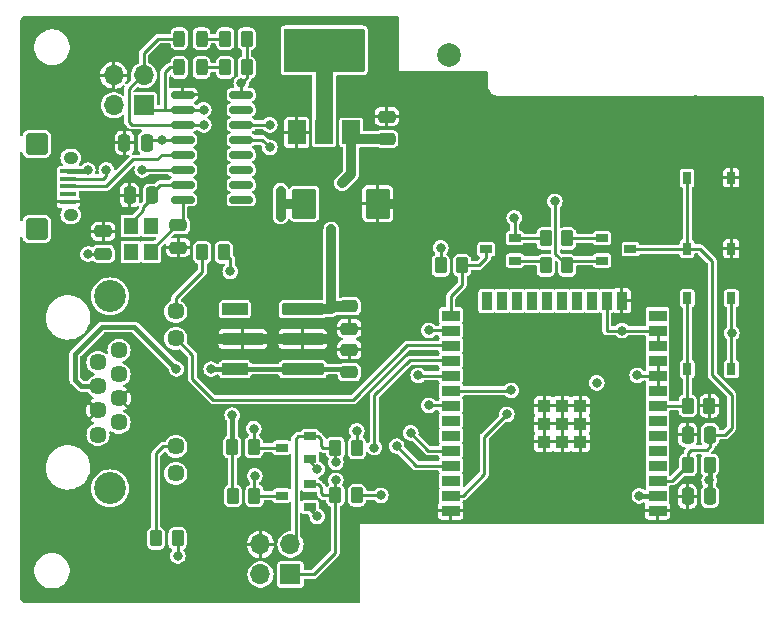
<source format=gtl>
G04 #@! TF.GenerationSoftware,KiCad,Pcbnew,7.0.7*
G04 #@! TF.CreationDate,2023-09-22T23:05:29+02:00*
G04 #@! TF.ProjectId,ithowifi_4l,6974686f-7769-4666-995f-346c2e6b6963,rev?*
G04 #@! TF.SameCoordinates,Original*
G04 #@! TF.FileFunction,Copper,L1,Top*
G04 #@! TF.FilePolarity,Positive*
%FSLAX46Y46*%
G04 Gerber Fmt 4.6, Leading zero omitted, Abs format (unit mm)*
G04 Created by KiCad (PCBNEW 7.0.7) date 2023-09-22 23:05:29*
%MOMM*%
%LPD*%
G01*
G04 APERTURE LIST*
G04 Aperture macros list*
%AMRoundRect*
0 Rectangle with rounded corners*
0 $1 Rounding radius*
0 $2 $3 $4 $5 $6 $7 $8 $9 X,Y pos of 4 corners*
0 Add a 4 corners polygon primitive as box body*
4,1,4,$2,$3,$4,$5,$6,$7,$8,$9,$2,$3,0*
0 Add four circle primitives for the rounded corners*
1,1,$1+$1,$2,$3*
1,1,$1+$1,$4,$5*
1,1,$1+$1,$6,$7*
1,1,$1+$1,$8,$9*
0 Add four rect primitives between the rounded corners*
20,1,$1+$1,$2,$3,$4,$5,0*
20,1,$1+$1,$4,$5,$6,$7,0*
20,1,$1+$1,$6,$7,$8,$9,0*
20,1,$1+$1,$8,$9,$2,$3,0*%
G04 Aperture macros list end*
G04 #@! TA.AperFunction,SMDPad,CuDef*
%ADD10R,1.500000X0.900000*%
G04 #@! TD*
G04 #@! TA.AperFunction,SMDPad,CuDef*
%ADD11R,0.900000X1.500000*%
G04 #@! TD*
G04 #@! TA.AperFunction,SMDPad,CuDef*
%ADD12R,1.050000X1.050000*%
G04 #@! TD*
G04 #@! TA.AperFunction,SMDPad,CuDef*
%ADD13RoundRect,0.250000X0.262500X0.450000X-0.262500X0.450000X-0.262500X-0.450000X0.262500X-0.450000X0*%
G04 #@! TD*
G04 #@! TA.AperFunction,ComponentPad*
%ADD14R,1.700000X1.700000*%
G04 #@! TD*
G04 #@! TA.AperFunction,ComponentPad*
%ADD15O,1.700000X1.700000*%
G04 #@! TD*
G04 #@! TA.AperFunction,SMDPad,CuDef*
%ADD16RoundRect,0.250000X-0.262500X-0.450000X0.262500X-0.450000X0.262500X0.450000X-0.262500X0.450000X0*%
G04 #@! TD*
G04 #@! TA.AperFunction,SMDPad,CuDef*
%ADD17R,1.350000X0.400000*%
G04 #@! TD*
G04 #@! TA.AperFunction,ComponentPad*
%ADD18RoundRect,0.273000X-0.677000X0.637000X-0.677000X-0.637000X0.677000X-0.637000X0.677000X0.637000X0*%
G04 #@! TD*
G04 #@! TA.AperFunction,ComponentPad*
%ADD19O,1.250000X1.050000*%
G04 #@! TD*
G04 #@! TA.AperFunction,SMDPad,CuDef*
%ADD20RoundRect,0.250000X0.250000X0.475000X-0.250000X0.475000X-0.250000X-0.475000X0.250000X-0.475000X0*%
G04 #@! TD*
G04 #@! TA.AperFunction,SMDPad,CuDef*
%ADD21R,1.000000X0.700000*%
G04 #@! TD*
G04 #@! TA.AperFunction,SMDPad,CuDef*
%ADD22R,1.500000X2.000000*%
G04 #@! TD*
G04 #@! TA.AperFunction,SMDPad,CuDef*
%ADD23R,3.800000X2.000000*%
G04 #@! TD*
G04 #@! TA.AperFunction,SMDPad,CuDef*
%ADD24RoundRect,0.105000X1.655000X-0.420000X1.655000X0.420000X-1.655000X0.420000X-1.655000X-0.420000X0*%
G04 #@! TD*
G04 #@! TA.AperFunction,SMDPad,CuDef*
%ADD25RoundRect,0.105000X1.005000X-0.420000X1.005000X0.420000X-1.005000X0.420000X-1.005000X-0.420000X0*%
G04 #@! TD*
G04 #@! TA.AperFunction,ComponentPad*
%ADD26C,1.446000*%
G04 #@! TD*
G04 #@! TA.AperFunction,ComponentPad*
%ADD27C,2.700000*%
G04 #@! TD*
G04 #@! TA.AperFunction,SMDPad,CuDef*
%ADD28RoundRect,0.250000X0.475000X-0.250000X0.475000X0.250000X-0.475000X0.250000X-0.475000X-0.250000X0*%
G04 #@! TD*
G04 #@! TA.AperFunction,SMDPad,CuDef*
%ADD29RoundRect,0.250000X-0.475000X0.250000X-0.475000X-0.250000X0.475000X-0.250000X0.475000X0.250000X0*%
G04 #@! TD*
G04 #@! TA.AperFunction,SMDPad,CuDef*
%ADD30RoundRect,0.250000X-0.787500X-1.025000X0.787500X-1.025000X0.787500X1.025000X-0.787500X1.025000X0*%
G04 #@! TD*
G04 #@! TA.AperFunction,SMDPad,CuDef*
%ADD31RoundRect,0.250000X-0.250000X-0.475000X0.250000X-0.475000X0.250000X0.475000X-0.250000X0.475000X0*%
G04 #@! TD*
G04 #@! TA.AperFunction,SMDPad,CuDef*
%ADD32R,0.750000X1.000000*%
G04 #@! TD*
G04 #@! TA.AperFunction,SMDPad,CuDef*
%ADD33RoundRect,0.243750X-0.243750X-0.456250X0.243750X-0.456250X0.243750X0.456250X-0.243750X0.456250X0*%
G04 #@! TD*
G04 #@! TA.AperFunction,SMDPad,CuDef*
%ADD34RoundRect,0.150000X-0.825000X-0.150000X0.825000X-0.150000X0.825000X0.150000X-0.825000X0.150000X0*%
G04 #@! TD*
G04 #@! TA.AperFunction,SMDPad,CuDef*
%ADD35R,1.200000X1.400000*%
G04 #@! TD*
G04 #@! TA.AperFunction,ComponentPad*
%ADD36C,2.000000*%
G04 #@! TD*
G04 #@! TA.AperFunction,ViaPad*
%ADD37C,0.800000*%
G04 #@! TD*
G04 #@! TA.AperFunction,Conductor*
%ADD38C,0.812800*%
G04 #@! TD*
G04 #@! TA.AperFunction,Conductor*
%ADD39C,0.406400*%
G04 #@! TD*
G04 #@! TA.AperFunction,Conductor*
%ADD40C,0.254000*%
G04 #@! TD*
G04 #@! TA.AperFunction,Conductor*
%ADD41C,0.293370*%
G04 #@! TD*
G04 #@! TA.AperFunction,Conductor*
%ADD42C,1.473200*%
G04 #@! TD*
G04 APERTURE END LIST*
D10*
X106743200Y-148615406D03*
X106743200Y-147345406D03*
X106743200Y-146075406D03*
X106743200Y-144805406D03*
X106743200Y-143535406D03*
X106743200Y-142265406D03*
X106743200Y-140995406D03*
X106743200Y-139725406D03*
X106743200Y-138455406D03*
X106743200Y-137185406D03*
X106743200Y-135915406D03*
X106743200Y-134645406D03*
X106743200Y-133375406D03*
X106743200Y-132105406D03*
D11*
X103713200Y-130855406D03*
X102443200Y-130855406D03*
X101173200Y-130855406D03*
X99903200Y-130855406D03*
X98633200Y-130855406D03*
X97363200Y-130855406D03*
X96093200Y-130855406D03*
X94823200Y-130855406D03*
X93553200Y-130855406D03*
X92283200Y-130855406D03*
D10*
X89243200Y-132105406D03*
X89243200Y-133375406D03*
X89243200Y-134645406D03*
X89243200Y-135915406D03*
X89243200Y-137185406D03*
X89243200Y-138455406D03*
X89243200Y-139725406D03*
X89243200Y-140995406D03*
X89243200Y-142265406D03*
X89243200Y-143535406D03*
X89243200Y-144805406D03*
X89243200Y-146075406D03*
X89243200Y-147345406D03*
X89243200Y-148615406D03*
D12*
X100198200Y-142800406D03*
X100198200Y-141275406D03*
X100198200Y-139750406D03*
X98673200Y-142800406D03*
X98673200Y-141275406D03*
X98673200Y-139750406D03*
X97148200Y-142800406D03*
X97148200Y-141275406D03*
X97148200Y-139750406D03*
D13*
X111131500Y-139734000D03*
X109306500Y-139734000D03*
D14*
X75666600Y-154025600D03*
D15*
X73126600Y-154025600D03*
X75666600Y-151485600D03*
X73126600Y-151485600D03*
D16*
X109330000Y-144754600D03*
X111155000Y-144754600D03*
D13*
X90200000Y-127855000D03*
X88375000Y-127855000D03*
D17*
X56853200Y-119868000D03*
X56853200Y-120518000D03*
X56853200Y-121168000D03*
X56853200Y-121818000D03*
X56853200Y-122468000D03*
D18*
X54178200Y-117568000D03*
D19*
X57078200Y-118743000D03*
X57078200Y-123593000D03*
D18*
X54178200Y-124768000D03*
D20*
X111182000Y-147412500D03*
X109282000Y-147412500D03*
D21*
X77338202Y-144234092D03*
X77338202Y-142334092D03*
X74938202Y-143284092D03*
X77338200Y-148296600D03*
X77338200Y-146396600D03*
X74938200Y-147346600D03*
D16*
X79476200Y-147320000D03*
X81301200Y-147320000D03*
X79476200Y-143319500D03*
X81301200Y-143319500D03*
D13*
X72620700Y-147372000D03*
X70795700Y-147372000D03*
X70024000Y-126746000D03*
X68199000Y-126746000D03*
D22*
X76211400Y-116599500D03*
X78511400Y-116599500D03*
D23*
X78511400Y-110299500D03*
D22*
X80811400Y-116599500D03*
D13*
X66103300Y-150977600D03*
X64278300Y-150977600D03*
D24*
X76708000Y-136634500D03*
X76708000Y-134094500D03*
X76708000Y-131554500D03*
D25*
X70978000Y-131554500D03*
D24*
X71628000Y-134094500D03*
D25*
X70978000Y-136634500D03*
D26*
X59372500Y-142176500D03*
X61152500Y-141156500D03*
X59372500Y-140136500D03*
X61152500Y-139116500D03*
X59372500Y-138096500D03*
X61152500Y-137076500D03*
X59372500Y-136056500D03*
X61152500Y-135036500D03*
X65962500Y-145466500D03*
X65962500Y-143176500D03*
X65962500Y-134036500D03*
X65962500Y-131746500D03*
D27*
X60392500Y-130476500D03*
X60392500Y-146736500D03*
D13*
X72568200Y-143243500D03*
X70743200Y-143243500D03*
D28*
X80645000Y-136906000D03*
X80645000Y-135006000D03*
D29*
X80645000Y-131318000D03*
X80645000Y-133218000D03*
D13*
X99090000Y-127855000D03*
X97265000Y-127855000D03*
D21*
X94655000Y-127442000D03*
X94655000Y-125542000D03*
X92255000Y-126492000D03*
X102050000Y-125542000D03*
X102050000Y-127442000D03*
X104450000Y-126492000D03*
D30*
X76821300Y-122631200D03*
X83046300Y-122631200D03*
D16*
X97265000Y-125569000D03*
X99090000Y-125569000D03*
D31*
X109301200Y-142189200D03*
X111201200Y-142189200D03*
D32*
X109250000Y-130638011D03*
X109250000Y-136638011D03*
X113000000Y-130638011D03*
X113000000Y-136638011D03*
D20*
X63942000Y-121920000D03*
X62042000Y-121920000D03*
D29*
X66167000Y-124460000D03*
X66167000Y-126360000D03*
D14*
X63246000Y-114300000D03*
D15*
X60706000Y-114300000D03*
X63246000Y-111760000D03*
X60706000Y-111760000D03*
D20*
X63500000Y-117475000D03*
X61600000Y-117475000D03*
D33*
X66262000Y-108666000D03*
X68137000Y-108666000D03*
D13*
X71962000Y-111092000D03*
X70137000Y-111092000D03*
X71962000Y-108666000D03*
X70137000Y-108666000D03*
D34*
X66538400Y-113414600D03*
X66538400Y-114684600D03*
X66538400Y-115954600D03*
X66538400Y-117224600D03*
X66538400Y-118494600D03*
X66538400Y-119764600D03*
X66538400Y-121034600D03*
X66538400Y-122304600D03*
X71488400Y-122304600D03*
X71488400Y-121034600D03*
X71488400Y-119764600D03*
X71488400Y-118494600D03*
X71488400Y-117224600D03*
X71488400Y-115954600D03*
X71488400Y-114684600D03*
X71488400Y-113414600D03*
D35*
X62142000Y-124503000D03*
X62142000Y-126703000D03*
X63842000Y-126703000D03*
X63842000Y-124503000D03*
D36*
X89052400Y-110032800D03*
D33*
X66262000Y-111092000D03*
X68137000Y-111092000D03*
D28*
X59817000Y-126868000D03*
X59817000Y-124968000D03*
D32*
X112991593Y-126444000D03*
X112991593Y-120444000D03*
X109241593Y-126444000D03*
X109241593Y-120444000D03*
D28*
X83820000Y-117155000D03*
X83820000Y-115255000D03*
D37*
X85039200Y-121531200D03*
X85039200Y-123731200D03*
X85039200Y-122631200D03*
X92202000Y-116078000D03*
X89027000Y-112776000D03*
X93599000Y-114935000D03*
X92710000Y-114046000D03*
X91567000Y-112903000D03*
X86995000Y-111887000D03*
X88265000Y-111887000D03*
X85598000Y-111887000D03*
X91694000Y-111887000D03*
X109270800Y-148844000D03*
X76225400Y-114427000D03*
X96578000Y-114173000D03*
X94488000Y-118745000D03*
X79121000Y-134112000D03*
X100177600Y-142824200D03*
X115062000Y-114173000D03*
X100177600Y-141300200D03*
X100177600Y-139750800D03*
X90043000Y-113919000D03*
X94488000Y-116078000D03*
X111838000Y-114173000D03*
X98679000Y-139750800D03*
X101678000Y-114173000D03*
X103378000Y-114173000D03*
X90551000Y-111887000D03*
X97155000Y-139725400D03*
X98679000Y-141300200D03*
X69088000Y-132969000D03*
X108438000Y-114173000D03*
X98278000Y-114173000D03*
X92202000Y-117348000D03*
X79121000Y-135255000D03*
X84201000Y-111887000D03*
X84201000Y-107442000D03*
X94878000Y-114173000D03*
X106738000Y-114173000D03*
X69088000Y-135255000D03*
X82473800Y-114325400D03*
X97155000Y-141274800D03*
X110138000Y-114173000D03*
X69088000Y-134112000D03*
X92710000Y-118745000D03*
X98679000Y-142824200D03*
X91059000Y-114935000D03*
X113538000Y-114173000D03*
X87630000Y-148590000D03*
X84201000Y-108966000D03*
X105038000Y-114173000D03*
X79121000Y-132969000D03*
X105308400Y-148640800D03*
X99978000Y-114173000D03*
X94869000Y-117348000D03*
X97155000Y-142798800D03*
X84201000Y-110490000D03*
X58510873Y-126883727D03*
X79121000Y-131572000D03*
X70739000Y-140538200D03*
X58510873Y-119790990D03*
X79121000Y-124815600D03*
X80010000Y-120904000D03*
X74828400Y-121531200D03*
X74828400Y-123731200D03*
X74828400Y-122631200D03*
X75844400Y-110299500D03*
X75844400Y-108458000D03*
X77495400Y-108458000D03*
X79336900Y-108458000D03*
X81241900Y-108458000D03*
X81241900Y-110236000D03*
X66120300Y-152467600D03*
X113030000Y-133578600D03*
X64770000Y-117221000D03*
X71501000Y-112445800D03*
X70561200Y-128371600D03*
X83312000Y-147320000D03*
X101600000Y-137795000D03*
X77927200Y-145097506D03*
X105206800Y-147370800D03*
X81280000Y-141859000D03*
X111125000Y-146050000D03*
X88392000Y-126365000D03*
X77927200Y-149098000D03*
X93980000Y-140462000D03*
X87376000Y-139700000D03*
X94361000Y-138430000D03*
X86487000Y-137160000D03*
X87376000Y-133350000D03*
X79502000Y-144526000D03*
X103733600Y-133375400D03*
X105029000Y-137160000D03*
X79502000Y-146050000D03*
X66014600Y-136626600D03*
X68943500Y-136634500D03*
X82778600Y-143281400D03*
X68326000Y-114681000D03*
X85852000Y-142036800D03*
X84658200Y-143154400D03*
X68326000Y-115951000D03*
X60071000Y-119761000D03*
X63119000Y-119761000D03*
X72644000Y-145669000D03*
X72567800Y-141681200D03*
X73914000Y-115951000D03*
X98044000Y-122428000D03*
X94615000Y-123825000D03*
X73914000Y-117856000D03*
D38*
X71628000Y-134094500D02*
X76708000Y-134094500D01*
X69105500Y-134094500D02*
X69088000Y-134112000D01*
X79103500Y-134094500D02*
X79121000Y-134112000D01*
X83046300Y-122631200D02*
X85039200Y-122631200D01*
X76708000Y-134094500D02*
X79103500Y-134094500D01*
X71628000Y-134094500D02*
X69105500Y-134094500D01*
D39*
X56805000Y-119868000D02*
X58433863Y-119868000D01*
X58433863Y-119868000D02*
X58510873Y-119790990D01*
D38*
X79121000Y-131572000D02*
X79121000Y-124815600D01*
X81366900Y-117155000D02*
X80811400Y-116599500D01*
X80645000Y-131318000D02*
X79375000Y-131318000D01*
X79103500Y-131554500D02*
X79121000Y-131572000D01*
D40*
X58526600Y-126868000D02*
X58510873Y-126883727D01*
X70743200Y-143243500D02*
X70743200Y-147319500D01*
D38*
X80811400Y-116599500D02*
X80811400Y-120102600D01*
D39*
X70743200Y-143243500D02*
X70743200Y-140542400D01*
D38*
X80811400Y-120102600D02*
X80010000Y-120904000D01*
X83820000Y-117155000D02*
X81366900Y-117155000D01*
D39*
X79121000Y-131572000D02*
X80645000Y-131572000D01*
D40*
X59817000Y-126868000D02*
X58526600Y-126868000D01*
D38*
X79375000Y-131318000D02*
X79121000Y-131572000D01*
D39*
X70743200Y-140542400D02*
X70739000Y-140538200D01*
D40*
X70743200Y-147319500D02*
X70795700Y-147372000D01*
D39*
X79121000Y-131572000D02*
X76725500Y-131572000D01*
D38*
X76708000Y-131554500D02*
X79103500Y-131554500D01*
X74828400Y-121531200D02*
X74828400Y-123731200D01*
D41*
X81326200Y-147320000D02*
X83312000Y-147320000D01*
X77138200Y-148309000D02*
X77927200Y-149098000D01*
D40*
X70561200Y-127283200D02*
X70561200Y-128371600D01*
D39*
X111182000Y-147412500D02*
X111182000Y-146107000D01*
D40*
X66120300Y-150994600D02*
X66103300Y-150977600D01*
D41*
X77138200Y-148296600D02*
X77138200Y-148309000D01*
D40*
X71488400Y-112458400D02*
X71501000Y-112445800D01*
X66120300Y-152467600D02*
X66120300Y-150994600D01*
X63754000Y-117221000D02*
X63500000Y-117475000D01*
X81301200Y-141880200D02*
X81280000Y-141859000D01*
X81301200Y-143319500D02*
X81301200Y-141880200D01*
X113000000Y-133608600D02*
X113030000Y-133578600D01*
X71962000Y-111092000D02*
X71962000Y-111984800D01*
X71962000Y-111984800D02*
X71501000Y-112445800D01*
X71962000Y-108666000D02*
X71962000Y-111092000D01*
X113000000Y-130638000D02*
X113000000Y-133548600D01*
X113000000Y-136638000D02*
X113000000Y-133608600D01*
D39*
X111155000Y-144754600D02*
X111155000Y-146020000D01*
X111182000Y-146107000D02*
X111125000Y-146050000D01*
X111155000Y-146020000D02*
X111125000Y-146050000D01*
D38*
X76821300Y-122631200D02*
X74896300Y-122631200D01*
D40*
X64770000Y-117221000D02*
X63754000Y-117221000D01*
X88375000Y-127855000D02*
X88375000Y-126382000D01*
D39*
X105232200Y-147345400D02*
X105206800Y-147370800D01*
D41*
X77138200Y-144234100D02*
X77927200Y-145097506D01*
D39*
X106743200Y-147345400D02*
X105232200Y-147345400D01*
D40*
X66534800Y-117221000D02*
X66538400Y-117224600D01*
X88375000Y-126382000D02*
X88392000Y-126365000D01*
X113000000Y-133548600D02*
X113030000Y-133578600D01*
X71488400Y-113414600D02*
X71488400Y-112458400D01*
X64770000Y-117221000D02*
X66534800Y-117221000D01*
X70024000Y-126746000D02*
X70561200Y-127283200D01*
D42*
X78511400Y-116599500D02*
X78511400Y-110299500D01*
D40*
X89243200Y-130466800D02*
X89243200Y-132105400D01*
X92255000Y-126492000D02*
X92255000Y-127201000D01*
X90200000Y-129510000D02*
X89243200Y-130466800D01*
X90200000Y-127855000D02*
X90200000Y-129510000D01*
X91601000Y-127855000D02*
X90200000Y-127855000D01*
X92255000Y-127201000D02*
X91601000Y-127855000D01*
D41*
X92075000Y-142367000D02*
X93980000Y-140462000D01*
X92075000Y-145517600D02*
X92075000Y-142367000D01*
X90247200Y-147345400D02*
X92075000Y-145517600D01*
X89243200Y-147345400D02*
X90247200Y-147345400D01*
D40*
X87376000Y-139700000D02*
X89217800Y-139700000D01*
X89217800Y-139700000D02*
X89243200Y-139725400D01*
D41*
X89243200Y-138455400D02*
X94335600Y-138455400D01*
X94335600Y-138455400D02*
X94361000Y-138430000D01*
D40*
X89243200Y-137185400D02*
X86512400Y-137185400D01*
X86512400Y-137185400D02*
X86487000Y-137160000D01*
X89217800Y-133350000D02*
X89243200Y-133375400D01*
X87376000Y-133350000D02*
X89217800Y-133350000D01*
X111379000Y-137160000D02*
X113030000Y-138811000D01*
X111201200Y-142189200D02*
X111201200Y-143179800D01*
X113030000Y-141605000D02*
X112445800Y-142189200D01*
X111201200Y-143179800D02*
X110896400Y-143484600D01*
X109550200Y-143484600D02*
X109330000Y-143704800D01*
X106743200Y-146075400D02*
X108009200Y-146075400D01*
X109330000Y-143704800D02*
X109330000Y-144754600D01*
X110315000Y-126444000D02*
X111379000Y-127508000D01*
X109193600Y-126492000D02*
X109241600Y-126444000D01*
X109241600Y-120444000D02*
X109241600Y-126444000D01*
X109241600Y-126444000D02*
X110315000Y-126444000D01*
X108009200Y-146075400D02*
X109330000Y-144754600D01*
X110896400Y-143484600D02*
X109550200Y-143484600D01*
X113030000Y-138811000D02*
X113030000Y-141605000D01*
X112445800Y-142189200D02*
X111201200Y-142189200D01*
X104450000Y-126492000D02*
X109193600Y-126492000D01*
X111379000Y-127508000D02*
X111379000Y-137160000D01*
D41*
X68137000Y-111092000D02*
X70137000Y-111092000D01*
X68137000Y-108666000D02*
X70137000Y-108666000D01*
D40*
X76334500Y-142334100D02*
X76098400Y-142570200D01*
X79468200Y-143302500D02*
X79451200Y-143319500D01*
X78261700Y-143158500D02*
X78422700Y-143319500D01*
X76098400Y-142570200D02*
X76098400Y-151053800D01*
X78008800Y-142334100D02*
X77138200Y-142334100D01*
D41*
X79476200Y-144500200D02*
X79502000Y-144526000D01*
D40*
X78422700Y-143319500D02*
X79451200Y-143319500D01*
X102443200Y-133375400D02*
X102443200Y-130855400D01*
X77138200Y-142334100D02*
X76334500Y-142334100D01*
D41*
X79476200Y-143319500D02*
X79476200Y-144500200D01*
D40*
X103733600Y-133375400D02*
X102443200Y-133375400D01*
X78261700Y-142587000D02*
X78261700Y-143158500D01*
X106743200Y-134645400D02*
X106743200Y-133375400D01*
X76098400Y-151053800D02*
X75666600Y-151485600D01*
X106743200Y-133375400D02*
X103733600Y-133375400D01*
X78261700Y-142587000D02*
X78008800Y-142334100D01*
X106743200Y-135915400D02*
X106743200Y-137185400D01*
D41*
X79476200Y-147320000D02*
X79476200Y-146075800D01*
D40*
X78007300Y-146396600D02*
X78261700Y-146651000D01*
D41*
X106743200Y-137185400D02*
X105054400Y-137185400D01*
X105054400Y-137185400D02*
X105029000Y-137160000D01*
X79476200Y-146075800D02*
X79502000Y-146050000D01*
D40*
X75666600Y-154025600D02*
X77622400Y-154025600D01*
X78261700Y-146651000D02*
X78261700Y-147159000D01*
X78261700Y-147159000D02*
X78422700Y-147320000D01*
X77138200Y-146396600D02*
X78007300Y-146396600D01*
X78422700Y-147320000D02*
X79451200Y-147320000D01*
X77622400Y-154025600D02*
X79451200Y-152196800D01*
X79451200Y-152196800D02*
X79451200Y-147320000D01*
X106743200Y-138455400D02*
X106743200Y-137185400D01*
X109250000Y-139677500D02*
X109250000Y-136638000D01*
X106743200Y-139725400D02*
X109297900Y-139725400D01*
X109306500Y-139734000D02*
X109250000Y-139677500D01*
X109297900Y-139725400D02*
X109306500Y-139734000D01*
X109250000Y-136638000D02*
X109250000Y-130638000D01*
X109272900Y-139725400D02*
X109281500Y-139734000D01*
D39*
X70978000Y-136634500D02*
X76708000Y-136634500D01*
X76708000Y-136634500D02*
X80622500Y-136634500D01*
X70978000Y-136634500D02*
X68943500Y-136634500D01*
X57404000Y-137541000D02*
X57959500Y-138096500D01*
X66014600Y-136626600D02*
X62458600Y-133070600D01*
X57404000Y-135356600D02*
X57404000Y-137541000D01*
X59690000Y-133070600D02*
X57404000Y-135356600D01*
X57959500Y-138096500D02*
X59372500Y-138096500D01*
X80622500Y-136634500D02*
X80670400Y-136682400D01*
X62458600Y-133070600D02*
X59690000Y-133070600D01*
D40*
X85750400Y-135890000D02*
X82778600Y-138861800D01*
X82778600Y-138861800D02*
X82778600Y-143281400D01*
X89181879Y-135890000D02*
X85750400Y-135890000D01*
X89243227Y-135915373D02*
G75*
G03*
X89181879Y-135890000I-61327J-61427D01*
G01*
X102050000Y-125542000D02*
X99117000Y-125542000D01*
X99117000Y-125542000D02*
X99090000Y-125569000D01*
X94655000Y-127442000D02*
X96852000Y-127442000D01*
X96852000Y-127442000D02*
X97265000Y-127855000D01*
X63630600Y-114684600D02*
X63246000Y-114300000D01*
X85852000Y-142036800D02*
X87350606Y-143535406D01*
X66262000Y-111092000D02*
X65438000Y-111092000D01*
X66538400Y-114684600D02*
X68322400Y-114684600D01*
X66538400Y-114684600D02*
X65027600Y-114684600D01*
X65027600Y-114684600D02*
X63630600Y-114684600D01*
X68322400Y-114684600D02*
X68326000Y-114681000D01*
X65027600Y-111502400D02*
X65027600Y-114684600D01*
X87350606Y-143535406D02*
X89243200Y-143535406D01*
X65438000Y-111092000D02*
X65027600Y-111502400D01*
D41*
X66542000Y-115951000D02*
X66538400Y-115954600D01*
D40*
X61976000Y-115697000D02*
X61976000Y-112903000D01*
X66538400Y-115954600D02*
X62233600Y-115954600D01*
D41*
X86309206Y-144805406D02*
X84658200Y-143154400D01*
D40*
X64435000Y-108666000D02*
X63246000Y-109855000D01*
D41*
X89243200Y-144805406D02*
X86309206Y-144805406D01*
D40*
X63119000Y-111760000D02*
X63246000Y-111760000D01*
X62233600Y-115954600D02*
X61976000Y-115697000D01*
X61976000Y-112903000D02*
X63119000Y-111760000D01*
D41*
X68326000Y-115951000D02*
X66542000Y-115951000D01*
D40*
X66262000Y-108666000D02*
X64435000Y-108666000D01*
X63246000Y-109855000D02*
X63246000Y-111760000D01*
X59822000Y-120518000D02*
X56853200Y-120518000D01*
X63122600Y-119764600D02*
X63119000Y-119761000D01*
X60071000Y-120269000D02*
X59822000Y-120518000D01*
X60071000Y-119761000D02*
X60071000Y-120269000D01*
X66538400Y-119764600D02*
X63122600Y-119764600D01*
X56853200Y-121168000D02*
X60061000Y-121168000D01*
X60061000Y-121168000D02*
X62357000Y-118872000D01*
X62357000Y-118872000D02*
X64389000Y-118872000D01*
X64766400Y-118494600D02*
X66538400Y-118494600D01*
X64389000Y-118872000D02*
X64766400Y-118494600D01*
X65962500Y-143176500D02*
X64874900Y-143176500D01*
X64874900Y-143176500D02*
X64278300Y-143773100D01*
X64278300Y-143773100D02*
X64278300Y-150977600D01*
X65962500Y-130633500D02*
X68199000Y-128397000D01*
X65962500Y-131746500D02*
X65962500Y-130633500D01*
X68199000Y-128397000D02*
X68199000Y-126746000D01*
X63942000Y-121706600D02*
X64614000Y-121034600D01*
X62142000Y-124503000D02*
X62142000Y-124255900D01*
X63220600Y-122885200D02*
X63942000Y-122163800D01*
X64614000Y-121034600D02*
X66538400Y-121034600D01*
X62142000Y-124255900D02*
X63220600Y-123177300D01*
X63942000Y-121920000D02*
X63942000Y-121706600D01*
X63942000Y-122163800D02*
X63942000Y-121920000D01*
X63220600Y-123177300D02*
X63220600Y-122885200D01*
X63842000Y-126703000D02*
X63842000Y-126607200D01*
X66538400Y-124088600D02*
X66167000Y-124460000D01*
X63842000Y-126607200D02*
X65989200Y-124460000D01*
X65989200Y-124460000D02*
X66167000Y-124460000D01*
X66538400Y-122304600D02*
X66538400Y-124088600D01*
D41*
X74938200Y-147346600D02*
X72646100Y-147346600D01*
X72646100Y-147346600D02*
X72620700Y-147372000D01*
X72620700Y-145692300D02*
X72644000Y-145669000D01*
X72620700Y-147372000D02*
X72620700Y-145692300D01*
X72568200Y-143243500D02*
X72568200Y-141681600D01*
X72568200Y-141681600D02*
X72567800Y-141681200D01*
X74938202Y-143284092D02*
X72608792Y-143284092D01*
X72608792Y-143284092D02*
X72568200Y-143243500D01*
D40*
X99503000Y-127442000D02*
X99090000Y-127855000D01*
X99090000Y-127855000D02*
X98104020Y-126869020D01*
X98104020Y-122488020D02*
X98044000Y-122428000D01*
X98104020Y-126869020D02*
X98104020Y-122488020D01*
X73910400Y-115954600D02*
X73914000Y-115951000D01*
X71488400Y-115954600D02*
X73910400Y-115954600D01*
X102050000Y-127442000D02*
X99503000Y-127442000D01*
D41*
X94655000Y-125542000D02*
X94655000Y-123865000D01*
D40*
X97238000Y-125542000D02*
X97265000Y-125569000D01*
D41*
X94655000Y-123865000D02*
X94615000Y-123825000D01*
X73282600Y-117224600D02*
X73914000Y-117856000D01*
X71488400Y-117224600D02*
X73282600Y-117224600D01*
D40*
X94655000Y-125542000D02*
X97238000Y-125542000D01*
X67358800Y-135432800D02*
X65962500Y-134036500D01*
X80949800Y-139217400D02*
X69138800Y-139217400D01*
X85547200Y-134620000D02*
X80949800Y-139217400D01*
X69138800Y-139217400D02*
X67358800Y-137437400D01*
X89181879Y-134620000D02*
X85547200Y-134620000D01*
X67358800Y-137437400D02*
X67358800Y-135432800D01*
X89243227Y-134645373D02*
G75*
G03*
X89181879Y-134620000I-61327J-61427D01*
G01*
G04 #@! TA.AperFunction,Conductor*
G36*
X81882521Y-107822151D02*
G01*
X81929014Y-107875807D01*
X81940400Y-107928149D01*
X81940400Y-111359149D01*
X81920398Y-111427270D01*
X81866742Y-111473763D01*
X81814400Y-111485149D01*
X75208400Y-111485149D01*
X75140279Y-111465147D01*
X75093786Y-111411491D01*
X75082400Y-111359149D01*
X75082400Y-107928149D01*
X75102402Y-107860028D01*
X75156058Y-107813535D01*
X75208400Y-107802149D01*
X81814400Y-107802149D01*
X81882521Y-107822151D01*
G37*
G04 #@! TD.AperFunction*
G04 #@! TA.AperFunction,Conductor*
G36*
X84794531Y-106737713D02*
G01*
X84831076Y-106788013D01*
X84836000Y-106819100D01*
X84836000Y-111379000D01*
X92254485Y-111379000D01*
X92313616Y-111398213D01*
X92350161Y-111448513D01*
X92355085Y-111479636D01*
X92354699Y-112546446D01*
X92352607Y-112630393D01*
X92379354Y-112796765D01*
X92436061Y-112955436D01*
X92436066Y-112955446D01*
X92520822Y-113101075D01*
X92520824Y-113101077D01*
X92630781Y-113228764D01*
X92762226Y-113334199D01*
X92910731Y-113413828D01*
X93071290Y-113464968D01*
X93071294Y-113464968D01*
X93071300Y-113464970D01*
X93154823Y-113475423D01*
X93238492Y-113485895D01*
X93319612Y-113481035D01*
X93322617Y-113480946D01*
X109631484Y-113481802D01*
X109631571Y-113481831D01*
X109631572Y-113481805D01*
X109673216Y-113481842D01*
X109673216Y-113481843D01*
X109736073Y-113481901D01*
X109858685Y-113454153D01*
X109966196Y-113402870D01*
X110027834Y-113394754D01*
X110082475Y-113424420D01*
X110109243Y-113480536D01*
X110110071Y-113496251D01*
X110108999Y-113537999D01*
X110109000Y-113538000D01*
X115680900Y-113538000D01*
X115740031Y-113557213D01*
X115776576Y-113607513D01*
X115781500Y-113638600D01*
X115781500Y-149667400D01*
X115762287Y-149726531D01*
X115711987Y-149763076D01*
X115680900Y-149768000D01*
X81532000Y-149768000D01*
X81532000Y-156316900D01*
X81512787Y-156376031D01*
X81462487Y-156412576D01*
X81431400Y-156417500D01*
X53235298Y-156417500D01*
X53228727Y-156417069D01*
X53210655Y-156414690D01*
X53128792Y-156403912D01*
X53103425Y-156397115D01*
X53019487Y-156362347D01*
X52996743Y-156349216D01*
X52924660Y-156293904D01*
X52906095Y-156275339D01*
X52850781Y-156203252D01*
X52837654Y-156180516D01*
X52802884Y-156096574D01*
X52796087Y-156071206D01*
X52782931Y-155971274D01*
X52782500Y-155964702D01*
X52782500Y-153828340D01*
X53981500Y-153828340D01*
X54022429Y-154073613D01*
X54103171Y-154308809D01*
X54103172Y-154308810D01*
X54221521Y-154527501D01*
X54221523Y-154527503D01*
X54221526Y-154527509D01*
X54374262Y-154723744D01*
X54374266Y-154723749D01*
X54521668Y-154859441D01*
X54557215Y-154892164D01*
X54765393Y-155028173D01*
X54993119Y-155128063D01*
X55234179Y-155189108D01*
X55234182Y-155189108D01*
X55234185Y-155189109D01*
X55373890Y-155200684D01*
X55419933Y-155204500D01*
X55419935Y-155204500D01*
X55544065Y-155204500D01*
X55544067Y-155204500D01*
X55596623Y-155200145D01*
X55729814Y-155189109D01*
X55729816Y-155189108D01*
X55729821Y-155189108D01*
X55970881Y-155128063D01*
X56198607Y-155028173D01*
X56406785Y-154892164D01*
X56589738Y-154723744D01*
X56742474Y-154527509D01*
X56860828Y-154308810D01*
X56941571Y-154073614D01*
X56949583Y-154025600D01*
X72017368Y-154025600D01*
X72036254Y-154229416D01*
X72036254Y-154229417D01*
X72092272Y-154426303D01*
X72092273Y-154426304D01*
X72183509Y-154609530D01*
X72183510Y-154609531D01*
X72183512Y-154609535D01*
X72306868Y-154772885D01*
X72458128Y-154910778D01*
X72458132Y-154910781D01*
X72458138Y-154910786D01*
X72632173Y-155018544D01*
X72823044Y-155092488D01*
X72872424Y-155101718D01*
X73024251Y-155130100D01*
X73024253Y-155130100D01*
X73228948Y-155130100D01*
X73307950Y-155115332D01*
X73430156Y-155092488D01*
X73621027Y-155018544D01*
X73795062Y-154910786D01*
X73946332Y-154772885D01*
X74069688Y-154609535D01*
X74160928Y-154426301D01*
X74216945Y-154229421D01*
X74235832Y-154025600D01*
X74216945Y-153821779D01*
X74160928Y-153624899D01*
X74069688Y-153441665D01*
X73946332Y-153278315D01*
X73946331Y-153278314D01*
X73795071Y-153140421D01*
X73795066Y-153140417D01*
X73795062Y-153140414D01*
X73621027Y-153032656D01*
X73621023Y-153032654D01*
X73430154Y-152958711D01*
X73430149Y-152958710D01*
X73228949Y-152921100D01*
X73228947Y-152921100D01*
X73024253Y-152921100D01*
X73024251Y-152921100D01*
X72823050Y-152958710D01*
X72823045Y-152958711D01*
X72632176Y-153032654D01*
X72632172Y-153032656D01*
X72549151Y-153084061D01*
X72458138Y-153140414D01*
X72458136Y-153140415D01*
X72458137Y-153140415D01*
X72458128Y-153140421D01*
X72306868Y-153278314D01*
X72183510Y-153441668D01*
X72183509Y-153441669D01*
X72092273Y-153624895D01*
X72092272Y-153624896D01*
X72036254Y-153821782D01*
X72036254Y-153821783D01*
X72017368Y-154025600D01*
X56949583Y-154025600D01*
X56982500Y-153828335D01*
X56982500Y-153579665D01*
X56941571Y-153334386D01*
X56860828Y-153099190D01*
X56764451Y-152921101D01*
X56742478Y-152880498D01*
X56742477Y-152880497D01*
X56742474Y-152880491D01*
X56589738Y-152684256D01*
X56589736Y-152684254D01*
X56589733Y-152684250D01*
X56406788Y-152515839D01*
X56406785Y-152515836D01*
X56198612Y-152379830D01*
X56198610Y-152379829D01*
X56198607Y-152379827D01*
X55970881Y-152279937D01*
X55970881Y-152279936D01*
X55729814Y-152218890D01*
X55563478Y-152205108D01*
X55544067Y-152203500D01*
X55419933Y-152203500D01*
X55401485Y-152205028D01*
X55234185Y-152218890D01*
X54993118Y-152279937D01*
X54917257Y-152313213D01*
X54765393Y-152379827D01*
X54765391Y-152379828D01*
X54765387Y-152379830D01*
X54557214Y-152515836D01*
X54557211Y-152515839D01*
X54374266Y-152684250D01*
X54221521Y-152880498D01*
X54103172Y-153099189D01*
X54103171Y-153099190D01*
X54022429Y-153334386D01*
X53981500Y-153579659D01*
X53981500Y-153828340D01*
X52782500Y-153828340D01*
X52782500Y-151475854D01*
X63511300Y-151475854D01*
X63515186Y-151512000D01*
X63517760Y-151535942D01*
X63517760Y-151535944D01*
X63517761Y-151535945D01*
X63568455Y-151671863D01*
X63568458Y-151671867D01*
X63655396Y-151788004D01*
X63765797Y-151870648D01*
X63771536Y-151874944D01*
X63850917Y-151904551D01*
X63907458Y-151925640D01*
X63967545Y-151932100D01*
X64589054Y-151932099D01*
X64649142Y-151925640D01*
X64754605Y-151886304D01*
X64785063Y-151874944D01*
X64785064Y-151874942D01*
X64785067Y-151874942D01*
X64901204Y-151788004D01*
X64988142Y-151671867D01*
X64988142Y-151671864D01*
X64988144Y-151671863D01*
X65030803Y-151557489D01*
X65038840Y-151535942D01*
X65045300Y-151475855D01*
X65045300Y-151475854D01*
X65336300Y-151475854D01*
X65340186Y-151512000D01*
X65342760Y-151535942D01*
X65342760Y-151535944D01*
X65342761Y-151535945D01*
X65393455Y-151671863D01*
X65393458Y-151671867D01*
X65480396Y-151788004D01*
X65596533Y-151874942D01*
X65596538Y-151874944D01*
X65598948Y-151876260D01*
X65600523Y-151877928D01*
X65602293Y-151879253D01*
X65602063Y-151879559D01*
X65641637Y-151921462D01*
X65649605Y-151983124D01*
X65629253Y-152024697D01*
X65630258Y-152025391D01*
X65536513Y-152161203D01*
X65536513Y-152161204D01*
X65498870Y-152260460D01*
X65480151Y-152309818D01*
X65460993Y-152467600D01*
X65480151Y-152625382D01*
X65536513Y-152773995D01*
X65626802Y-152904801D01*
X65626803Y-152904802D01*
X65626804Y-152904803D01*
X65626805Y-152904804D01*
X65745768Y-153010197D01*
X65745769Y-153010198D01*
X65745771Y-153010199D01*
X65886507Y-153084063D01*
X66040829Y-153122100D01*
X66040833Y-153122100D01*
X66199767Y-153122100D01*
X66199771Y-153122100D01*
X66354093Y-153084063D01*
X66494829Y-153010199D01*
X66613798Y-152904801D01*
X66704087Y-152773995D01*
X66760449Y-152625382D01*
X66779607Y-152467600D01*
X66760449Y-152309818D01*
X66704087Y-152161205D01*
X66613798Y-152030399D01*
X66613795Y-152030396D01*
X66609375Y-152026480D01*
X66577858Y-151972886D01*
X66583862Y-151911003D01*
X66615800Y-151870650D01*
X66726204Y-151788004D01*
X66813142Y-151671867D01*
X66813142Y-151671864D01*
X66813144Y-151671863D01*
X66855803Y-151557489D01*
X66863840Y-151535942D01*
X66870300Y-151475855D01*
X66870300Y-151358599D01*
X71978620Y-151358599D01*
X71978621Y-151358600D01*
X72526000Y-151358600D01*
X72585131Y-151377813D01*
X72621676Y-151428113D01*
X72626600Y-151459200D01*
X72626600Y-151512000D01*
X72607387Y-151571131D01*
X72557087Y-151607676D01*
X72526000Y-151612600D01*
X71978621Y-151612600D01*
X71986599Y-151698698D01*
X72045168Y-151904551D01*
X72045169Y-151904552D01*
X72140560Y-152096123D01*
X72269537Y-152266917D01*
X72427686Y-152411090D01*
X72427695Y-152411096D01*
X72609655Y-152523762D01*
X72609659Y-152523764D01*
X72809219Y-152601073D01*
X72999599Y-152636662D01*
X72999600Y-152636662D01*
X72999600Y-152086200D01*
X73018813Y-152027069D01*
X73069113Y-151990524D01*
X73100200Y-151985600D01*
X73153000Y-151985600D01*
X73212131Y-152004813D01*
X73248676Y-152055113D01*
X73253600Y-152086200D01*
X73253600Y-152636662D01*
X73443980Y-152601073D01*
X73643540Y-152523764D01*
X73643544Y-152523762D01*
X73825504Y-152411096D01*
X73825513Y-152411090D01*
X73983662Y-152266917D01*
X74112638Y-152096123D01*
X74112639Y-152096123D01*
X74208030Y-151904552D01*
X74208031Y-151904551D01*
X74266600Y-151698698D01*
X74274579Y-151612600D01*
X73727200Y-151612600D01*
X73668069Y-151593387D01*
X73631524Y-151543087D01*
X73626600Y-151512000D01*
X73626600Y-151459200D01*
X73645813Y-151400069D01*
X73696113Y-151363524D01*
X73727200Y-151358600D01*
X74274579Y-151358600D01*
X74274579Y-151358599D01*
X74266600Y-151272501D01*
X74208031Y-151066648D01*
X74208030Y-151066647D01*
X74112639Y-150875076D01*
X73983662Y-150704282D01*
X73825513Y-150560109D01*
X73825504Y-150560103D01*
X73643544Y-150447437D01*
X73643540Y-150447435D01*
X73443981Y-150370126D01*
X73253600Y-150334537D01*
X73253600Y-150885000D01*
X73234387Y-150944131D01*
X73184087Y-150980676D01*
X73153000Y-150985600D01*
X73100200Y-150985600D01*
X73041069Y-150966387D01*
X73004524Y-150916087D01*
X72999600Y-150885000D01*
X72999600Y-150334537D01*
X72809218Y-150370126D01*
X72609659Y-150447435D01*
X72609655Y-150447437D01*
X72427695Y-150560103D01*
X72427686Y-150560109D01*
X72269537Y-150704282D01*
X72140561Y-150875076D01*
X72140560Y-150875076D01*
X72045169Y-151066647D01*
X72045168Y-151066648D01*
X71986599Y-151272501D01*
X71978620Y-151358599D01*
X66870300Y-151358599D01*
X66870299Y-150479346D01*
X66863840Y-150419258D01*
X66845296Y-150369542D01*
X66813144Y-150283336D01*
X66811021Y-150280500D01*
X66726204Y-150167196D01*
X66610067Y-150080258D01*
X66610063Y-150080255D01*
X66474142Y-150029560D01*
X66474141Y-150029560D01*
X66414055Y-150023100D01*
X66414054Y-150023100D01*
X65792545Y-150023100D01*
X65737774Y-150028988D01*
X65732458Y-150029560D01*
X65732456Y-150029560D01*
X65732454Y-150029561D01*
X65596536Y-150080255D01*
X65480396Y-150167196D01*
X65393455Y-150283336D01*
X65342760Y-150419256D01*
X65342760Y-150419258D01*
X65336300Y-150479345D01*
X65336300Y-151475854D01*
X65045300Y-151475854D01*
X65045299Y-150479346D01*
X65038840Y-150419258D01*
X65020296Y-150369542D01*
X64988144Y-150283336D01*
X64986021Y-150280500D01*
X64901204Y-150167196D01*
X64785067Y-150080258D01*
X64785066Y-150080257D01*
X64785064Y-150080256D01*
X64725243Y-150057944D01*
X64676555Y-150019278D01*
X64659800Y-149963687D01*
X64659800Y-145466499D01*
X64980270Y-145466499D01*
X64999143Y-145658127D01*
X65055039Y-145842387D01*
X65145801Y-146012191D01*
X65145810Y-146012204D01*
X65266625Y-146159416D01*
X65267959Y-146161041D01*
X65267964Y-146161045D01*
X65416795Y-146283189D01*
X65416808Y-146283198D01*
X65586612Y-146373960D01*
X65586614Y-146373960D01*
X65586617Y-146373962D01*
X65691133Y-146405667D01*
X65770872Y-146429856D01*
X65770873Y-146429856D01*
X65770876Y-146429857D01*
X65962500Y-146448730D01*
X66154124Y-146429857D01*
X66338383Y-146373962D01*
X66342127Y-146371961D01*
X66508191Y-146283198D01*
X66508192Y-146283196D01*
X66508198Y-146283194D01*
X66657041Y-146161041D01*
X66779194Y-146012198D01*
X66782601Y-146005825D01*
X66869960Y-145842387D01*
X66869960Y-145842386D01*
X66869962Y-145842383D01*
X66925857Y-145658124D01*
X66944730Y-145466500D01*
X66925857Y-145274876D01*
X66869962Y-145090617D01*
X66869960Y-145090614D01*
X66869960Y-145090612D01*
X66779198Y-144920808D01*
X66779189Y-144920795D01*
X66657045Y-144771964D01*
X66657041Y-144771959D01*
X66549598Y-144683782D01*
X66508204Y-144649810D01*
X66508191Y-144649801D01*
X66338387Y-144559039D01*
X66154127Y-144503143D01*
X65962500Y-144484270D01*
X65770872Y-144503143D01*
X65586612Y-144559039D01*
X65416808Y-144649801D01*
X65416795Y-144649810D01*
X65267964Y-144771954D01*
X65267954Y-144771964D01*
X65145810Y-144920795D01*
X65145801Y-144920808D01*
X65055039Y-145090612D01*
X64999143Y-145274872D01*
X64980270Y-145466499D01*
X64659800Y-145466499D01*
X64659800Y-143972792D01*
X64679013Y-143913661D01*
X64689265Y-143901657D01*
X64842142Y-143748780D01*
X64953378Y-143637544D01*
X65008775Y-143609319D01*
X65070183Y-143619045D01*
X65113232Y-143661257D01*
X65145802Y-143722191D01*
X65145807Y-143722199D01*
X65145809Y-143722203D01*
X65257684Y-143858521D01*
X65267959Y-143871041D01*
X65276244Y-143877840D01*
X65416795Y-143993189D01*
X65416808Y-143993198D01*
X65586612Y-144083960D01*
X65586614Y-144083960D01*
X65586617Y-144083962D01*
X65714428Y-144122733D01*
X65770872Y-144139856D01*
X65770873Y-144139856D01*
X65770876Y-144139857D01*
X65962500Y-144158730D01*
X66154124Y-144139857D01*
X66338383Y-144083962D01*
X66394618Y-144053904D01*
X66508191Y-143993198D01*
X66508192Y-143993196D01*
X66508198Y-143993194D01*
X66657041Y-143871041D01*
X66763145Y-143741754D01*
X69976200Y-143741754D01*
X69979330Y-143770863D01*
X69982660Y-143801842D01*
X69982660Y-143801844D01*
X69982661Y-143801845D01*
X70033355Y-143937763D01*
X70033358Y-143937767D01*
X70120296Y-144053904D01*
X70236433Y-144140842D01*
X70296258Y-144163155D01*
X70344944Y-144201818D01*
X70361700Y-144257411D01*
X70361700Y-146377669D01*
X70342487Y-146436800D01*
X70296262Y-146471924D01*
X70288934Y-146474657D01*
X70172796Y-146561596D01*
X70085855Y-146677736D01*
X70035160Y-146813656D01*
X70035160Y-146813658D01*
X70028700Y-146873745D01*
X70028700Y-147870254D01*
X70033339Y-147913398D01*
X70035160Y-147930342D01*
X70035160Y-147930344D01*
X70035161Y-147930345D01*
X70085855Y-148066263D01*
X70085858Y-148066267D01*
X70172796Y-148182404D01*
X70287194Y-148268040D01*
X70288936Y-148269344D01*
X70368344Y-148298961D01*
X70424858Y-148320040D01*
X70484945Y-148326500D01*
X71106454Y-148326499D01*
X71166542Y-148320040D01*
X71262884Y-148284106D01*
X71302463Y-148269344D01*
X71302464Y-148269342D01*
X71302467Y-148269342D01*
X71418604Y-148182404D01*
X71505542Y-148066267D01*
X71505542Y-148066264D01*
X71505544Y-148066263D01*
X71538702Y-147977362D01*
X71556240Y-147930342D01*
X71562700Y-147870255D01*
X71562699Y-146873746D01*
X71556240Y-146813658D01*
X71535058Y-146756867D01*
X71505544Y-146677736D01*
X71505542Y-146677733D01*
X71418604Y-146561596D01*
X71302467Y-146474658D01*
X71302463Y-146474655D01*
X71190144Y-146432763D01*
X71141455Y-146394097D01*
X71124700Y-146338506D01*
X71124700Y-144257411D01*
X71143913Y-144198280D01*
X71190141Y-144163155D01*
X71249967Y-144140842D01*
X71366104Y-144053904D01*
X71453042Y-143937767D01*
X71453042Y-143937764D01*
X71453044Y-143937763D01*
X71479773Y-143866100D01*
X71503740Y-143801842D01*
X71510200Y-143741755D01*
X71510200Y-143741754D01*
X71801200Y-143741754D01*
X71804330Y-143770863D01*
X71807660Y-143801842D01*
X71807660Y-143801844D01*
X71807661Y-143801845D01*
X71858355Y-143937763D01*
X71858358Y-143937767D01*
X71945296Y-144053904D01*
X72061433Y-144140842D01*
X72061436Y-144140844D01*
X72121250Y-144163153D01*
X72197358Y-144191540D01*
X72257445Y-144198000D01*
X72878954Y-144197999D01*
X72939042Y-144191540D01*
X73027011Y-144158729D01*
X73074963Y-144140844D01*
X73074964Y-144140842D01*
X73074967Y-144140842D01*
X73191104Y-144053904D01*
X73278042Y-143937767D01*
X73278042Y-143937764D01*
X73278044Y-143937763D01*
X73304773Y-143866100D01*
X73328740Y-143801842D01*
X73331612Y-143775122D01*
X73357035Y-143718385D01*
X73410953Y-143687426D01*
X73431636Y-143685277D01*
X74112546Y-143685277D01*
X74171677Y-143704490D01*
X74196192Y-143729986D01*
X74198467Y-143733391D01*
X74198468Y-143733393D01*
X74254718Y-143817576D01*
X74338901Y-143873826D01*
X74413135Y-143888592D01*
X75463268Y-143888591D01*
X75537503Y-143873826D01*
X75537506Y-143873824D01*
X75560409Y-143858521D01*
X75620248Y-143841644D01*
X75678580Y-143863162D01*
X75713123Y-143914858D01*
X75716900Y-143942166D01*
X75716900Y-146688527D01*
X75697687Y-146747658D01*
X75647387Y-146784203D01*
X75585213Y-146784203D01*
X75560411Y-146772174D01*
X75544674Y-146761659D01*
X75537501Y-146756866D01*
X75537500Y-146756865D01*
X75537499Y-146756865D01*
X75481698Y-146745766D01*
X75463267Y-146742100D01*
X75463266Y-146742100D01*
X74413134Y-146742100D01*
X74338898Y-146756866D01*
X74338895Y-146756867D01*
X74254717Y-146813114D01*
X74254715Y-146813116D01*
X74238386Y-146837555D01*
X74198466Y-146897299D01*
X74198465Y-146897300D01*
X74196191Y-146900705D01*
X74147365Y-146939197D01*
X74112545Y-146945415D01*
X73485769Y-146945415D01*
X73426638Y-146926202D01*
X73390093Y-146875902D01*
X73385745Y-146855568D01*
X73383937Y-146838748D01*
X73381240Y-146813658D01*
X73360058Y-146756867D01*
X73330544Y-146677736D01*
X73330542Y-146677733D01*
X73243604Y-146561596D01*
X73127467Y-146474658D01*
X73127464Y-146474657D01*
X73127463Y-146474656D01*
X73087328Y-146459686D01*
X73038639Y-146421019D01*
X73021885Y-146365429D01*
X73021885Y-146253901D01*
X73041098Y-146194770D01*
X73055775Y-146178601D01*
X73075603Y-146161035D01*
X73137498Y-146106201D01*
X73227787Y-145975395D01*
X73284149Y-145826782D01*
X73303307Y-145669000D01*
X73284149Y-145511218D01*
X73227787Y-145362605D01*
X73137498Y-145231799D01*
X73137495Y-145231796D01*
X73137494Y-145231795D01*
X73018531Y-145126402D01*
X73018530Y-145126401D01*
X72877795Y-145052538D01*
X72877794Y-145052537D01*
X72877793Y-145052537D01*
X72799547Y-145033251D01*
X72723473Y-145014500D01*
X72723471Y-145014500D01*
X72564529Y-145014500D01*
X72564526Y-145014500D01*
X72450414Y-145042626D01*
X72410207Y-145052537D01*
X72410206Y-145052537D01*
X72410204Y-145052538D01*
X72269469Y-145126401D01*
X72269468Y-145126402D01*
X72150505Y-145231795D01*
X72150504Y-145231796D01*
X72060212Y-145362606D01*
X72029209Y-145444354D01*
X72003851Y-145511218D01*
X71984693Y-145669000D01*
X72003851Y-145826782D01*
X72028668Y-145892218D01*
X72056134Y-145964641D01*
X72060213Y-145975395D01*
X72150502Y-146106201D01*
X72182605Y-146134642D01*
X72185624Y-146137316D01*
X72217145Y-146190908D01*
X72219515Y-146212617D01*
X72219515Y-146365429D01*
X72200302Y-146424560D01*
X72154072Y-146459686D01*
X72113936Y-146474656D01*
X72113933Y-146474657D01*
X72113933Y-146474658D01*
X72046130Y-146525414D01*
X71997796Y-146561596D01*
X71910855Y-146677736D01*
X71860160Y-146813656D01*
X71860160Y-146813658D01*
X71853700Y-146873745D01*
X71853700Y-147870254D01*
X71858339Y-147913398D01*
X71860160Y-147930342D01*
X71860160Y-147930344D01*
X71860161Y-147930345D01*
X71910855Y-148066263D01*
X71910858Y-148066267D01*
X71997796Y-148182404D01*
X72112194Y-148268040D01*
X72113936Y-148269344D01*
X72193344Y-148298961D01*
X72249858Y-148320040D01*
X72309945Y-148326500D01*
X72931454Y-148326499D01*
X72991542Y-148320040D01*
X73087884Y-148284106D01*
X73127463Y-148269344D01*
X73127464Y-148269342D01*
X73127467Y-148269342D01*
X73243604Y-148182404D01*
X73330542Y-148066267D01*
X73330542Y-148066264D01*
X73330544Y-148066263D01*
X73363702Y-147977362D01*
X73381240Y-147930342D01*
X73387700Y-147870255D01*
X73387700Y-147848384D01*
X73406913Y-147789254D01*
X73457213Y-147752709D01*
X73488300Y-147747785D01*
X74112544Y-147747785D01*
X74171675Y-147766998D01*
X74196190Y-147792494D01*
X74198465Y-147795899D01*
X74198466Y-147795901D01*
X74254716Y-147880084D01*
X74338899Y-147936334D01*
X74413133Y-147951100D01*
X75463266Y-147951099D01*
X75537501Y-147936334D01*
X75560408Y-147921027D01*
X75620247Y-147904149D01*
X75678579Y-147925667D01*
X75713122Y-147977362D01*
X75716900Y-148004672D01*
X75716900Y-150280500D01*
X75697687Y-150339631D01*
X75647387Y-150376176D01*
X75616300Y-150381100D01*
X75564251Y-150381100D01*
X75363050Y-150418710D01*
X75363045Y-150418711D01*
X75172176Y-150492654D01*
X75172172Y-150492656D01*
X75064414Y-150559377D01*
X74998138Y-150600414D01*
X74998136Y-150600415D01*
X74998137Y-150600415D01*
X74998128Y-150600421D01*
X74846868Y-150738314D01*
X74723510Y-150901668D01*
X74723509Y-150901669D01*
X74632273Y-151084895D01*
X74632272Y-151084896D01*
X74576254Y-151281782D01*
X74576254Y-151281783D01*
X74557368Y-151485600D01*
X74576254Y-151689416D01*
X74576254Y-151689417D01*
X74632272Y-151886303D01*
X74632273Y-151886304D01*
X74723509Y-152069530D01*
X74723510Y-152069531D01*
X74723512Y-152069535D01*
X74836301Y-152218892D01*
X74846868Y-152232885D01*
X74998128Y-152370778D01*
X74998132Y-152370781D01*
X74998138Y-152370786D01*
X75172173Y-152478544D01*
X75363044Y-152552488D01*
X75412424Y-152561718D01*
X75564251Y-152590100D01*
X75564253Y-152590100D01*
X75768948Y-152590100D01*
X75844861Y-152575909D01*
X75970156Y-152552488D01*
X76161027Y-152478544D01*
X76335062Y-152370786D01*
X76339581Y-152366667D01*
X76398216Y-152313213D01*
X76486332Y-152232885D01*
X76609688Y-152069535D01*
X76700928Y-151886301D01*
X76756945Y-151689421D01*
X76775832Y-151485600D01*
X76756945Y-151281779D01*
X76700928Y-151084899D01*
X76609688Y-150901665D01*
X76500218Y-150756703D01*
X76479917Y-150697939D01*
X76479900Y-150696080D01*
X76479900Y-148898138D01*
X76499113Y-148839007D01*
X76549413Y-148802462D01*
X76611587Y-148802462D01*
X76651635Y-148827003D01*
X76654716Y-148830084D01*
X76738899Y-148886334D01*
X76813133Y-148901100D01*
X77121268Y-148901099D01*
X77180399Y-148920312D01*
X77192403Y-148930564D01*
X77243212Y-148981373D01*
X77271438Y-149036771D01*
X77271944Y-149064632D01*
X77267893Y-149098000D01*
X77287051Y-149255782D01*
X77343413Y-149404395D01*
X77433702Y-149535201D01*
X77433703Y-149535202D01*
X77433704Y-149535203D01*
X77433705Y-149535204D01*
X77552668Y-149640597D01*
X77552669Y-149640598D01*
X77552671Y-149640599D01*
X77693407Y-149714463D01*
X77847729Y-149752500D01*
X77847733Y-149752500D01*
X78006667Y-149752500D01*
X78006671Y-149752500D01*
X78160993Y-149714463D01*
X78301729Y-149640599D01*
X78420698Y-149535201D01*
X78510987Y-149404395D01*
X78567349Y-149255782D01*
X78586507Y-149098000D01*
X78567349Y-148940218D01*
X78510987Y-148791605D01*
X78420698Y-148660799D01*
X78420695Y-148660796D01*
X78420694Y-148660795D01*
X78301731Y-148555402D01*
X78301730Y-148555401D01*
X78160989Y-148481535D01*
X78157625Y-148480259D01*
X78155864Y-148478845D01*
X78155605Y-148478709D01*
X78155631Y-148478658D01*
X78109149Y-148441326D01*
X78092699Y-148386197D01*
X78092699Y-147921534D01*
X78087363Y-147894707D01*
X78077934Y-147847299D01*
X78077932Y-147847297D01*
X78077932Y-147847295D01*
X78021685Y-147763117D01*
X78021683Y-147763115D01*
X77959652Y-147721667D01*
X77937501Y-147706866D01*
X77937500Y-147706865D01*
X77937499Y-147706865D01*
X77868671Y-147693175D01*
X77863267Y-147692100D01*
X77863266Y-147692100D01*
X76813134Y-147692100D01*
X76738898Y-147706866D01*
X76738895Y-147706867D01*
X76654717Y-147763114D01*
X76651635Y-147766197D01*
X76596237Y-147794423D01*
X76534829Y-147784697D01*
X76490865Y-147740733D01*
X76479900Y-147695062D01*
X76479900Y-146998138D01*
X76499113Y-146939007D01*
X76549413Y-146902462D01*
X76611587Y-146902462D01*
X76651635Y-146927003D01*
X76654716Y-146930084D01*
X76738899Y-146986334D01*
X76813133Y-147001100D01*
X77779600Y-147001099D01*
X77838731Y-147020312D01*
X77875276Y-147070612D01*
X77880200Y-147101699D01*
X77880200Y-147108999D01*
X77878059Y-147129645D01*
X77875254Y-147143018D01*
X77879813Y-147179581D01*
X77880200Y-147185810D01*
X77880200Y-147190612D01*
X77884103Y-147214004D01*
X77891003Y-147269357D01*
X77893286Y-147277026D01*
X77895881Y-147284586D01*
X77922429Y-147333641D01*
X77946924Y-147383746D01*
X77951577Y-147390263D01*
X77956479Y-147396561D01*
X77956480Y-147396562D01*
X77997519Y-147434341D01*
X78091759Y-147528581D01*
X78117581Y-147554403D01*
X78130663Y-147570512D01*
X78138140Y-147581956D01*
X78167231Y-147604598D01*
X78171901Y-147608723D01*
X78175291Y-147612113D01*
X78194589Y-147625891D01*
X78227373Y-147651408D01*
X78238615Y-147660158D01*
X78245637Y-147663959D01*
X78252832Y-147667476D01*
X78306289Y-147683390D01*
X78359038Y-147701500D01*
X78366913Y-147702814D01*
X78374856Y-147703804D01*
X78374858Y-147703805D01*
X78374859Y-147703804D01*
X78374860Y-147703805D01*
X78430584Y-147701500D01*
X78608601Y-147701500D01*
X78667732Y-147720713D01*
X78704277Y-147771013D01*
X78709201Y-147802100D01*
X78709201Y-147818254D01*
X78715660Y-147878342D01*
X78715660Y-147878344D01*
X78715661Y-147878345D01*
X78766355Y-148014263D01*
X78766358Y-148014267D01*
X78853296Y-148130404D01*
X78969433Y-148217342D01*
X78969434Y-148217342D01*
X78969435Y-148217343D01*
X78969438Y-148217344D01*
X79004255Y-148230330D01*
X79052944Y-148268994D01*
X79069700Y-148324587D01*
X79069700Y-151997107D01*
X79050487Y-152056238D01*
X79040235Y-152068242D01*
X77493842Y-153614635D01*
X77438444Y-153642861D01*
X77422707Y-153644100D01*
X76871699Y-153644100D01*
X76812568Y-153624887D01*
X76776023Y-153574587D01*
X76771099Y-153543500D01*
X76771099Y-153150534D01*
X76771099Y-153150533D01*
X76756334Y-153076299D01*
X76756332Y-153076297D01*
X76756332Y-153076295D01*
X76700085Y-152992117D01*
X76700083Y-152992115D01*
X76650092Y-152958712D01*
X76615901Y-152935866D01*
X76615900Y-152935865D01*
X76615899Y-152935865D01*
X76560098Y-152924766D01*
X76541667Y-152921100D01*
X76541666Y-152921100D01*
X74791534Y-152921100D01*
X74717298Y-152935866D01*
X74717295Y-152935867D01*
X74633117Y-152992114D01*
X74633115Y-152992116D01*
X74576865Y-153076300D01*
X74562100Y-153150533D01*
X74562100Y-154900665D01*
X74576866Y-154974901D01*
X74576867Y-154974904D01*
X74633114Y-155059082D01*
X74633115Y-155059083D01*
X74633116Y-155059084D01*
X74717299Y-155115334D01*
X74791533Y-155130100D01*
X76541666Y-155130099D01*
X76615901Y-155115334D01*
X76700084Y-155059084D01*
X76756334Y-154974901D01*
X76771100Y-154900667D01*
X76771100Y-154507700D01*
X76790313Y-154448569D01*
X76840613Y-154412024D01*
X76871700Y-154407100D01*
X77572399Y-154407100D01*
X77593043Y-154409240D01*
X77606417Y-154412045D01*
X77642982Y-154407486D01*
X77649211Y-154407100D01*
X77654009Y-154407100D01*
X77654011Y-154407100D01*
X77654013Y-154407099D01*
X77654020Y-154407099D01*
X77671568Y-154404169D01*
X77677404Y-154403196D01*
X77732760Y-154396296D01*
X77732766Y-154396292D01*
X77740412Y-154394017D01*
X77747980Y-154391418D01*
X77747986Y-154391418D01*
X77797041Y-154364870D01*
X77847146Y-154340376D01*
X77847149Y-154340372D01*
X77853660Y-154335723D01*
X77859955Y-154330823D01*
X77859962Y-154330820D01*
X77897741Y-154289780D01*
X79685610Y-152501911D01*
X79701716Y-152488832D01*
X79713156Y-152481360D01*
X79735801Y-152452263D01*
X79739909Y-152447612D01*
X79743314Y-152444209D01*
X79750200Y-152434562D01*
X79757101Y-152424899D01*
X79791356Y-152380888D01*
X79795160Y-152373857D01*
X79798670Y-152366676D01*
X79798675Y-152366670D01*
X79814589Y-152313213D01*
X79832700Y-152260461D01*
X79832700Y-152260460D01*
X79834016Y-152252575D01*
X79835005Y-152244638D01*
X79832700Y-152188915D01*
X79832700Y-148742406D01*
X88188401Y-148742406D01*
X88188401Y-149110926D01*
X88191356Y-149136398D01*
X88191357Y-149136402D01*
X88237383Y-149240640D01*
X88317965Y-149321222D01*
X88422205Y-149367249D01*
X88447685Y-149370205D01*
X89116200Y-149370205D01*
X89116200Y-148742406D01*
X89370200Y-148742406D01*
X89370200Y-149370205D01*
X90038706Y-149370205D01*
X90038720Y-149370204D01*
X90064192Y-149367249D01*
X90064196Y-149367248D01*
X90168434Y-149321222D01*
X90249016Y-149240640D01*
X90295043Y-149136400D01*
X90297999Y-149110924D01*
X90298000Y-149110916D01*
X90298000Y-148742406D01*
X105688401Y-148742406D01*
X105688401Y-149110926D01*
X105691356Y-149136398D01*
X105691357Y-149136402D01*
X105737383Y-149240640D01*
X105817965Y-149321222D01*
X105922205Y-149367249D01*
X105947685Y-149370205D01*
X106616200Y-149370205D01*
X106870199Y-149370205D01*
X107538706Y-149370205D01*
X107538720Y-149370204D01*
X107564192Y-149367249D01*
X107564196Y-149367248D01*
X107668434Y-149321222D01*
X107749016Y-149240640D01*
X107795043Y-149136400D01*
X107797999Y-149110924D01*
X107798000Y-149110916D01*
X107798000Y-148742406D01*
X106870200Y-148742406D01*
X106870199Y-149370205D01*
X106616200Y-149370205D01*
X106616200Y-148742406D01*
X105688401Y-148742406D01*
X90298000Y-148742406D01*
X89370200Y-148742406D01*
X89116200Y-148742406D01*
X88188401Y-148742406D01*
X79832700Y-148742406D01*
X79832700Y-148343237D01*
X79851913Y-148284106D01*
X79898144Y-148248980D01*
X79982963Y-148217344D01*
X79982964Y-148217342D01*
X79982967Y-148217342D01*
X80099104Y-148130404D01*
X80186042Y-148014267D01*
X80186042Y-148014264D01*
X80186044Y-148014263D01*
X80217126Y-147930929D01*
X80236740Y-147878342D01*
X80243200Y-147818255D01*
X80243200Y-147818254D01*
X80534200Y-147818254D01*
X80538968Y-147862598D01*
X80540660Y-147878342D01*
X80540660Y-147878344D01*
X80540661Y-147878345D01*
X80591355Y-148014263D01*
X80591358Y-148014267D01*
X80678296Y-148130404D01*
X80747761Y-148182404D01*
X80794436Y-148217344D01*
X80873844Y-148246961D01*
X80930358Y-148268040D01*
X80990445Y-148274500D01*
X81611954Y-148274499D01*
X81672042Y-148268040D01*
X81773148Y-148230329D01*
X81807963Y-148217344D01*
X81807964Y-148217342D01*
X81807967Y-148217342D01*
X81924104Y-148130404D01*
X82011042Y-148014267D01*
X82011042Y-148014264D01*
X82011044Y-148014263D01*
X82042126Y-147930929D01*
X82061740Y-147878342D01*
X82068200Y-147818255D01*
X82068200Y-147818243D01*
X82068298Y-147816414D01*
X82068436Y-147816054D01*
X82068488Y-147815576D01*
X82068615Y-147815589D01*
X82090641Y-147758393D01*
X82142820Y-147724585D01*
X82168755Y-147721185D01*
X82741319Y-147721185D01*
X82800450Y-147740398D01*
X82816624Y-147755080D01*
X82818499Y-147757198D01*
X82818502Y-147757201D01*
X82818504Y-147757203D01*
X82818507Y-147757206D01*
X82937468Y-147862597D01*
X82937469Y-147862598D01*
X82937471Y-147862599D01*
X83078207Y-147936463D01*
X83232529Y-147974500D01*
X83232533Y-147974500D01*
X83391467Y-147974500D01*
X83391471Y-147974500D01*
X83545793Y-147936463D01*
X83686529Y-147862599D01*
X83805498Y-147757201D01*
X83895787Y-147626395D01*
X83952149Y-147477782D01*
X83971307Y-147320000D01*
X83952149Y-147162218D01*
X83895787Y-147013605D01*
X83805498Y-146882799D01*
X83805495Y-146882796D01*
X83805494Y-146882795D01*
X83686531Y-146777402D01*
X83686530Y-146777401D01*
X83545795Y-146703538D01*
X83545794Y-146703537D01*
X83545793Y-146703537D01*
X83467546Y-146684251D01*
X83391473Y-146665500D01*
X83391471Y-146665500D01*
X83232529Y-146665500D01*
X83232526Y-146665500D01*
X83130832Y-146690566D01*
X83078207Y-146703537D01*
X83078206Y-146703537D01*
X83078204Y-146703538D01*
X82937469Y-146777401D01*
X82937468Y-146777402D01*
X82818507Y-146882793D01*
X82816624Y-146884920D01*
X82815086Y-146885824D01*
X82813947Y-146886834D01*
X82813749Y-146886610D01*
X82763034Y-146916443D01*
X82741319Y-146918815D01*
X82168754Y-146918815D01*
X82109623Y-146899602D01*
X82073078Y-146849302D01*
X82068298Y-146823589D01*
X82068199Y-146821753D01*
X82068199Y-146821746D01*
X82061740Y-146761658D01*
X82036220Y-146693236D01*
X82011044Y-146625736D01*
X81996122Y-146605802D01*
X81924104Y-146509596D01*
X81807967Y-146422658D01*
X81807963Y-146422655D01*
X81672042Y-146371960D01*
X81672041Y-146371960D01*
X81611955Y-146365500D01*
X81611954Y-146365500D01*
X80990445Y-146365500D01*
X80935674Y-146371388D01*
X80930358Y-146371960D01*
X80930356Y-146371960D01*
X80930354Y-146371961D01*
X80794436Y-146422655D01*
X80678296Y-146509596D01*
X80591355Y-146625736D01*
X80540660Y-146761656D01*
X80540660Y-146761658D01*
X80534200Y-146821745D01*
X80534200Y-147818254D01*
X80243200Y-147818254D01*
X80243199Y-146821746D01*
X80236740Y-146761658D01*
X80211220Y-146693236D01*
X80186044Y-146625736D01*
X80164087Y-146596405D01*
X80099104Y-146509596D01*
X80098099Y-146508843D01*
X80097495Y-146507987D01*
X80094016Y-146504508D01*
X80094618Y-146503905D01*
X80062276Y-146458029D01*
X80063163Y-146395861D01*
X80075596Y-146371159D01*
X80085787Y-146356395D01*
X80142149Y-146207782D01*
X80161307Y-146050000D01*
X80142149Y-145892218D01*
X80085787Y-145743605D01*
X79995498Y-145612799D01*
X79995495Y-145612796D01*
X79995494Y-145612795D01*
X79876531Y-145507402D01*
X79876530Y-145507401D01*
X79735795Y-145433538D01*
X79735794Y-145433537D01*
X79735793Y-145433537D01*
X79657546Y-145414251D01*
X79581473Y-145395500D01*
X79581471Y-145395500D01*
X79422529Y-145395500D01*
X79422526Y-145395500D01*
X79308414Y-145423626D01*
X79268207Y-145433537D01*
X79268206Y-145433537D01*
X79268204Y-145433538D01*
X79127469Y-145507401D01*
X79127468Y-145507402D01*
X79008505Y-145612795D01*
X79008504Y-145612796D01*
X78918212Y-145743606D01*
X78865049Y-145883786D01*
X78861851Y-145892218D01*
X78842693Y-146050000D01*
X78861851Y-146207782D01*
X78890451Y-146283194D01*
X78920371Y-146362085D01*
X78918987Y-146362609D01*
X78928254Y-146416874D01*
X78900697Y-146472608D01*
X78888999Y-146482868D01*
X78853293Y-146509598D01*
X78808512Y-146569419D01*
X78757696Y-146605242D01*
X78695528Y-146604355D01*
X78645755Y-146567095D01*
X78636459Y-146547932D01*
X78636057Y-146548129D01*
X78635286Y-146546552D01*
X78634306Y-146543492D01*
X78631556Y-146537823D01*
X78630113Y-146532975D01*
X78627518Y-146525417D01*
X78627518Y-146525414D01*
X78600970Y-146476358D01*
X78576476Y-146426254D01*
X78576473Y-146426251D01*
X78571831Y-146419748D01*
X78566921Y-146413440D01*
X78566920Y-146413438D01*
X78558478Y-146405667D01*
X78525882Y-146375660D01*
X78312416Y-146162194D01*
X78299330Y-146146078D01*
X78291863Y-146134648D01*
X78291861Y-146134646D01*
X78291860Y-146134644D01*
X78262781Y-146112011D01*
X78258104Y-146107881D01*
X78254708Y-146104485D01*
X78254709Y-146104485D01*
X78245054Y-146097592D01*
X78235399Y-146090699D01*
X78191385Y-146056442D01*
X78191384Y-146056441D01*
X78191382Y-146056440D01*
X78184364Y-146052642D01*
X78177165Y-146049122D01*
X78151344Y-146041435D01*
X78100154Y-146006148D01*
X78081384Y-145964645D01*
X78077934Y-145947299D01*
X78077932Y-145947296D01*
X78077932Y-145947295D01*
X78035496Y-145883786D01*
X78018619Y-145823946D01*
X78040138Y-145765615D01*
X78091833Y-145731072D01*
X78095034Y-145730226D01*
X78160993Y-145713969D01*
X78301729Y-145640105D01*
X78420698Y-145534707D01*
X78510987Y-145403901D01*
X78567349Y-145255288D01*
X78586507Y-145097506D01*
X78567349Y-144939724D01*
X78510987Y-144791111D01*
X78420698Y-144660305D01*
X78420695Y-144660302D01*
X78420694Y-144660301D01*
X78301731Y-144554908D01*
X78301730Y-144554907D01*
X78160992Y-144481042D01*
X78157629Y-144479767D01*
X78155869Y-144478353D01*
X78155605Y-144478215D01*
X78155632Y-144478163D01*
X78109153Y-144440835D01*
X78092701Y-144385704D01*
X78092701Y-143859026D01*
X78089244Y-143841644D01*
X78077936Y-143784791D01*
X78075541Y-143781206D01*
X78058666Y-143721366D01*
X78080186Y-143663035D01*
X78131882Y-143628494D01*
X78194009Y-143630935D01*
X78220977Y-143645930D01*
X78224318Y-143648530D01*
X78238614Y-143659658D01*
X78245637Y-143663459D01*
X78252832Y-143666976D01*
X78306289Y-143682890D01*
X78359038Y-143701000D01*
X78366913Y-143702314D01*
X78374856Y-143703304D01*
X78374858Y-143703305D01*
X78374859Y-143703304D01*
X78374860Y-143703305D01*
X78430584Y-143701000D01*
X78608601Y-143701000D01*
X78667732Y-143720213D01*
X78704277Y-143770513D01*
X78709201Y-143801600D01*
X78709201Y-143817754D01*
X78715660Y-143877842D01*
X78715660Y-143877844D01*
X78715661Y-143877845D01*
X78766355Y-144013763D01*
X78853296Y-144129904D01*
X78853298Y-144129906D01*
X78869720Y-144142199D01*
X78905544Y-144193015D01*
X78904657Y-144255183D01*
X78903497Y-144258407D01*
X78878906Y-144323247D01*
X78861851Y-144368218D01*
X78842693Y-144526000D01*
X78861851Y-144683782D01*
X78918213Y-144832395D01*
X79008502Y-144963201D01*
X79008503Y-144963202D01*
X79008504Y-144963203D01*
X79008505Y-144963204D01*
X79127468Y-145068597D01*
X79127469Y-145068598D01*
X79127471Y-145068599D01*
X79268207Y-145142463D01*
X79422529Y-145180500D01*
X79422533Y-145180500D01*
X79581467Y-145180500D01*
X79581471Y-145180500D01*
X79735793Y-145142463D01*
X79876529Y-145068599D01*
X79995498Y-144963201D01*
X80085787Y-144832395D01*
X80142149Y-144683782D01*
X80161307Y-144526000D01*
X80142149Y-144368218D01*
X80087290Y-144223570D01*
X80084287Y-144161471D01*
X80100817Y-144127614D01*
X80186042Y-144013767D01*
X80186042Y-144013764D01*
X80186044Y-144013763D01*
X80214390Y-143937763D01*
X80236740Y-143877842D01*
X80243200Y-143817755D01*
X80243199Y-142821246D01*
X80236740Y-142761158D01*
X80216781Y-142707647D01*
X80186044Y-142625236D01*
X80186042Y-142625233D01*
X80099104Y-142509096D01*
X79982967Y-142422158D01*
X79982963Y-142422155D01*
X79847042Y-142371460D01*
X79816040Y-142368127D01*
X79786955Y-142365000D01*
X79786954Y-142365000D01*
X79165445Y-142365000D01*
X79110674Y-142370888D01*
X79105358Y-142371460D01*
X79105356Y-142371460D01*
X79105354Y-142371461D01*
X78969436Y-142422155D01*
X78853296Y-142509096D01*
X78816900Y-142557716D01*
X78766083Y-142593539D01*
X78703915Y-142592652D01*
X78654142Y-142555392D01*
X78636538Y-142509874D01*
X78632396Y-142476640D01*
X78632394Y-142476635D01*
X78630123Y-142469007D01*
X78627519Y-142461423D01*
X78627518Y-142461414D01*
X78600976Y-142412368D01*
X78576477Y-142362254D01*
X78576474Y-142362251D01*
X78571818Y-142355730D01*
X78566923Y-142349441D01*
X78563353Y-142346155D01*
X78525892Y-142311669D01*
X78313916Y-142099693D01*
X78300832Y-142083581D01*
X78293361Y-142072145D01*
X78293356Y-142072140D01*
X78264282Y-142049512D01*
X78259604Y-142045381D01*
X78256208Y-142041985D01*
X78256209Y-142041985D01*
X78246554Y-142035092D01*
X78236899Y-142028199D01*
X78192885Y-141993942D01*
X78192884Y-141993941D01*
X78192882Y-141993940D01*
X78185864Y-141990142D01*
X78178669Y-141986624D01*
X78151255Y-141978463D01*
X78100064Y-141943176D01*
X78081293Y-141901669D01*
X78077936Y-141884791D01*
X78077934Y-141884787D01*
X78021687Y-141800609D01*
X78021685Y-141800607D01*
X77937504Y-141744359D01*
X77937503Y-141744358D01*
X77937502Y-141744357D01*
X77937501Y-141744357D01*
X77881700Y-141733258D01*
X77863269Y-141729592D01*
X77863268Y-141729592D01*
X76813136Y-141729592D01*
X76738900Y-141744358D01*
X76738897Y-141744359D01*
X76654719Y-141800606D01*
X76654717Y-141800608D01*
X76598466Y-141884793D01*
X76596103Y-141890500D01*
X76555724Y-141937777D01*
X76503162Y-141952600D01*
X76384502Y-141952600D01*
X76363857Y-141950459D01*
X76355129Y-141948629D01*
X76350480Y-141947654D01*
X76317518Y-141951764D01*
X76313916Y-141952213D01*
X76307690Y-141952600D01*
X76302885Y-141952600D01*
X76279493Y-141956504D01*
X76224140Y-141963403D01*
X76216472Y-141965686D01*
X76208914Y-141968281D01*
X76159858Y-141994829D01*
X76109755Y-142019322D01*
X76103250Y-142023966D01*
X76096939Y-142028879D01*
X76059160Y-142069917D01*
X75863993Y-142265083D01*
X75847884Y-142278165D01*
X75836443Y-142285639D01*
X75813809Y-142314720D01*
X75809688Y-142319387D01*
X75806288Y-142322788D01*
X75792499Y-142342100D01*
X75758240Y-142386117D01*
X75754438Y-142393142D01*
X75750925Y-142400328D01*
X75735010Y-142453786D01*
X75716900Y-142506538D01*
X75715584Y-142514424D01*
X75714594Y-142522361D01*
X75716900Y-142578084D01*
X75716900Y-142626018D01*
X75697687Y-142685149D01*
X75647387Y-142721694D01*
X75585213Y-142721694D01*
X75560410Y-142709664D01*
X75537502Y-142694357D01*
X75478033Y-142682528D01*
X75463269Y-142679592D01*
X75463268Y-142679592D01*
X74413136Y-142679592D01*
X74338900Y-142694358D01*
X74338897Y-142694359D01*
X74254719Y-142750606D01*
X74254717Y-142750608D01*
X74228361Y-142790054D01*
X74198468Y-142834791D01*
X74198467Y-142834792D01*
X74196193Y-142838197D01*
X74147367Y-142876689D01*
X74112547Y-142882907D01*
X73435799Y-142882907D01*
X73376668Y-142863694D01*
X73340123Y-142813394D01*
X73335199Y-142782307D01*
X73335199Y-142745245D01*
X73332722Y-142722204D01*
X73328740Y-142685158D01*
X73328412Y-142684278D01*
X73278044Y-142549236D01*
X73278042Y-142549233D01*
X73191104Y-142433096D01*
X73074967Y-142346158D01*
X73063409Y-142341847D01*
X73041321Y-142333608D01*
X72992633Y-142294941D01*
X72975971Y-142235041D01*
X72997700Y-142176787D01*
X73009764Y-142164055D01*
X73061298Y-142118401D01*
X73151587Y-141987595D01*
X73207949Y-141838982D01*
X73227107Y-141681200D01*
X73207949Y-141523418D01*
X73151587Y-141374805D01*
X73061298Y-141243999D01*
X73061295Y-141243996D01*
X73061293Y-141243994D01*
X72942331Y-141138602D01*
X72942330Y-141138601D01*
X72801595Y-141064738D01*
X72801594Y-141064737D01*
X72801593Y-141064737D01*
X72723346Y-141045451D01*
X72647273Y-141026700D01*
X72647271Y-141026700D01*
X72488329Y-141026700D01*
X72488326Y-141026700D01*
X72399193Y-141048670D01*
X72334007Y-141064737D01*
X72334006Y-141064737D01*
X72334004Y-141064738D01*
X72193269Y-141138601D01*
X72193268Y-141138602D01*
X72074307Y-141243994D01*
X72074304Y-141243996D01*
X71984012Y-141374806D01*
X71938732Y-141494201D01*
X71927651Y-141523418D01*
X71908493Y-141681200D01*
X71927651Y-141838982D01*
X71949665Y-141897028D01*
X71981531Y-141981052D01*
X71984013Y-141987595D01*
X72074302Y-142118401D01*
X72074303Y-142118402D01*
X72074304Y-142118403D01*
X72074305Y-142118404D01*
X72126067Y-142164261D01*
X72157587Y-142217853D01*
X72151586Y-142279737D01*
X72110357Y-142326275D01*
X72094516Y-142333817D01*
X72061437Y-142346155D01*
X71945296Y-142433096D01*
X71858355Y-142549236D01*
X71807660Y-142685156D01*
X71807660Y-142685158D01*
X71801200Y-142745245D01*
X71801200Y-143741754D01*
X71510200Y-143741754D01*
X71510199Y-142745246D01*
X71503740Y-142685158D01*
X71503412Y-142684278D01*
X71453044Y-142549236D01*
X71453042Y-142549233D01*
X71366104Y-142433096D01*
X71249967Y-142346158D01*
X71249964Y-142346157D01*
X71244207Y-142341847D01*
X71245663Y-142339900D01*
X71210595Y-142302767D01*
X71200900Y-142259677D01*
X71200900Y-141048670D01*
X71220113Y-140989539D01*
X71228657Y-140980127D01*
X71228463Y-140979955D01*
X71232491Y-140975406D01*
X71232498Y-140975401D01*
X71322787Y-140844595D01*
X71379149Y-140695982D01*
X71398307Y-140538200D01*
X71379149Y-140380418D01*
X71322787Y-140231805D01*
X71232498Y-140100999D01*
X71232495Y-140100996D01*
X71232494Y-140100995D01*
X71113531Y-139995602D01*
X71113530Y-139995601D01*
X70972795Y-139921738D01*
X70972794Y-139921737D01*
X70972793Y-139921737D01*
X70894547Y-139902451D01*
X70818473Y-139883700D01*
X70818471Y-139883700D01*
X70659529Y-139883700D01*
X70659526Y-139883700D01*
X70546793Y-139911487D01*
X70505207Y-139921737D01*
X70505206Y-139921737D01*
X70505204Y-139921738D01*
X70364469Y-139995601D01*
X70364468Y-139995602D01*
X70245505Y-140100995D01*
X70245504Y-140100996D01*
X70155212Y-140231806D01*
X70106441Y-140360406D01*
X70098851Y-140380418D01*
X70079693Y-140538200D01*
X70098851Y-140695982D01*
X70155213Y-140844595D01*
X70245502Y-140975401D01*
X70250837Y-140980127D01*
X70251608Y-140980810D01*
X70283129Y-141034401D01*
X70285500Y-141056112D01*
X70285500Y-142259677D01*
X70266287Y-142318808D01*
X70241354Y-142340727D01*
X70242193Y-142341847D01*
X70236435Y-142346157D01*
X70236433Y-142346158D01*
X70134912Y-142422155D01*
X70120296Y-142433096D01*
X70033355Y-142549236D01*
X69982660Y-142685156D01*
X69982660Y-142685158D01*
X69976200Y-142745245D01*
X69976200Y-143741754D01*
X66763145Y-143741754D01*
X66779194Y-143722198D01*
X66784280Y-143712684D01*
X66869960Y-143552387D01*
X66869960Y-143552386D01*
X66869962Y-143552383D01*
X66925857Y-143368124D01*
X66944730Y-143176500D01*
X66925857Y-142984876D01*
X66912915Y-142942214D01*
X66907337Y-142923826D01*
X66869962Y-142800617D01*
X66869960Y-142800614D01*
X66869960Y-142800612D01*
X66779198Y-142630808D01*
X66779189Y-142630795D01*
X66657045Y-142481964D01*
X66657041Y-142481959D01*
X66632006Y-142461413D01*
X66508204Y-142359810D01*
X66508191Y-142359801D01*
X66338387Y-142269039D01*
X66154127Y-142213143D01*
X66010405Y-142198988D01*
X65962500Y-142194270D01*
X65962499Y-142194270D01*
X65770872Y-142213143D01*
X65586612Y-142269039D01*
X65416808Y-142359801D01*
X65416795Y-142359810D01*
X65267964Y-142481954D01*
X65267954Y-142481964D01*
X65145809Y-142630796D01*
X65145805Y-142630802D01*
X65145806Y-142630802D01*
X65087186Y-142740473D01*
X65086464Y-142741823D01*
X65041645Y-142784915D01*
X64997743Y-142795000D01*
X64924902Y-142795000D01*
X64904257Y-142792859D01*
X64895529Y-142791029D01*
X64890880Y-142790054D01*
X64857918Y-142794164D01*
X64854316Y-142794613D01*
X64848090Y-142795000D01*
X64843285Y-142795000D01*
X64819893Y-142798904D01*
X64764540Y-142805803D01*
X64756872Y-142808086D01*
X64749314Y-142810681D01*
X64700258Y-142837229D01*
X64650155Y-142861722D01*
X64643638Y-142866375D01*
X64637340Y-142871277D01*
X64599559Y-142912318D01*
X64043892Y-143467983D01*
X64027784Y-143481064D01*
X64016345Y-143488537D01*
X63993708Y-143517620D01*
X63989588Y-143522287D01*
X63986188Y-143525688D01*
X63972399Y-143545000D01*
X63938140Y-143589017D01*
X63934338Y-143596042D01*
X63930825Y-143603228D01*
X63914910Y-143656686D01*
X63896800Y-143709438D01*
X63895484Y-143717324D01*
X63894494Y-143725261D01*
X63896800Y-143780984D01*
X63896800Y-149963687D01*
X63877587Y-150022818D01*
X63831357Y-150057944D01*
X63771535Y-150080256D01*
X63655396Y-150167196D01*
X63568455Y-150283336D01*
X63517760Y-150419256D01*
X63517760Y-150419258D01*
X63511300Y-150479345D01*
X63511300Y-151475854D01*
X52782500Y-151475854D01*
X52782500Y-145025187D01*
X54953238Y-145025187D01*
X54983263Y-145298071D01*
X55052704Y-145563682D01*
X55160077Y-145816353D01*
X55275711Y-146005825D01*
X55303095Y-146050696D01*
X55422994Y-146194770D01*
X55478711Y-146261720D01*
X55478715Y-146261725D01*
X55683179Y-146444925D01*
X55912138Y-146596403D01*
X55912143Y-146596405D01*
X56160709Y-146712928D01*
X56160713Y-146712929D01*
X56160721Y-146712933D01*
X56423619Y-146792027D01*
X56423620Y-146792027D01*
X56423623Y-146792028D01*
X56570599Y-146813658D01*
X56695231Y-146832000D01*
X56695233Y-146832000D01*
X56901051Y-146832000D01*
X56939863Y-146829159D01*
X57106305Y-146816977D01*
X57374275Y-146757284D01*
X57428617Y-146736500D01*
X58783039Y-146736500D01*
X58802853Y-146988272D01*
X58802854Y-146988278D01*
X58861810Y-147233849D01*
X58958457Y-147467174D01*
X58958459Y-147467180D01*
X59090420Y-147682519D01*
X59090423Y-147682522D01*
X59254436Y-147874558D01*
X59254441Y-147874563D01*
X59446477Y-148038576D01*
X59446480Y-148038579D01*
X59661819Y-148170540D01*
X59661825Y-148170542D01*
X59895150Y-148267189D01*
X60115288Y-148320039D01*
X60140725Y-148326146D01*
X60392500Y-148345961D01*
X60644275Y-148326146D01*
X60730196Y-148305517D01*
X60889849Y-148267189D01*
X60950794Y-148241944D01*
X61123180Y-148170540D01*
X61338517Y-148038581D01*
X61530561Y-147874561D01*
X61694581Y-147682517D01*
X61826540Y-147467180D01*
X61923188Y-147233851D01*
X61923187Y-147233851D01*
X61923189Y-147233849D01*
X61963869Y-147064405D01*
X61982146Y-146988275D01*
X62001961Y-146736500D01*
X61982146Y-146484725D01*
X61975366Y-146456484D01*
X61923189Y-146239150D01*
X61826542Y-146005825D01*
X61826540Y-146005819D01*
X61704621Y-145806867D01*
X61694581Y-145790483D01*
X61694580Y-145790482D01*
X61694579Y-145790480D01*
X61694576Y-145790477D01*
X61530563Y-145598441D01*
X61530558Y-145598436D01*
X61338522Y-145434423D01*
X61338519Y-145434420D01*
X61123180Y-145302459D01*
X61123174Y-145302457D01*
X60889849Y-145205810D01*
X60644278Y-145146854D01*
X60644272Y-145146853D01*
X60392500Y-145127039D01*
X60140727Y-145146853D01*
X60140721Y-145146854D01*
X59895150Y-145205810D01*
X59661825Y-145302457D01*
X59661819Y-145302459D01*
X59446480Y-145434420D01*
X59446477Y-145434423D01*
X59254441Y-145598436D01*
X59254436Y-145598441D01*
X59090423Y-145790477D01*
X59090420Y-145790480D01*
X58958459Y-146005819D01*
X58958457Y-146005825D01*
X58861810Y-146239150D01*
X58802854Y-146484721D01*
X58802853Y-146484727D01*
X58783039Y-146736500D01*
X57428617Y-146736500D01*
X57630698Y-146659211D01*
X57870109Y-146524847D01*
X57870114Y-146524842D01*
X57870119Y-146524840D01*
X57965963Y-146450831D01*
X58087404Y-146357057D01*
X58277954Y-146159416D01*
X58437696Y-145936137D01*
X58563227Y-145691979D01*
X58651870Y-145432146D01*
X58701736Y-145162174D01*
X58711762Y-144887820D01*
X58685574Y-144649810D01*
X58681736Y-144614928D01*
X58647577Y-144484270D01*
X58612296Y-144349318D01*
X58504923Y-144096648D01*
X58361905Y-143862304D01*
X58186291Y-143651282D01*
X58186288Y-143651279D01*
X58186284Y-143651274D01*
X57981820Y-143468074D01*
X57752861Y-143316596D01*
X57752856Y-143316594D01*
X57504290Y-143200071D01*
X57504284Y-143200069D01*
X57504281Y-143200068D01*
X57504279Y-143200067D01*
X57356862Y-143155716D01*
X57241376Y-143120971D01*
X57021063Y-143088548D01*
X56969769Y-143081000D01*
X56763953Y-143081000D01*
X56763949Y-143081000D01*
X56678980Y-143087219D01*
X56558695Y-143096023D01*
X56558692Y-143096023D01*
X56558687Y-143096024D01*
X56290729Y-143155714D01*
X56290728Y-143155714D01*
X56034306Y-143253786D01*
X56034294Y-143253792D01*
X55794901Y-143388146D01*
X55794880Y-143388159D01*
X55577599Y-143555940D01*
X55577592Y-143555946D01*
X55387045Y-143753584D01*
X55227304Y-143976862D01*
X55101771Y-144221023D01*
X55013129Y-144480854D01*
X54963263Y-144750832D01*
X54953238Y-145025180D01*
X54953238Y-145025187D01*
X52782500Y-145025187D01*
X52782500Y-137558302D01*
X56941452Y-137558302D01*
X56941453Y-137558309D01*
X56952688Y-137617686D01*
X56961692Y-137677427D01*
X56963916Y-137684636D01*
X56963487Y-137684768D01*
X56964192Y-137686911D01*
X56964616Y-137686763D01*
X56967103Y-137693872D01*
X56995339Y-137747299D01*
X57021559Y-137801744D01*
X57025806Y-137807973D01*
X57025435Y-137808225D01*
X57026738Y-137810061D01*
X57027098Y-137809796D01*
X57031573Y-137815859D01*
X57031576Y-137815862D01*
X57074308Y-137858594D01*
X57106407Y-137893189D01*
X57115410Y-137902891D01*
X57121302Y-137907590D01*
X57121022Y-137907940D01*
X57132330Y-137916616D01*
X57615682Y-138399968D01*
X57619436Y-138404168D01*
X57644668Y-138435808D01*
X57694587Y-138469842D01*
X57743215Y-138505731D01*
X57743220Y-138505732D01*
X57749885Y-138509256D01*
X57749675Y-138509652D01*
X57751681Y-138510665D01*
X57751876Y-138510261D01*
X57758664Y-138513530D01*
X57816389Y-138531336D01*
X57816390Y-138531336D01*
X57873447Y-138551301D01*
X57873448Y-138551301D01*
X57880854Y-138552702D01*
X57880769Y-138553146D01*
X57882989Y-138553523D01*
X57883057Y-138553076D01*
X57890513Y-138554200D01*
X57950925Y-138554200D01*
X57981124Y-138555330D01*
X58011324Y-138556460D01*
X58011324Y-138556459D01*
X58011325Y-138556460D01*
X58011325Y-138556459D01*
X58018813Y-138555616D01*
X58018863Y-138556061D01*
X58033003Y-138554200D01*
X58448473Y-138554200D01*
X58507604Y-138573413D01*
X58537193Y-138607376D01*
X58539123Y-138610987D01*
X58555809Y-138642203D01*
X58668396Y-138779389D01*
X58677959Y-138791041D01*
X58677964Y-138791045D01*
X58826795Y-138913189D01*
X58826805Y-138913196D01*
X58988607Y-138999681D01*
X59031699Y-139044499D01*
X59040217Y-139106087D01*
X59010909Y-139160920D01*
X58979690Y-139181341D01*
X58977278Y-139182340D01*
X58798722Y-139277780D01*
X58740866Y-139325261D01*
X59076933Y-139661328D01*
X59105159Y-139716726D01*
X59095433Y-139778134D01*
X59074223Y-139806208D01*
X59035491Y-139842146D01*
X58979077Y-139868281D01*
X58918075Y-139856266D01*
X58895931Y-139839536D01*
X58561261Y-139504866D01*
X58513780Y-139562722D01*
X58418341Y-139741276D01*
X58418340Y-139741277D01*
X58359571Y-139935012D01*
X58339727Y-140136500D01*
X58359571Y-140337987D01*
X58418340Y-140531722D01*
X58418341Y-140531723D01*
X58513776Y-140710269D01*
X58513780Y-140710276D01*
X58561261Y-140768132D01*
X58896562Y-140432831D01*
X58951960Y-140404605D01*
X59013368Y-140414331D01*
X59046349Y-140441243D01*
X59066408Y-140466396D01*
X59070670Y-140470351D01*
X59100946Y-140524656D01*
X59093519Y-140586385D01*
X59073376Y-140615227D01*
X58740865Y-140947737D01*
X58740865Y-140947738D01*
X58798721Y-140995218D01*
X58798725Y-140995221D01*
X58977272Y-141090656D01*
X58979678Y-141091653D01*
X58980584Y-141092426D01*
X58981634Y-141092988D01*
X58981510Y-141093218D01*
X59026958Y-141132030D01*
X59041474Y-141192486D01*
X59017683Y-141249929D01*
X58988607Y-141273318D01*
X58826805Y-141359803D01*
X58826795Y-141359810D01*
X58677964Y-141481954D01*
X58677954Y-141481964D01*
X58555810Y-141630795D01*
X58555801Y-141630808D01*
X58465039Y-141800612D01*
X58409143Y-141984872D01*
X58397788Y-142100169D01*
X58390270Y-142176500D01*
X58393019Y-142204409D01*
X58409143Y-142368127D01*
X58465039Y-142552387D01*
X58555801Y-142722191D01*
X58555810Y-142722204D01*
X58670311Y-142861722D01*
X58677959Y-142871041D01*
X58677964Y-142871045D01*
X58826795Y-142993189D01*
X58826808Y-142993198D01*
X58996612Y-143083960D01*
X58996614Y-143083960D01*
X58996617Y-143083962D01*
X59111402Y-143118782D01*
X59180872Y-143139856D01*
X59180873Y-143139856D01*
X59180876Y-143139857D01*
X59372500Y-143158730D01*
X59564124Y-143139857D01*
X59748383Y-143083962D01*
X59748387Y-143083960D01*
X59918191Y-142993198D01*
X59918192Y-142993196D01*
X59918198Y-142993194D01*
X60067041Y-142871041D01*
X60189194Y-142722198D01*
X60189464Y-142721694D01*
X60279960Y-142552387D01*
X60279960Y-142552386D01*
X60279962Y-142552383D01*
X60335857Y-142368124D01*
X60354730Y-142176500D01*
X60335857Y-141984876D01*
X60335856Y-141984872D01*
X60335856Y-141984871D01*
X60335072Y-141980930D01*
X60342380Y-141919186D01*
X60384584Y-141873531D01*
X60445564Y-141861401D01*
X60497557Y-141883539D01*
X60594872Y-141963403D01*
X60606801Y-141973193D01*
X60606808Y-141973198D01*
X60776612Y-142063960D01*
X60776614Y-142063960D01*
X60776617Y-142063962D01*
X60904428Y-142102733D01*
X60960872Y-142119856D01*
X60960873Y-142119856D01*
X60960876Y-142119857D01*
X61152500Y-142138730D01*
X61344124Y-142119857D01*
X61528383Y-142063962D01*
X61528387Y-142063960D01*
X61698191Y-141973198D01*
X61698192Y-141973196D01*
X61698198Y-141973194D01*
X61847041Y-141851041D01*
X61969194Y-141702198D01*
X61977694Y-141686297D01*
X62059960Y-141532387D01*
X62059960Y-141532386D01*
X62059962Y-141532383D01*
X62115857Y-141348124D01*
X62134730Y-141156500D01*
X62115857Y-140964876D01*
X62059962Y-140780617D01*
X62059960Y-140780614D01*
X62059960Y-140780612D01*
X61969198Y-140610808D01*
X61969189Y-140610795D01*
X61847045Y-140461964D01*
X61847041Y-140461959D01*
X61839847Y-140456055D01*
X61698204Y-140339810D01*
X61698194Y-140339803D01*
X61536392Y-140253318D01*
X61493300Y-140208500D01*
X61484782Y-140146912D01*
X61514091Y-140092079D01*
X61545325Y-140071651D01*
X61547732Y-140070654D01*
X61726283Y-139975215D01*
X61784132Y-139927739D01*
X61784132Y-139927738D01*
X61448066Y-139591671D01*
X61419840Y-139536273D01*
X61429566Y-139474865D01*
X61450776Y-139446791D01*
X61489508Y-139410853D01*
X61545922Y-139384718D01*
X61606924Y-139396733D01*
X61629068Y-139413463D01*
X61963738Y-139748133D01*
X61963739Y-139748132D01*
X62011215Y-139690283D01*
X62106659Y-139511723D01*
X62106659Y-139511722D01*
X62165428Y-139317987D01*
X62185272Y-139116500D01*
X62165428Y-138915012D01*
X62106659Y-138721277D01*
X62106658Y-138721276D01*
X62011221Y-138542725D01*
X62011218Y-138542721D01*
X61963738Y-138484865D01*
X61963737Y-138484865D01*
X61628437Y-138820166D01*
X61573039Y-138848392D01*
X61511630Y-138838666D01*
X61478651Y-138811755D01*
X61458595Y-138786607D01*
X61454331Y-138782650D01*
X61424053Y-138728346D01*
X61431477Y-138666617D01*
X61451622Y-138637771D01*
X61784132Y-138305261D01*
X61726276Y-138257780D01*
X61726269Y-138257776D01*
X61547723Y-138162341D01*
X61545314Y-138161343D01*
X61544407Y-138160568D01*
X61543366Y-138160012D01*
X61543488Y-138159783D01*
X61498038Y-138120962D01*
X61483525Y-138060506D01*
X61507320Y-138003065D01*
X61536393Y-137979681D01*
X61698191Y-137893198D01*
X61698192Y-137893196D01*
X61698198Y-137893194D01*
X61847041Y-137771041D01*
X61969194Y-137622198D01*
X61974707Y-137611885D01*
X62059960Y-137452387D01*
X62059960Y-137452386D01*
X62059962Y-137452383D01*
X62115857Y-137268124D01*
X62134730Y-137076500D01*
X62115857Y-136884876D01*
X62115853Y-136884864D01*
X62090584Y-136801562D01*
X62059962Y-136700617D01*
X62059960Y-136700614D01*
X62059960Y-136700612D01*
X61969198Y-136530808D01*
X61969189Y-136530795D01*
X61847045Y-136381964D01*
X61847041Y-136381959D01*
X61847035Y-136381954D01*
X61698204Y-136259810D01*
X61698191Y-136259801D01*
X61528387Y-136169039D01*
X61512113Y-136164102D01*
X61474745Y-136152767D01*
X61423739Y-136117218D01*
X61403369Y-136058475D01*
X61421418Y-135998978D01*
X61470991Y-135961452D01*
X61474724Y-135960239D01*
X61528383Y-135943962D01*
X61530866Y-135942635D01*
X61698191Y-135853198D01*
X61698192Y-135853196D01*
X61698198Y-135853194D01*
X61847041Y-135731041D01*
X61969194Y-135582198D01*
X61980335Y-135561356D01*
X62059960Y-135412387D01*
X62059960Y-135412386D01*
X62059962Y-135412383D01*
X62115857Y-135228124D01*
X62134730Y-135036500D01*
X62115857Y-134844876D01*
X62059962Y-134660617D01*
X62059960Y-134660614D01*
X62059960Y-134660612D01*
X61969198Y-134490808D01*
X61969189Y-134490795D01*
X61847045Y-134341964D01*
X61847041Y-134341959D01*
X61847035Y-134341954D01*
X61698204Y-134219810D01*
X61698191Y-134219801D01*
X61528387Y-134129039D01*
X61344127Y-134073143D01*
X61152500Y-134054270D01*
X60960872Y-134073143D01*
X60776612Y-134129039D01*
X60606808Y-134219801D01*
X60606795Y-134219810D01*
X60457964Y-134341954D01*
X60457954Y-134341964D01*
X60335810Y-134490795D01*
X60335801Y-134490808D01*
X60245039Y-134660612D01*
X60189143Y-134844872D01*
X60172236Y-135016540D01*
X60170270Y-135036500D01*
X60188787Y-135224514D01*
X60189144Y-135228130D01*
X60189929Y-135232078D01*
X60182615Y-135293821D01*
X60140407Y-135339473D01*
X60079427Y-135351597D01*
X60027440Y-135329459D01*
X59918198Y-135239806D01*
X59918191Y-135239801D01*
X59748387Y-135149039D01*
X59564127Y-135093143D01*
X59372500Y-135074270D01*
X59180872Y-135093143D01*
X58996612Y-135149039D01*
X58826808Y-135239801D01*
X58826795Y-135239810D01*
X58677964Y-135361954D01*
X58677954Y-135361964D01*
X58555810Y-135510795D01*
X58555801Y-135510808D01*
X58465039Y-135680612D01*
X58409143Y-135864872D01*
X58390270Y-136056500D01*
X58409143Y-136248127D01*
X58465039Y-136432387D01*
X58555801Y-136602191D01*
X58555810Y-136602204D01*
X58648503Y-136715149D01*
X58677959Y-136751041D01*
X58677964Y-136751045D01*
X58826795Y-136873189D01*
X58826808Y-136873198D01*
X58996612Y-136963960D01*
X58996614Y-136963960D01*
X58996617Y-136963962D01*
X59050252Y-136980232D01*
X59101260Y-137015783D01*
X59121630Y-137074526D01*
X59103581Y-137134022D01*
X59054008Y-137171548D01*
X59050260Y-137172765D01*
X59036017Y-137177085D01*
X58996612Y-137189039D01*
X58826808Y-137279801D01*
X58826795Y-137279810D01*
X58677964Y-137401954D01*
X58677954Y-137401964D01*
X58555809Y-137550796D01*
X58537194Y-137585623D01*
X58492375Y-137628715D01*
X58448473Y-137638800D01*
X58190755Y-137638800D01*
X58131624Y-137619587D01*
X58119620Y-137609335D01*
X57891165Y-137380880D01*
X57862939Y-137325482D01*
X57861700Y-137309745D01*
X57861700Y-135587855D01*
X57880913Y-135528724D01*
X57891165Y-135516720D01*
X59850120Y-133557765D01*
X59905518Y-133529539D01*
X59921255Y-133528300D01*
X62227344Y-133528300D01*
X62286475Y-133547513D01*
X62298479Y-133557765D01*
X65329084Y-136588370D01*
X65357310Y-136643768D01*
X65357815Y-136647379D01*
X65374449Y-136784376D01*
X65374450Y-136784378D01*
X65374450Y-136784379D01*
X65374451Y-136784382D01*
X65430813Y-136932995D01*
X65521102Y-137063801D01*
X65521103Y-137063802D01*
X65521104Y-137063803D01*
X65521105Y-137063804D01*
X65640068Y-137169197D01*
X65640069Y-137169198D01*
X65640071Y-137169199D01*
X65780807Y-137243063D01*
X65935129Y-137281100D01*
X65935133Y-137281100D01*
X66094067Y-137281100D01*
X66094071Y-137281100D01*
X66248393Y-137243063D01*
X66389129Y-137169199D01*
X66508098Y-137063801D01*
X66598387Y-136932995D01*
X66654749Y-136784382D01*
X66673907Y-136626600D01*
X66654749Y-136468818D01*
X66598387Y-136320205D01*
X66508098Y-136189399D01*
X66508095Y-136189396D01*
X66508094Y-136189395D01*
X66389131Y-136084002D01*
X66389130Y-136084001D01*
X66248395Y-136010138D01*
X66248394Y-136010137D01*
X66248393Y-136010137D01*
X66170147Y-135990851D01*
X66094073Y-135972100D01*
X66094071Y-135972100D01*
X66049056Y-135972100D01*
X65989925Y-135952887D01*
X65977921Y-135942635D01*
X64071784Y-134036499D01*
X64980270Y-134036499D01*
X64999143Y-134228127D01*
X65055039Y-134412387D01*
X65145801Y-134582191D01*
X65145810Y-134582204D01*
X65210159Y-134660612D01*
X65267959Y-134731041D01*
X65267964Y-134731045D01*
X65416795Y-134853189D01*
X65416808Y-134853198D01*
X65586612Y-134943960D01*
X65586614Y-134943960D01*
X65586617Y-134943962D01*
X65714428Y-134982733D01*
X65770872Y-134999856D01*
X65770873Y-134999856D01*
X65770876Y-134999857D01*
X65962500Y-135018730D01*
X66154124Y-134999857D01*
X66274586Y-134963314D01*
X66336747Y-134964534D01*
X66374924Y-134988447D01*
X66657024Y-135270547D01*
X66947834Y-135561357D01*
X66976060Y-135616754D01*
X66977299Y-135632491D01*
X66977299Y-137387400D01*
X66975159Y-137408039D01*
X66972355Y-137421414D01*
X66972355Y-137421418D01*
X66976913Y-137457991D01*
X66977299Y-137464210D01*
X66977300Y-137466937D01*
X66977300Y-137469011D01*
X66978927Y-137478764D01*
X66981203Y-137492405D01*
X66988103Y-137547757D01*
X66990386Y-137555426D01*
X66992981Y-137562986D01*
X67019529Y-137612041D01*
X67044024Y-137662146D01*
X67048677Y-137668663D01*
X67053579Y-137674961D01*
X67053580Y-137674962D01*
X67094619Y-137712741D01*
X67968132Y-138586254D01*
X68833681Y-139451803D01*
X68846763Y-139467912D01*
X68854240Y-139479356D01*
X68883331Y-139501998D01*
X68888001Y-139506123D01*
X68891391Y-139509513D01*
X68910689Y-139523291D01*
X68953574Y-139556670D01*
X68954715Y-139557558D01*
X68961737Y-139561359D01*
X68968932Y-139564876D01*
X69022389Y-139580790D01*
X69075138Y-139598900D01*
X69083013Y-139600214D01*
X69090956Y-139601204D01*
X69090958Y-139601205D01*
X69090959Y-139601204D01*
X69090960Y-139601205D01*
X69146684Y-139598900D01*
X80899799Y-139598900D01*
X80920443Y-139601040D01*
X80933817Y-139603845D01*
X80970382Y-139599286D01*
X80976611Y-139598900D01*
X80981409Y-139598900D01*
X80981411Y-139598900D01*
X80981413Y-139598899D01*
X80981420Y-139598899D01*
X80998968Y-139595969D01*
X81004804Y-139594996D01*
X81060160Y-139588096D01*
X81060166Y-139588092D01*
X81067812Y-139585817D01*
X81075380Y-139583218D01*
X81075386Y-139583218D01*
X81124441Y-139556670D01*
X81174546Y-139532176D01*
X81174549Y-139532172D01*
X81181060Y-139527523D01*
X81187355Y-139522623D01*
X81187362Y-139522620D01*
X81225141Y-139481580D01*
X83442381Y-137264340D01*
X85675757Y-135030965D01*
X85731155Y-135002739D01*
X85746892Y-135001500D01*
X88138101Y-135001500D01*
X88197232Y-135020713D01*
X88233777Y-135071013D01*
X88238701Y-135102100D01*
X88238701Y-135120472D01*
X88253466Y-135194707D01*
X88273381Y-135224512D01*
X88273383Y-135224514D01*
X88290260Y-135284354D01*
X88273384Y-135336296D01*
X88253465Y-135366105D01*
X88248994Y-135388587D01*
X88243371Y-135416859D01*
X88241249Y-135427526D01*
X88210870Y-135481772D01*
X88154407Y-135507803D01*
X88142582Y-135508500D01*
X85800402Y-135508500D01*
X85779757Y-135506359D01*
X85771029Y-135504529D01*
X85766380Y-135503554D01*
X85733418Y-135507664D01*
X85729816Y-135508113D01*
X85723590Y-135508500D01*
X85718785Y-135508500D01*
X85695393Y-135512404D01*
X85640040Y-135519303D01*
X85632372Y-135521586D01*
X85624814Y-135524181D01*
X85575758Y-135550729D01*
X85525655Y-135575222D01*
X85519138Y-135579875D01*
X85512840Y-135584777D01*
X85475058Y-135625819D01*
X82544192Y-138556683D01*
X82528084Y-138569764D01*
X82516645Y-138577237D01*
X82494008Y-138606320D01*
X82489888Y-138610987D01*
X82486488Y-138614388D01*
X82472699Y-138633700D01*
X82438440Y-138677717D01*
X82434638Y-138684742D01*
X82431125Y-138691928D01*
X82415210Y-138745386D01*
X82397100Y-138798138D01*
X82395784Y-138806024D01*
X82394794Y-138813961D01*
X82397100Y-138869684D01*
X82397100Y-142699699D01*
X82377887Y-142758830D01*
X82363211Y-142774998D01*
X82285106Y-142844194D01*
X82285104Y-142844196D01*
X82285101Y-142844199D01*
X82285102Y-142844199D01*
X82251589Y-142892750D01*
X82202189Y-142930498D01*
X82140033Y-142932000D01*
X82088864Y-142896681D01*
X82068228Y-142838032D01*
X82068199Y-142835601D01*
X82068199Y-142821245D01*
X82066539Y-142805803D01*
X82061740Y-142761158D01*
X82041781Y-142707647D01*
X82011044Y-142625236D01*
X82011042Y-142625233D01*
X81924104Y-142509096D01*
X81807967Y-142422158D01*
X81807966Y-142422157D01*
X81805414Y-142420247D01*
X81769591Y-142369430D01*
X81770478Y-142307262D01*
X81782903Y-142282574D01*
X81863787Y-142165395D01*
X81920149Y-142016782D01*
X81939307Y-141859000D01*
X81920149Y-141701218D01*
X81863787Y-141552605D01*
X81773498Y-141421799D01*
X81773495Y-141421796D01*
X81773493Y-141421794D01*
X81654531Y-141316402D01*
X81654530Y-141316401D01*
X81513795Y-141242538D01*
X81513794Y-141242537D01*
X81513793Y-141242537D01*
X81435546Y-141223251D01*
X81359473Y-141204500D01*
X81359471Y-141204500D01*
X81200529Y-141204500D01*
X81200526Y-141204500D01*
X81103157Y-141228500D01*
X81046207Y-141242537D01*
X81046206Y-141242537D01*
X81046204Y-141242538D01*
X80905469Y-141316401D01*
X80905468Y-141316402D01*
X80786507Y-141421794D01*
X80786504Y-141421796D01*
X80696212Y-141552606D01*
X80639851Y-141701218D01*
X80621494Y-141852407D01*
X80620693Y-141859000D01*
X80639851Y-142016782D01*
X80696213Y-142165395D01*
X80786502Y-142296201D01*
X80786504Y-142296203D01*
X80789959Y-142301208D01*
X80788124Y-142302474D01*
X80809143Y-142350742D01*
X80795718Y-142411450D01*
X80769298Y-142440972D01*
X80678299Y-142509092D01*
X80678296Y-142509095D01*
X80591355Y-142625236D01*
X80540660Y-142761156D01*
X80540660Y-142761158D01*
X80534200Y-142821245D01*
X80534200Y-143817754D01*
X80538447Y-143857255D01*
X80540660Y-143877842D01*
X80540660Y-143877844D01*
X80540661Y-143877845D01*
X80591355Y-144013763D01*
X80591358Y-144013767D01*
X80678296Y-144129904D01*
X80794433Y-144216842D01*
X80794436Y-144216844D01*
X80873844Y-144246461D01*
X80930358Y-144267540D01*
X80990445Y-144274000D01*
X81611954Y-144273999D01*
X81672042Y-144267540D01*
X81758251Y-144235385D01*
X81807963Y-144216844D01*
X81807964Y-144216842D01*
X81807967Y-144216842D01*
X81924104Y-144129904D01*
X82011042Y-144013767D01*
X82011042Y-144013764D01*
X82011044Y-144013763D01*
X82039390Y-143937763D01*
X82061740Y-143877842D01*
X82068200Y-143817755D01*
X82068199Y-143727198D01*
X82087411Y-143668070D01*
X82137711Y-143631524D01*
X82199885Y-143631523D01*
X82250185Y-143668068D01*
X82251590Y-143670052D01*
X82270191Y-143696999D01*
X82285102Y-143718601D01*
X82285103Y-143718602D01*
X82285105Y-143718604D01*
X82404068Y-143823997D01*
X82404069Y-143823998D01*
X82404071Y-143823999D01*
X82544807Y-143897863D01*
X82699129Y-143935900D01*
X82699133Y-143935900D01*
X82858067Y-143935900D01*
X82858071Y-143935900D01*
X83012393Y-143897863D01*
X83153129Y-143823999D01*
X83272098Y-143718601D01*
X83362387Y-143587795D01*
X83418749Y-143439182D01*
X83437907Y-143281400D01*
X83418749Y-143123618D01*
X83362387Y-142975005D01*
X83272098Y-142844199D01*
X83272095Y-142844196D01*
X83272093Y-142844194D01*
X83193989Y-142774998D01*
X83162470Y-142721406D01*
X83160100Y-142699699D01*
X83160100Y-139061492D01*
X83179313Y-139002361D01*
X83189565Y-138990357D01*
X85878958Y-136300965D01*
X85934356Y-136272739D01*
X85950093Y-136271500D01*
X88138101Y-136271500D01*
X88197232Y-136290713D01*
X88233777Y-136341013D01*
X88238701Y-136372100D01*
X88238701Y-136390472D01*
X88253466Y-136464707D01*
X88273381Y-136494512D01*
X88273383Y-136494514D01*
X88290260Y-136554354D01*
X88273384Y-136606296D01*
X88253465Y-136636105D01*
X88238700Y-136710336D01*
X88238423Y-136713156D01*
X88237903Y-136714343D01*
X88237736Y-136715186D01*
X88237551Y-136715149D01*
X88213509Y-136770121D01*
X88159871Y-136801562D01*
X88138307Y-136803900D01*
X87089276Y-136803900D01*
X87030145Y-136784687D01*
X87006485Y-136760448D01*
X86980498Y-136722799D01*
X86980495Y-136722796D01*
X86980494Y-136722795D01*
X86861531Y-136617402D01*
X86861530Y-136617401D01*
X86720795Y-136543538D01*
X86720794Y-136543537D01*
X86720793Y-136543537D01*
X86642546Y-136524251D01*
X86566473Y-136505500D01*
X86566471Y-136505500D01*
X86407529Y-136505500D01*
X86407526Y-136505500D01*
X86293414Y-136533626D01*
X86253207Y-136543537D01*
X86253206Y-136543537D01*
X86253204Y-136543538D01*
X86112469Y-136617401D01*
X86112468Y-136617402D01*
X85993505Y-136722795D01*
X85993504Y-136722796D01*
X85903212Y-136853606D01*
X85846851Y-137002218D01*
X85828596Y-137152567D01*
X85827693Y-137160000D01*
X85846851Y-137317782D01*
X85903213Y-137466395D01*
X85993502Y-137597201D01*
X85993503Y-137597202D01*
X85993504Y-137597203D01*
X85993505Y-137597204D01*
X86112468Y-137702597D01*
X86112469Y-137702598D01*
X86112471Y-137702599D01*
X86253207Y-137776463D01*
X86407529Y-137814500D01*
X86407533Y-137814500D01*
X86566467Y-137814500D01*
X86566471Y-137814500D01*
X86720793Y-137776463D01*
X86861529Y-137702599D01*
X86933543Y-137638800D01*
X86985053Y-137593166D01*
X86986842Y-137595186D01*
X87030922Y-137569268D01*
X87052619Y-137566900D01*
X88138307Y-137566900D01*
X88197438Y-137586113D01*
X88233983Y-137636413D01*
X88238423Y-137657643D01*
X88238701Y-137660476D01*
X88253466Y-137734705D01*
X88253466Y-137734707D01*
X88273381Y-137764512D01*
X88273383Y-137764514D01*
X88290260Y-137824354D01*
X88273384Y-137876296D01*
X88253465Y-137906105D01*
X88238700Y-137980339D01*
X88238700Y-138930471D01*
X88247080Y-138972599D01*
X88253466Y-139004707D01*
X88273381Y-139034512D01*
X88273383Y-139034514D01*
X88290260Y-139094354D01*
X88273384Y-139146296D01*
X88253465Y-139176105D01*
X88241249Y-139237526D01*
X88210870Y-139291772D01*
X88154407Y-139317803D01*
X88142582Y-139318500D01*
X87960745Y-139318500D01*
X87901614Y-139299287D01*
X87877954Y-139275048D01*
X87869503Y-139262805D01*
X87869494Y-139262795D01*
X87750531Y-139157402D01*
X87750530Y-139157401D01*
X87609795Y-139083538D01*
X87609794Y-139083537D01*
X87609793Y-139083537D01*
X87513720Y-139059857D01*
X87455473Y-139045500D01*
X87455471Y-139045500D01*
X87296529Y-139045500D01*
X87296526Y-139045500D01*
X87182415Y-139073626D01*
X87142207Y-139083537D01*
X87142206Y-139083537D01*
X87142204Y-139083538D01*
X87001469Y-139157401D01*
X87001468Y-139157402D01*
X86882505Y-139262795D01*
X86882504Y-139262796D01*
X86792212Y-139393606D01*
X86743029Y-139523291D01*
X86735851Y-139542218D01*
X86716693Y-139700000D01*
X86735851Y-139857782D01*
X86765141Y-139935012D01*
X86784911Y-139987143D01*
X86792213Y-140006395D01*
X86882502Y-140137201D01*
X86882503Y-140137202D01*
X86882504Y-140137203D01*
X86882505Y-140137204D01*
X87001468Y-140242597D01*
X87001469Y-140242598D01*
X87001471Y-140242599D01*
X87142207Y-140316463D01*
X87296529Y-140354500D01*
X87296533Y-140354500D01*
X87455467Y-140354500D01*
X87455471Y-140354500D01*
X87609793Y-140316463D01*
X87750529Y-140242599D01*
X87869498Y-140137201D01*
X87869982Y-140136500D01*
X87877954Y-140124952D01*
X87927356Y-140087202D01*
X87960745Y-140081500D01*
X88138101Y-140081500D01*
X88197232Y-140100713D01*
X88233777Y-140151013D01*
X88238701Y-140182100D01*
X88238701Y-140200472D01*
X88253466Y-140274707D01*
X88273381Y-140304512D01*
X88273383Y-140304514D01*
X88290260Y-140364354D01*
X88273384Y-140416296D01*
X88253465Y-140446105D01*
X88238700Y-140520339D01*
X88238700Y-141470471D01*
X88253466Y-141544705D01*
X88253466Y-141544707D01*
X88273381Y-141574512D01*
X88273383Y-141574514D01*
X88290260Y-141634354D01*
X88273384Y-141686296D01*
X88253465Y-141716105D01*
X88238700Y-141790339D01*
X88238700Y-142740471D01*
X88251695Y-142805803D01*
X88253466Y-142814707D01*
X88273381Y-142844512D01*
X88273383Y-142844514D01*
X88290260Y-142904354D01*
X88273384Y-142956296D01*
X88253465Y-142986105D01*
X88238699Y-143060343D01*
X88238421Y-143063168D01*
X88237900Y-143064357D01*
X88237736Y-143065186D01*
X88237554Y-143065149D01*
X88213505Y-143120131D01*
X88159864Y-143151569D01*
X88138306Y-143153906D01*
X87550298Y-143153906D01*
X87491167Y-143134693D01*
X87479163Y-143124441D01*
X86532972Y-142178249D01*
X86504746Y-142122851D01*
X86504241Y-142094991D01*
X86511307Y-142036800D01*
X86492149Y-141879018D01*
X86435787Y-141730405D01*
X86345498Y-141599599D01*
X86345495Y-141599596D01*
X86345494Y-141599595D01*
X86226531Y-141494202D01*
X86226530Y-141494201D01*
X86085795Y-141420338D01*
X86085794Y-141420337D01*
X86085793Y-141420337D01*
X86007547Y-141401051D01*
X85931473Y-141382300D01*
X85931471Y-141382300D01*
X85772529Y-141382300D01*
X85772526Y-141382300D01*
X85658414Y-141410426D01*
X85618207Y-141420337D01*
X85618206Y-141420337D01*
X85618204Y-141420338D01*
X85477469Y-141494201D01*
X85477468Y-141494202D01*
X85358505Y-141599595D01*
X85358504Y-141599596D01*
X85268212Y-141730406D01*
X85211851Y-141879018D01*
X85192897Y-142035124D01*
X85192693Y-142036800D01*
X85211851Y-142194582D01*
X85240089Y-142269038D01*
X85267797Y-142342100D01*
X85268213Y-142343195D01*
X85358502Y-142474001D01*
X85358503Y-142474002D01*
X85358504Y-142474003D01*
X85358505Y-142474004D01*
X85477468Y-142579397D01*
X85477469Y-142579398D01*
X85477471Y-142579399D01*
X85618207Y-142653263D01*
X85772529Y-142691300D01*
X85772533Y-142691300D01*
X85925308Y-142691300D01*
X85984439Y-142710513D01*
X85996442Y-142720764D01*
X86529463Y-143253786D01*
X87045488Y-143769811D01*
X87058572Y-143785923D01*
X87066044Y-143797360D01*
X87066046Y-143797362D01*
X87092247Y-143817755D01*
X87095122Y-143819992D01*
X87099799Y-143824123D01*
X87103194Y-143827517D01*
X87103194Y-143827518D01*
X87105593Y-143829231D01*
X87122506Y-143841306D01*
X87166521Y-143875564D01*
X87166524Y-143875565D01*
X87173561Y-143879374D01*
X87180736Y-143882881D01*
X87234192Y-143898795D01*
X87286945Y-143916906D01*
X87294816Y-143918219D01*
X87302763Y-143919210D01*
X87302765Y-143919211D01*
X87302766Y-143919210D01*
X87302767Y-143919211D01*
X87358490Y-143916906D01*
X88138307Y-143916906D01*
X88197438Y-143936119D01*
X88233983Y-143986419D01*
X88238422Y-144007642D01*
X88238700Y-144010469D01*
X88247339Y-144053903D01*
X88253466Y-144084707D01*
X88273381Y-144114512D01*
X88273383Y-144114514D01*
X88290260Y-144174354D01*
X88273384Y-144226296D01*
X88253465Y-144256105D01*
X88240111Y-144323247D01*
X88209732Y-144377493D01*
X88153269Y-144403524D01*
X88141444Y-144404221D01*
X86517052Y-144404221D01*
X86457921Y-144385008D01*
X86445917Y-144374756D01*
X85342186Y-143271024D01*
X85313960Y-143215626D01*
X85313455Y-143187767D01*
X85317507Y-143154400D01*
X85298349Y-142996618D01*
X85241987Y-142848005D01*
X85151698Y-142717199D01*
X85151695Y-142717196D01*
X85151694Y-142717195D01*
X85032731Y-142611802D01*
X85032730Y-142611801D01*
X84891995Y-142537938D01*
X84891994Y-142537937D01*
X84891993Y-142537937D01*
X84801835Y-142515715D01*
X84737673Y-142499900D01*
X84737671Y-142499900D01*
X84578729Y-142499900D01*
X84578726Y-142499900D01*
X84487609Y-142522359D01*
X84424407Y-142537937D01*
X84424406Y-142537937D01*
X84424404Y-142537938D01*
X84283669Y-142611801D01*
X84283668Y-142611802D01*
X84164705Y-142717195D01*
X84164704Y-142717196D01*
X84074412Y-142848006D01*
X84040030Y-142938664D01*
X84018051Y-142996618D01*
X83998893Y-143154400D01*
X84018051Y-143312182D01*
X84032654Y-143350687D01*
X84064190Y-143433841D01*
X84074413Y-143460795D01*
X84164702Y-143591601D01*
X84164703Y-143591602D01*
X84164704Y-143591603D01*
X84164705Y-143591604D01*
X84283668Y-143696997D01*
X84283669Y-143696998D01*
X84283671Y-143696999D01*
X84424407Y-143770863D01*
X84578729Y-143808900D01*
X84578733Y-143808900D01*
X84703669Y-143808900D01*
X84762800Y-143828113D01*
X84774804Y-143838365D01*
X85980595Y-145044156D01*
X86070456Y-145134017D01*
X86091894Y-145144940D01*
X86105335Y-145153176D01*
X86124801Y-145167320D01*
X86147674Y-145174752D01*
X86162256Y-145180792D01*
X86169964Y-145184719D01*
X86183686Y-145191711D01*
X86183688Y-145191712D01*
X86207451Y-145195475D01*
X86222786Y-145199157D01*
X86245665Y-145206591D01*
X86277631Y-145206591D01*
X88141445Y-145206591D01*
X88200576Y-145225804D01*
X88237121Y-145276104D01*
X88240111Y-145287565D01*
X88253466Y-145354707D01*
X88273381Y-145384512D01*
X88273383Y-145384514D01*
X88290260Y-145444354D01*
X88273384Y-145496296D01*
X88253465Y-145526105D01*
X88238700Y-145600339D01*
X88238700Y-146550471D01*
X88249706Y-146605802D01*
X88253466Y-146624707D01*
X88273381Y-146654512D01*
X88273383Y-146654514D01*
X88290260Y-146714354D01*
X88273384Y-146766296D01*
X88253465Y-146796105D01*
X88238700Y-146870339D01*
X88238700Y-147820471D01*
X88255399Y-147904425D01*
X88252429Y-147905015D01*
X88256059Y-147951188D01*
X88241238Y-147984544D01*
X88237384Y-147990169D01*
X88191356Y-148094411D01*
X88188400Y-148119887D01*
X88188400Y-148488406D01*
X90297999Y-148488406D01*
X90297999Y-148119899D01*
X90297998Y-148119885D01*
X90295043Y-148094413D01*
X90295042Y-148094409D01*
X90249017Y-147990173D01*
X90245168Y-147984555D01*
X90227596Y-147924916D01*
X90231929Y-147904610D01*
X90231001Y-147904426D01*
X90235843Y-147880084D01*
X90247554Y-147821205D01*
X90277932Y-147766961D01*
X90315127Y-147745159D01*
X90333622Y-147739150D01*
X90348950Y-147735470D01*
X90372718Y-147731706D01*
X90394155Y-147720782D01*
X90408723Y-147714748D01*
X90431605Y-147707314D01*
X90451069Y-147693171D01*
X90464519Y-147684929D01*
X90485950Y-147674011D01*
X90502817Y-147657142D01*
X90502822Y-147657139D01*
X90508552Y-147651409D01*
X90508554Y-147651408D01*
X92381008Y-145778953D01*
X92403607Y-145756354D01*
X92403607Y-145756353D01*
X92403611Y-145756350D01*
X92414529Y-145734919D01*
X92422773Y-145721468D01*
X92436915Y-145702005D01*
X92444351Y-145679115D01*
X92450384Y-145664551D01*
X92461306Y-145643118D01*
X92465068Y-145619360D01*
X92468750Y-145604019D01*
X92476185Y-145581141D01*
X92476185Y-145454058D01*
X92476185Y-142927406D01*
X96318401Y-142927406D01*
X96318401Y-143370926D01*
X96321356Y-143396398D01*
X96321357Y-143396402D01*
X96367383Y-143500640D01*
X96447965Y-143581222D01*
X96552205Y-143627249D01*
X96577685Y-143630205D01*
X97021200Y-143630205D01*
X97021200Y-142927406D01*
X97275200Y-142927406D01*
X97275200Y-143630205D01*
X97718706Y-143630205D01*
X97718720Y-143630204D01*
X97744192Y-143627249D01*
X97744196Y-143627248D01*
X97848435Y-143581222D01*
X97853842Y-143577518D01*
X97913482Y-143559947D01*
X97967558Y-143577518D01*
X97972965Y-143581222D01*
X98077205Y-143627249D01*
X98102685Y-143630205D01*
X98546200Y-143630205D01*
X98546200Y-142927406D01*
X98800200Y-142927406D01*
X98800200Y-143630205D01*
X99243706Y-143630205D01*
X99243720Y-143630204D01*
X99269192Y-143627249D01*
X99269196Y-143627248D01*
X99373435Y-143581222D01*
X99378842Y-143577518D01*
X99438482Y-143559947D01*
X99492558Y-143577518D01*
X99497965Y-143581222D01*
X99602205Y-143627249D01*
X99627685Y-143630205D01*
X100071200Y-143630205D01*
X100071200Y-142927406D01*
X100325200Y-142927406D01*
X100325200Y-143630205D01*
X100768706Y-143630205D01*
X100768720Y-143630204D01*
X100794192Y-143627249D01*
X100794196Y-143627248D01*
X100898434Y-143581222D01*
X100979016Y-143500640D01*
X101025043Y-143396400D01*
X101027999Y-143370924D01*
X101028000Y-143370916D01*
X101028000Y-142927406D01*
X100325200Y-142927406D01*
X100071200Y-142927406D01*
X98800200Y-142927406D01*
X98546200Y-142927406D01*
X97275200Y-142927406D01*
X97021200Y-142927406D01*
X96318401Y-142927406D01*
X92476185Y-142927406D01*
X92476185Y-142673406D01*
X96318400Y-142673406D01*
X97021200Y-142673406D01*
X97021200Y-141402406D01*
X97275200Y-141402406D01*
X97275200Y-142673406D01*
X98546200Y-142673406D01*
X98546200Y-141402406D01*
X98800200Y-141402406D01*
X98800200Y-142673406D01*
X100071200Y-142673406D01*
X100071200Y-141402406D01*
X100325200Y-141402406D01*
X100325200Y-142673406D01*
X101027999Y-142673406D01*
X101027999Y-142229899D01*
X101027998Y-142229885D01*
X101025043Y-142204413D01*
X101025042Y-142204409D01*
X100979016Y-142100170D01*
X100975312Y-142094764D01*
X100957741Y-142035124D01*
X100975312Y-141981048D01*
X100979016Y-141975640D01*
X101025043Y-141871400D01*
X101027999Y-141845924D01*
X101028000Y-141845916D01*
X101028000Y-141402406D01*
X100325200Y-141402406D01*
X100071200Y-141402406D01*
X98800200Y-141402406D01*
X98546200Y-141402406D01*
X97275200Y-141402406D01*
X97021200Y-141402406D01*
X96318401Y-141402406D01*
X96318401Y-141845926D01*
X96321356Y-141871398D01*
X96321357Y-141871402D01*
X96367384Y-141975642D01*
X96371090Y-141981052D01*
X96388657Y-142040693D01*
X96371090Y-142094760D01*
X96367384Y-142100169D01*
X96321356Y-142204411D01*
X96318400Y-142229887D01*
X96318400Y-142673406D01*
X92476185Y-142673406D01*
X92476185Y-142574845D01*
X92495398Y-142515715D01*
X92505650Y-142503711D01*
X93860955Y-141148406D01*
X96318400Y-141148406D01*
X97021200Y-141148406D01*
X97021200Y-139877406D01*
X97275200Y-139877406D01*
X97275200Y-141148406D01*
X98546200Y-141148406D01*
X98546200Y-139877406D01*
X98800200Y-139877406D01*
X98800200Y-141148406D01*
X100071200Y-141148406D01*
X100071200Y-139877406D01*
X100325200Y-139877406D01*
X100325200Y-141148406D01*
X101027999Y-141148406D01*
X101027999Y-140704899D01*
X101027998Y-140704885D01*
X101025043Y-140679413D01*
X101025042Y-140679409D01*
X100979016Y-140575170D01*
X100975312Y-140569764D01*
X100957741Y-140510124D01*
X100975312Y-140456048D01*
X100979016Y-140450640D01*
X101025043Y-140346400D01*
X101027999Y-140320924D01*
X101028000Y-140320916D01*
X101028000Y-139877406D01*
X100325200Y-139877406D01*
X100071200Y-139877406D01*
X98800200Y-139877406D01*
X98546200Y-139877406D01*
X97275200Y-139877406D01*
X97021200Y-139877406D01*
X96318401Y-139877406D01*
X96318401Y-140320926D01*
X96321356Y-140346398D01*
X96321357Y-140346402D01*
X96367384Y-140450643D01*
X96371092Y-140456055D01*
X96388657Y-140515696D01*
X96371092Y-140569757D01*
X96367384Y-140575168D01*
X96321356Y-140679411D01*
X96318400Y-140704887D01*
X96318400Y-141148406D01*
X93860955Y-141148406D01*
X93863396Y-141145965D01*
X93918794Y-141117739D01*
X93934531Y-141116500D01*
X94059467Y-141116500D01*
X94059471Y-141116500D01*
X94213793Y-141078463D01*
X94354529Y-141004599D01*
X94473498Y-140899201D01*
X94563787Y-140768395D01*
X94620149Y-140619782D01*
X94639307Y-140462000D01*
X94620149Y-140304218D01*
X94563787Y-140155605D01*
X94473498Y-140024799D01*
X94473495Y-140024796D01*
X94473494Y-140024795D01*
X94354531Y-139919402D01*
X94354530Y-139919401D01*
X94213795Y-139845538D01*
X94213794Y-139845537D01*
X94213793Y-139845537D01*
X94135547Y-139826251D01*
X94059473Y-139807500D01*
X94059471Y-139807500D01*
X93900529Y-139807500D01*
X93900526Y-139807500D01*
X93786414Y-139835626D01*
X93746207Y-139845537D01*
X93746206Y-139845537D01*
X93746204Y-139845538D01*
X93605469Y-139919401D01*
X93605468Y-139919402D01*
X93486505Y-140024795D01*
X93486504Y-140024796D01*
X93396212Y-140155606D01*
X93339851Y-140304218D01*
X93320693Y-140462000D01*
X93324744Y-140495364D01*
X93312798Y-140556380D01*
X93296012Y-140578624D01*
X91768992Y-142105646D01*
X91746388Y-142128250D01*
X91735470Y-142149677D01*
X91727228Y-142163126D01*
X91713088Y-142182589D01*
X91713085Y-142182596D01*
X91705651Y-142205474D01*
X91699612Y-142220052D01*
X91688695Y-142241478D01*
X91688694Y-142241479D01*
X91684930Y-142265243D01*
X91681248Y-142280579D01*
X91674135Y-142302474D01*
X91673815Y-142303460D01*
X91673815Y-145309752D01*
X91654602Y-145368883D01*
X91644350Y-145380887D01*
X90419434Y-146605802D01*
X90364036Y-146634028D01*
X90302628Y-146624302D01*
X90258664Y-146580338D01*
X90247699Y-146534671D01*
X90247699Y-145600340D01*
X90232934Y-145526105D01*
X90213015Y-145496295D01*
X90196138Y-145436458D01*
X90213015Y-145384516D01*
X90232934Y-145354707D01*
X90247700Y-145280473D01*
X90247699Y-144330340D01*
X90232934Y-144256105D01*
X90213015Y-144226295D01*
X90196138Y-144166458D01*
X90213015Y-144114516D01*
X90232934Y-144084707D01*
X90247700Y-144010473D01*
X90247699Y-143060340D01*
X90232934Y-142986105D01*
X90213015Y-142956295D01*
X90196138Y-142896458D01*
X90213015Y-142844516D01*
X90232934Y-142814707D01*
X90247700Y-142740473D01*
X90247699Y-141790340D01*
X90232934Y-141716105D01*
X90213015Y-141686295D01*
X90196138Y-141626458D01*
X90213015Y-141574516D01*
X90232934Y-141544707D01*
X90247700Y-141470473D01*
X90247699Y-140520340D01*
X90232934Y-140446105D01*
X90213015Y-140416295D01*
X90196138Y-140356458D01*
X90213015Y-140304516D01*
X90232934Y-140274707D01*
X90247700Y-140200473D01*
X90247699Y-139623406D01*
X96318400Y-139623406D01*
X97021200Y-139623406D01*
X97021200Y-138920606D01*
X97275200Y-138920606D01*
X97275200Y-139623406D01*
X98546200Y-139623406D01*
X98546200Y-138920606D01*
X98800200Y-138920606D01*
X98800200Y-139623406D01*
X100071200Y-139623406D01*
X100325199Y-139623406D01*
X101027999Y-139623406D01*
X101027999Y-139179899D01*
X101027998Y-139179885D01*
X101025043Y-139154413D01*
X101025042Y-139154409D01*
X100979016Y-139050171D01*
X100898434Y-138969589D01*
X100794194Y-138923562D01*
X100768718Y-138920606D01*
X100325200Y-138920606D01*
X100325199Y-139623406D01*
X100071200Y-139623406D01*
X100071200Y-138920606D01*
X99627694Y-138920606D01*
X99627679Y-138920607D01*
X99602207Y-138923562D01*
X99602203Y-138923563D01*
X99497963Y-138969590D01*
X99492554Y-138973296D01*
X99432913Y-138990863D01*
X99378846Y-138973296D01*
X99373436Y-138969590D01*
X99269194Y-138923562D01*
X99243718Y-138920606D01*
X98800200Y-138920606D01*
X98546200Y-138920606D01*
X98102694Y-138920606D01*
X98102679Y-138920607D01*
X98077207Y-138923562D01*
X98077203Y-138923563D01*
X97972963Y-138969590D01*
X97967554Y-138973296D01*
X97907913Y-138990863D01*
X97853846Y-138973296D01*
X97848436Y-138969590D01*
X97744194Y-138923562D01*
X97718718Y-138920606D01*
X97275200Y-138920606D01*
X97021200Y-138920606D01*
X96577694Y-138920606D01*
X96577679Y-138920607D01*
X96552207Y-138923562D01*
X96552203Y-138923563D01*
X96447965Y-138969589D01*
X96367383Y-139050171D01*
X96321356Y-139154411D01*
X96318400Y-139179887D01*
X96318400Y-139623406D01*
X90247699Y-139623406D01*
X90247699Y-139250340D01*
X90232934Y-139176105D01*
X90213015Y-139146295D01*
X90196138Y-139086458D01*
X90213015Y-139034516D01*
X90232934Y-139004707D01*
X90246290Y-138937559D01*
X90276669Y-138883313D01*
X90333132Y-138857282D01*
X90344957Y-138856585D01*
X93817366Y-138856585D01*
X93876497Y-138875798D01*
X93884076Y-138881885D01*
X93986468Y-138972597D01*
X93986469Y-138972598D01*
X93986471Y-138972599D01*
X94127207Y-139046463D01*
X94281529Y-139084500D01*
X94281533Y-139084500D01*
X94440467Y-139084500D01*
X94440471Y-139084500D01*
X94594793Y-139046463D01*
X94735529Y-138972599D01*
X94854498Y-138867201D01*
X94944787Y-138736395D01*
X95001149Y-138587782D01*
X95020307Y-138430000D01*
X95001149Y-138272218D01*
X94944787Y-138123605D01*
X94854498Y-137992799D01*
X94854495Y-137992796D01*
X94854494Y-137992795D01*
X94735531Y-137887402D01*
X94735530Y-137887401D01*
X94594795Y-137813538D01*
X94594794Y-137813537D01*
X94594793Y-137813537D01*
X94519586Y-137795000D01*
X100940693Y-137795000D01*
X100959851Y-137952782D01*
X100994285Y-138043577D01*
X101014356Y-138096500D01*
X101016213Y-138101395D01*
X101106502Y-138232201D01*
X101106503Y-138232202D01*
X101106504Y-138232203D01*
X101106505Y-138232204D01*
X101225468Y-138337597D01*
X101225469Y-138337598D01*
X101225471Y-138337599D01*
X101366207Y-138411463D01*
X101520529Y-138449500D01*
X101520533Y-138449500D01*
X101679467Y-138449500D01*
X101679471Y-138449500D01*
X101833793Y-138411463D01*
X101974529Y-138337599D01*
X102093498Y-138232201D01*
X102183787Y-138101395D01*
X102240149Y-137952782D01*
X102259307Y-137795000D01*
X102240149Y-137637218D01*
X102183787Y-137488605D01*
X102093498Y-137357799D01*
X102093495Y-137357796D01*
X102093494Y-137357795D01*
X101974531Y-137252402D01*
X101974530Y-137252401D01*
X101833795Y-137178538D01*
X101833794Y-137178537D01*
X101833793Y-137178537D01*
X101728429Y-137152567D01*
X101679473Y-137140500D01*
X101679471Y-137140500D01*
X101520529Y-137140500D01*
X101520526Y-137140500D01*
X101406415Y-137168626D01*
X101366207Y-137178537D01*
X101366206Y-137178537D01*
X101366204Y-137178538D01*
X101225469Y-137252401D01*
X101225468Y-137252402D01*
X101106505Y-137357795D01*
X101106504Y-137357796D01*
X101016212Y-137488606D01*
X100959851Y-137637218D01*
X100951913Y-137702598D01*
X100940693Y-137795000D01*
X94519586Y-137795000D01*
X94513626Y-137793531D01*
X94440473Y-137775500D01*
X94440471Y-137775500D01*
X94281529Y-137775500D01*
X94281526Y-137775500D01*
X94202414Y-137795000D01*
X94127207Y-137813537D01*
X94127206Y-137813537D01*
X94127204Y-137813538D01*
X93986469Y-137887401D01*
X93986468Y-137887402D01*
X93867501Y-137992798D01*
X93855104Y-138010761D01*
X93805703Y-138048511D01*
X93772311Y-138054215D01*
X90344954Y-138054215D01*
X90285823Y-138035002D01*
X90249278Y-137984702D01*
X90246287Y-137973240D01*
X90242218Y-137952781D01*
X90232934Y-137906105D01*
X90213015Y-137876295D01*
X90196138Y-137816458D01*
X90213015Y-137764516D01*
X90232934Y-137734707D01*
X90247700Y-137660473D01*
X90247699Y-136710340D01*
X90232934Y-136636105D01*
X90213015Y-136606295D01*
X90196138Y-136546458D01*
X90213015Y-136494516D01*
X90232934Y-136464707D01*
X90247700Y-136390473D01*
X90247699Y-135440340D01*
X90232934Y-135366105D01*
X90213015Y-135336295D01*
X90196138Y-135276458D01*
X90213015Y-135224516D01*
X90232934Y-135194707D01*
X90247700Y-135120473D01*
X90247699Y-134170340D01*
X90232934Y-134096105D01*
X90213015Y-134066295D01*
X90196138Y-134006458D01*
X90213015Y-133954516D01*
X90232934Y-133924707D01*
X90247700Y-133850473D01*
X90247699Y-132900340D01*
X90232934Y-132826105D01*
X90213015Y-132796295D01*
X90196138Y-132736458D01*
X90213015Y-132684516D01*
X90232934Y-132654707D01*
X90247700Y-132580473D01*
X90247699Y-131630471D01*
X91578700Y-131630471D01*
X91593466Y-131704707D01*
X91593467Y-131704710D01*
X91649714Y-131788888D01*
X91649716Y-131788890D01*
X91733899Y-131845140D01*
X91808133Y-131859906D01*
X92758266Y-131859905D01*
X92832501Y-131845140D01*
X92862309Y-131825222D01*
X92922146Y-131808344D01*
X92974088Y-131825220D01*
X93003899Y-131845140D01*
X93078133Y-131859906D01*
X94028266Y-131859905D01*
X94102501Y-131845140D01*
X94132309Y-131825222D01*
X94192146Y-131808344D01*
X94244088Y-131825220D01*
X94273899Y-131845140D01*
X94348133Y-131859906D01*
X95298266Y-131859905D01*
X95372501Y-131845140D01*
X95402309Y-131825222D01*
X95462146Y-131808344D01*
X95514088Y-131825220D01*
X95543899Y-131845140D01*
X95618133Y-131859906D01*
X96568266Y-131859905D01*
X96642501Y-131845140D01*
X96672309Y-131825222D01*
X96732146Y-131808344D01*
X96784088Y-131825220D01*
X96813899Y-131845140D01*
X96888133Y-131859906D01*
X97838266Y-131859905D01*
X97912501Y-131845140D01*
X97942309Y-131825222D01*
X98002146Y-131808344D01*
X98054088Y-131825220D01*
X98083899Y-131845140D01*
X98158133Y-131859906D01*
X99108266Y-131859905D01*
X99182501Y-131845140D01*
X99212309Y-131825222D01*
X99272146Y-131808344D01*
X99324088Y-131825220D01*
X99353899Y-131845140D01*
X99428133Y-131859906D01*
X100378266Y-131859905D01*
X100452501Y-131845140D01*
X100482309Y-131825222D01*
X100542146Y-131808344D01*
X100594088Y-131825220D01*
X100623899Y-131845140D01*
X100698133Y-131859906D01*
X101648266Y-131859905D01*
X101722501Y-131845140D01*
X101752309Y-131825222D01*
X101812146Y-131808344D01*
X101864088Y-131825220D01*
X101893899Y-131845140D01*
X101968133Y-131859906D01*
X101968144Y-131859905D01*
X101970949Y-131860182D01*
X101972140Y-131860703D01*
X101972980Y-131860870D01*
X101972943Y-131861054D01*
X102027915Y-131885092D01*
X102059360Y-131938728D01*
X102061700Y-131960299D01*
X102061700Y-133357544D01*
X102061528Y-133361700D01*
X102057745Y-133407338D01*
X102068990Y-133451743D01*
X102069844Y-133455813D01*
X102077382Y-133500988D01*
X102079081Y-133504127D01*
X102088123Y-133527298D01*
X102089001Y-133530764D01*
X102114052Y-133569110D01*
X102116180Y-133572681D01*
X102137981Y-133612963D01*
X102140600Y-133615374D01*
X102156685Y-133634364D01*
X102158640Y-133637356D01*
X102158643Y-133637358D01*
X102194780Y-133665485D01*
X102197953Y-133668172D01*
X102225785Y-133693792D01*
X102231654Y-133699195D01*
X102234921Y-133700628D01*
X102256298Y-133713365D01*
X102259115Y-133715558D01*
X102301292Y-133730037D01*
X102302424Y-133730426D01*
X102306299Y-133731938D01*
X102325368Y-133740302D01*
X102348252Y-133750340D01*
X102351805Y-133750634D01*
X102376165Y-133755741D01*
X102379539Y-133756900D01*
X102425345Y-133756900D01*
X102429492Y-133757071D01*
X102460443Y-133759636D01*
X102475138Y-133760854D01*
X102475138Y-133760853D01*
X102475140Y-133760854D01*
X102478599Y-133759977D01*
X102503294Y-133756900D01*
X103148855Y-133756900D01*
X103207986Y-133776113D01*
X103231646Y-133800352D01*
X103240096Y-133812594D01*
X103240105Y-133812604D01*
X103359068Y-133917997D01*
X103359069Y-133917998D01*
X103359071Y-133917999D01*
X103499807Y-133991863D01*
X103654129Y-134029900D01*
X103654133Y-134029900D01*
X103813067Y-134029900D01*
X103813071Y-134029900D01*
X103967393Y-133991863D01*
X104108129Y-133917999D01*
X104227098Y-133812601D01*
X104227103Y-133812594D01*
X104235554Y-133800352D01*
X104284956Y-133762602D01*
X104318345Y-133756900D01*
X105638307Y-133756900D01*
X105697438Y-133776113D01*
X105733983Y-133826413D01*
X105738423Y-133847643D01*
X105738701Y-133850476D01*
X105747837Y-133896405D01*
X105753466Y-133924707D01*
X105773381Y-133954512D01*
X105773383Y-133954514D01*
X105790260Y-134014354D01*
X105773384Y-134066296D01*
X105753465Y-134096105D01*
X105738700Y-134170339D01*
X105738700Y-135120471D01*
X105753466Y-135194705D01*
X105753466Y-135194707D01*
X105773381Y-135224512D01*
X105773383Y-135224514D01*
X105790260Y-135284354D01*
X105773384Y-135336296D01*
X105753465Y-135366105D01*
X105738700Y-135440339D01*
X105738700Y-136390471D01*
X105753466Y-136464705D01*
X105753466Y-136464707D01*
X105773381Y-136494512D01*
X105773383Y-136494514D01*
X105790260Y-136554354D01*
X105773384Y-136606296D01*
X105753465Y-136636105D01*
X105740112Y-136703241D01*
X105709733Y-136757488D01*
X105653270Y-136783518D01*
X105641445Y-136784215D01*
X105617689Y-136784215D01*
X105558558Y-136765002D01*
X105534896Y-136740761D01*
X105522498Y-136722798D01*
X105403531Y-136617402D01*
X105403530Y-136617401D01*
X105262795Y-136543538D01*
X105262794Y-136543537D01*
X105262793Y-136543537D01*
X105184547Y-136524251D01*
X105108473Y-136505500D01*
X105108471Y-136505500D01*
X104949529Y-136505500D01*
X104949526Y-136505500D01*
X104835414Y-136533626D01*
X104795207Y-136543537D01*
X104795206Y-136543537D01*
X104795204Y-136543538D01*
X104654469Y-136617401D01*
X104654468Y-136617402D01*
X104535505Y-136722795D01*
X104535504Y-136722796D01*
X104445212Y-136853606D01*
X104388942Y-137001977D01*
X104388851Y-137002218D01*
X104369693Y-137160000D01*
X104388851Y-137317782D01*
X104445213Y-137466395D01*
X104535502Y-137597201D01*
X104535503Y-137597202D01*
X104535504Y-137597203D01*
X104535505Y-137597204D01*
X104654468Y-137702597D01*
X104654469Y-137702598D01*
X104654471Y-137702599D01*
X104795207Y-137776463D01*
X104949529Y-137814500D01*
X104949533Y-137814500D01*
X105108467Y-137814500D01*
X105108471Y-137814500D01*
X105262793Y-137776463D01*
X105403529Y-137702599D01*
X105441835Y-137668663D01*
X105505924Y-137611885D01*
X105562924Y-137587055D01*
X105572634Y-137586585D01*
X105641444Y-137586585D01*
X105700575Y-137605798D01*
X105737120Y-137656098D01*
X105740111Y-137667561D01*
X105753465Y-137734706D01*
X105753466Y-137734707D01*
X105773381Y-137764512D01*
X105773383Y-137764514D01*
X105790260Y-137824354D01*
X105773384Y-137876296D01*
X105753465Y-137906105D01*
X105738700Y-137980339D01*
X105738700Y-138930471D01*
X105747080Y-138972599D01*
X105753466Y-139004707D01*
X105773381Y-139034512D01*
X105773383Y-139034514D01*
X105790260Y-139094354D01*
X105773384Y-139146296D01*
X105753465Y-139176105D01*
X105738700Y-139250339D01*
X105738700Y-140200471D01*
X105749212Y-140253318D01*
X105753466Y-140274707D01*
X105773381Y-140304512D01*
X105773383Y-140304514D01*
X105790260Y-140364354D01*
X105773384Y-140416296D01*
X105753465Y-140446105D01*
X105738700Y-140520339D01*
X105738700Y-141470471D01*
X105753466Y-141544705D01*
X105753466Y-141544707D01*
X105773381Y-141574512D01*
X105773383Y-141574514D01*
X105790260Y-141634354D01*
X105773384Y-141686296D01*
X105753465Y-141716105D01*
X105738700Y-141790339D01*
X105738700Y-142740471D01*
X105751695Y-142805803D01*
X105753466Y-142814707D01*
X105773381Y-142844512D01*
X105773383Y-142844514D01*
X105790260Y-142904354D01*
X105773384Y-142956296D01*
X105753465Y-142986105D01*
X105738700Y-143060339D01*
X105738700Y-144010471D01*
X105753317Y-144083960D01*
X105753466Y-144084707D01*
X105773381Y-144114512D01*
X105773383Y-144114514D01*
X105790260Y-144174354D01*
X105773384Y-144226296D01*
X105753465Y-144256105D01*
X105738700Y-144330339D01*
X105738700Y-145280471D01*
X105752813Y-145351423D01*
X105753466Y-145354707D01*
X105773381Y-145384512D01*
X105773383Y-145384514D01*
X105790260Y-145444354D01*
X105773384Y-145496296D01*
X105753465Y-145526105D01*
X105738700Y-145600339D01*
X105738700Y-146550471D01*
X105749706Y-146605802D01*
X105753466Y-146624707D01*
X105773381Y-146654512D01*
X105773383Y-146654514D01*
X105790260Y-146714354D01*
X105773384Y-146766296D01*
X105753465Y-146796106D01*
X105751538Y-146800759D01*
X105711156Y-146848034D01*
X105650699Y-146862544D01*
X105593259Y-146838748D01*
X105591888Y-146837555D01*
X105581331Y-146828202D01*
X105581330Y-146828201D01*
X105440595Y-146754338D01*
X105440594Y-146754337D01*
X105440593Y-146754337D01*
X105362346Y-146735051D01*
X105286273Y-146716300D01*
X105286271Y-146716300D01*
X105127329Y-146716300D01*
X105127326Y-146716300D01*
X105045374Y-146736500D01*
X104973007Y-146754337D01*
X104973006Y-146754337D01*
X104973004Y-146754338D01*
X104832269Y-146828201D01*
X104832268Y-146828202D01*
X104713305Y-146933595D01*
X104713304Y-146933596D01*
X104623012Y-147064406D01*
X104566651Y-147213018D01*
X104547493Y-147370800D01*
X104566651Y-147528582D01*
X104586893Y-147581956D01*
X104619326Y-147667475D01*
X104623013Y-147677195D01*
X104713302Y-147808001D01*
X104713303Y-147808002D01*
X104713304Y-147808003D01*
X104713305Y-147808004D01*
X104832268Y-147913397D01*
X104832269Y-147913398D01*
X104832271Y-147913399D01*
X104973007Y-147987263D01*
X105127329Y-148025300D01*
X105127333Y-148025300D01*
X105286267Y-148025300D01*
X105286271Y-148025300D01*
X105440593Y-147987263D01*
X105573389Y-147917565D01*
X105634675Y-147907099D01*
X105690410Y-147934654D01*
X105719304Y-147989706D01*
X105712168Y-148047278D01*
X105691356Y-148094411D01*
X105688400Y-148119887D01*
X105688400Y-148488406D01*
X107797999Y-148488406D01*
X107797999Y-148119899D01*
X107797998Y-148119885D01*
X107795043Y-148094413D01*
X107795042Y-148094409D01*
X107749017Y-147990173D01*
X107745168Y-147984555D01*
X107727596Y-147924916D01*
X107731929Y-147904609D01*
X107731001Y-147904425D01*
X107732934Y-147894707D01*
X107747700Y-147820473D01*
X107747699Y-147539500D01*
X108477200Y-147539500D01*
X108477200Y-147930929D01*
X108477201Y-147930947D01*
X108487906Y-148020087D01*
X108487908Y-148020095D01*
X108543853Y-148161964D01*
X108543854Y-148161967D01*
X108636009Y-148283490D01*
X108757532Y-148375645D01*
X108757535Y-148375646D01*
X108899404Y-148431591D01*
X108899412Y-148431593D01*
X108988552Y-148442298D01*
X108988571Y-148442300D01*
X109155000Y-148442300D01*
X109155000Y-147539500D01*
X109409000Y-147539500D01*
X109409000Y-148442300D01*
X109575429Y-148442300D01*
X109575447Y-148442298D01*
X109664587Y-148431593D01*
X109664595Y-148431591D01*
X109806464Y-148375646D01*
X109806467Y-148375645D01*
X109927990Y-148283490D01*
X110020145Y-148161967D01*
X110020146Y-148161964D01*
X110076091Y-148020095D01*
X110076093Y-148020087D01*
X110086798Y-147930947D01*
X110086800Y-147930929D01*
X110086800Y-147539500D01*
X109409000Y-147539500D01*
X109155000Y-147539500D01*
X108477200Y-147539500D01*
X107747699Y-147539500D01*
X107747699Y-147285500D01*
X108477199Y-147285500D01*
X109155000Y-147285500D01*
X109155000Y-146382700D01*
X109409000Y-146382700D01*
X109409000Y-147285500D01*
X110086800Y-147285500D01*
X110086800Y-146894070D01*
X110086798Y-146894052D01*
X110076093Y-146804912D01*
X110076091Y-146804904D01*
X110020146Y-146663035D01*
X110020145Y-146663032D01*
X109927990Y-146541509D01*
X109806467Y-146449354D01*
X109806464Y-146449353D01*
X109664595Y-146393408D01*
X109664587Y-146393406D01*
X109575447Y-146382701D01*
X109575429Y-146382700D01*
X109409000Y-146382700D01*
X109155000Y-146382700D01*
X108988571Y-146382700D01*
X108988552Y-146382701D01*
X108899412Y-146393406D01*
X108899404Y-146393408D01*
X108757535Y-146449353D01*
X108757532Y-146449354D01*
X108636009Y-146541509D01*
X108543854Y-146663032D01*
X108543853Y-146663035D01*
X108487908Y-146804904D01*
X108487906Y-146804912D01*
X108477201Y-146894052D01*
X108477200Y-146894070D01*
X108477199Y-147285500D01*
X107747699Y-147285500D01*
X107747699Y-146870340D01*
X107732934Y-146796105D01*
X107713015Y-146766295D01*
X107696138Y-146706458D01*
X107713015Y-146654516D01*
X107732934Y-146624707D01*
X107747700Y-146550473D01*
X107747700Y-146550470D01*
X107747980Y-146547633D01*
X107748502Y-146546439D01*
X107748664Y-146545626D01*
X107748842Y-146545661D01*
X107772900Y-146490671D01*
X107826542Y-146459236D01*
X107848095Y-146456900D01*
X107959199Y-146456900D01*
X107979843Y-146459040D01*
X107993217Y-146461845D01*
X108029782Y-146457286D01*
X108036011Y-146456900D01*
X108040809Y-146456900D01*
X108040811Y-146456900D01*
X108040813Y-146456899D01*
X108040820Y-146456899D01*
X108058368Y-146453969D01*
X108064204Y-146452996D01*
X108119560Y-146446096D01*
X108119566Y-146446092D01*
X108127212Y-146443817D01*
X108134780Y-146441218D01*
X108134786Y-146441218D01*
X108183841Y-146414670D01*
X108233946Y-146390176D01*
X108233949Y-146390172D01*
X108240460Y-146385523D01*
X108246755Y-146380623D01*
X108246762Y-146380620D01*
X108284541Y-146339580D01*
X108891106Y-145733014D01*
X108946502Y-145704790D01*
X108972989Y-145704127D01*
X109019245Y-145709100D01*
X109640754Y-145709099D01*
X109700842Y-145702640D01*
X109803002Y-145664536D01*
X109836763Y-145651944D01*
X109836764Y-145651942D01*
X109836767Y-145651942D01*
X109952904Y-145565004D01*
X110039842Y-145448867D01*
X110039842Y-145448864D01*
X110039844Y-145448863D01*
X110063845Y-145384512D01*
X110090540Y-145312942D01*
X110097000Y-145252855D01*
X110096999Y-144256346D01*
X110090540Y-144196258D01*
X110053387Y-144096648D01*
X110039844Y-144060336D01*
X110035029Y-144053904D01*
X110014878Y-144026985D01*
X109994824Y-143968136D01*
X110013191Y-143908736D01*
X110062964Y-143871477D01*
X110095414Y-143866100D01*
X110389586Y-143866100D01*
X110448717Y-143885313D01*
X110485262Y-143935613D01*
X110485262Y-143997787D01*
X110470122Y-144026983D01*
X110457238Y-144044194D01*
X110445155Y-144060336D01*
X110394460Y-144196256D01*
X110394460Y-144196258D01*
X110388000Y-144256345D01*
X110388000Y-145252854D01*
X110391732Y-145287566D01*
X110394460Y-145312942D01*
X110394460Y-145312944D01*
X110394461Y-145312945D01*
X110445155Y-145448863D01*
X110532096Y-145565004D01*
X110532098Y-145565006D01*
X110541892Y-145572338D01*
X110577714Y-145623155D01*
X110576825Y-145685323D01*
X110564396Y-145710017D01*
X110541213Y-145743604D01*
X110488049Y-145883786D01*
X110484851Y-145892218D01*
X110465693Y-146050000D01*
X110484851Y-146207782D01*
X110513451Y-146283194D01*
X110541213Y-146356395D01*
X110541213Y-146356396D01*
X110597012Y-146437234D01*
X110614791Y-146496812D01*
X110594155Y-146555461D01*
X110574513Y-146574911D01*
X110571600Y-146577091D01*
X110571596Y-146577095D01*
X110484655Y-146693236D01*
X110433960Y-146829156D01*
X110433960Y-146829158D01*
X110427500Y-146889245D01*
X110427500Y-147935754D01*
X110432138Y-147978890D01*
X110433960Y-147995842D01*
X110433960Y-147995844D01*
X110433961Y-147995845D01*
X110484655Y-148131763D01*
X110484658Y-148131767D01*
X110571596Y-148247904D01*
X110687733Y-148334842D01*
X110687736Y-148334844D01*
X110767144Y-148364461D01*
X110823658Y-148385540D01*
X110883745Y-148392000D01*
X111480254Y-148391999D01*
X111540342Y-148385540D01*
X111626551Y-148353385D01*
X111676263Y-148334844D01*
X111676264Y-148334842D01*
X111676267Y-148334842D01*
X111792404Y-148247904D01*
X111879342Y-148131767D01*
X111879342Y-148131764D01*
X111879344Y-148131763D01*
X111902035Y-148070925D01*
X111930040Y-147995842D01*
X111936500Y-147935755D01*
X111936499Y-146889246D01*
X111930040Y-146829158D01*
X111906594Y-146766297D01*
X111879344Y-146693236D01*
X111879342Y-146693233D01*
X111792404Y-146577096D01*
X111714328Y-146518649D01*
X111678506Y-146467835D01*
X111679393Y-146405667D01*
X111691822Y-146380972D01*
X111708787Y-146356395D01*
X111765149Y-146207782D01*
X111784307Y-146050000D01*
X111765149Y-145892218D01*
X111708787Y-145743605D01*
X111708786Y-145743603D01*
X111708785Y-145743601D01*
X111706048Y-145739637D01*
X111688265Y-145680060D01*
X111708898Y-145621409D01*
X111728543Y-145601954D01*
X111777904Y-145565004D01*
X111864842Y-145448867D01*
X111864842Y-145448864D01*
X111864844Y-145448863D01*
X111888845Y-145384512D01*
X111915540Y-145312942D01*
X111922000Y-145252855D01*
X111921999Y-144256346D01*
X111915540Y-144196258D01*
X111878387Y-144096648D01*
X111864844Y-144060336D01*
X111860029Y-144053904D01*
X111777904Y-143944196D01*
X111661767Y-143857258D01*
X111661763Y-143857255D01*
X111525842Y-143806560D01*
X111465755Y-143800100D01*
X111363291Y-143800100D01*
X111304160Y-143780887D01*
X111267615Y-143730587D01*
X111267615Y-143668413D01*
X111292156Y-143628365D01*
X111362521Y-143558000D01*
X111435607Y-143484913D01*
X111451713Y-143471834D01*
X111463156Y-143464360D01*
X111485792Y-143435275D01*
X111489927Y-143430594D01*
X111493313Y-143427209D01*
X111493321Y-143427198D01*
X111507092Y-143407910D01*
X111529104Y-143379627D01*
X111541358Y-143363885D01*
X111541359Y-143363883D01*
X111545153Y-143356873D01*
X111548670Y-143349676D01*
X111548675Y-143349670D01*
X111564590Y-143296210D01*
X111582700Y-143243461D01*
X111582700Y-143243460D01*
X111584016Y-143235575D01*
X111585005Y-143227641D01*
X111584970Y-143226796D01*
X111585223Y-143225889D01*
X111586037Y-143219366D01*
X111587014Y-143219487D01*
X111601721Y-143166921D01*
X111650328Y-143128378D01*
X111695467Y-143111542D01*
X111811604Y-143024604D01*
X111898542Y-142908467D01*
X111898542Y-142908464D01*
X111898544Y-142908463D01*
X111921235Y-142847625D01*
X111949240Y-142772542D01*
X111955700Y-142712455D01*
X111955700Y-142671299D01*
X111974913Y-142612169D01*
X112025213Y-142575624D01*
X112056300Y-142570700D01*
X112395799Y-142570700D01*
X112416443Y-142572840D01*
X112429817Y-142575645D01*
X112466382Y-142571086D01*
X112472611Y-142570700D01*
X112477409Y-142570700D01*
X112477411Y-142570700D01*
X112477413Y-142570699D01*
X112477420Y-142570699D01*
X112494968Y-142567769D01*
X112500804Y-142566796D01*
X112556160Y-142559896D01*
X112556166Y-142559892D01*
X112563812Y-142557617D01*
X112571380Y-142555018D01*
X112571386Y-142555018D01*
X112620441Y-142528470D01*
X112670546Y-142503976D01*
X112670549Y-142503972D01*
X112677060Y-142499323D01*
X112683360Y-142494421D01*
X112683362Y-142494420D01*
X112694838Y-142481954D01*
X112721140Y-142453381D01*
X112996272Y-142178249D01*
X113264410Y-141910111D01*
X113280516Y-141897032D01*
X113291956Y-141889560D01*
X113314595Y-141860471D01*
X113318716Y-141855805D01*
X113322114Y-141852409D01*
X113335898Y-141833101D01*
X113370158Y-141789085D01*
X113370158Y-141789082D01*
X113373944Y-141782087D01*
X113377470Y-141774875D01*
X113377475Y-141774869D01*
X113393388Y-141721417D01*
X113407195Y-141681200D01*
X113411500Y-141668662D01*
X113412816Y-141660776D01*
X113413805Y-141652838D01*
X113411500Y-141597106D01*
X113411500Y-138861002D01*
X113413641Y-138840355D01*
X113413995Y-138838666D01*
X113416445Y-138826984D01*
X113415161Y-138816687D01*
X113411887Y-138790418D01*
X113411500Y-138784189D01*
X113411500Y-138779394D01*
X113411500Y-138779389D01*
X113407595Y-138755993D01*
X113400696Y-138700640D01*
X113400694Y-138700635D01*
X113398423Y-138693007D01*
X113395819Y-138685423D01*
X113395818Y-138685414D01*
X113369276Y-138636368D01*
X113344777Y-138586254D01*
X113344774Y-138586251D01*
X113340118Y-138579730D01*
X113335223Y-138573441D01*
X113316343Y-138556061D01*
X113294192Y-138535669D01*
X111921599Y-137163076D01*
X112370500Y-137163076D01*
X112385266Y-137237312D01*
X112385267Y-137237315D01*
X112441514Y-137321493D01*
X112441515Y-137321494D01*
X112441516Y-137321495D01*
X112525699Y-137377745D01*
X112599933Y-137392511D01*
X113400066Y-137392510D01*
X113474301Y-137377745D01*
X113558484Y-137321495D01*
X113614734Y-137237312D01*
X113629500Y-137163078D01*
X113629499Y-136112945D01*
X113614734Y-136038710D01*
X113614732Y-136038708D01*
X113614732Y-136038706D01*
X113558485Y-135954528D01*
X113558483Y-135954526D01*
X113530550Y-135935861D01*
X113474301Y-135898277D01*
X113462472Y-135895924D01*
X113408226Y-135865543D01*
X113382197Y-135809079D01*
X113381500Y-135797257D01*
X113381500Y-134186877D01*
X113400713Y-134127746D01*
X113415390Y-134111577D01*
X113441500Y-134088445D01*
X113523498Y-134015801D01*
X113613787Y-133884995D01*
X113670149Y-133736382D01*
X113689307Y-133578600D01*
X113670149Y-133420818D01*
X113613787Y-133272205D01*
X113523498Y-133141399D01*
X113523495Y-133141396D01*
X113523494Y-133141395D01*
X113415389Y-133045622D01*
X113383869Y-132992030D01*
X113381499Y-132970331D01*
X113381500Y-131478764D01*
X113400713Y-131419633D01*
X113451013Y-131383088D01*
X113462476Y-131380097D01*
X113465282Y-131379538D01*
X113474301Y-131377745D01*
X113558484Y-131321495D01*
X113614734Y-131237312D01*
X113629500Y-131163078D01*
X113629499Y-130112945D01*
X113614734Y-130038710D01*
X113614732Y-130038708D01*
X113614732Y-130038706D01*
X113558485Y-129954528D01*
X113558483Y-129954526D01*
X113480570Y-129902466D01*
X113474301Y-129898277D01*
X113474300Y-129898276D01*
X113474299Y-129898276D01*
X113418498Y-129887177D01*
X113400067Y-129883511D01*
X113400066Y-129883511D01*
X112599934Y-129883511D01*
X112525698Y-129898277D01*
X112525695Y-129898278D01*
X112441517Y-129954525D01*
X112441515Y-129954527D01*
X112385265Y-130038711D01*
X112370500Y-130112944D01*
X112370500Y-131163076D01*
X112385266Y-131237312D01*
X112385267Y-131237315D01*
X112441514Y-131321493D01*
X112441515Y-131321494D01*
X112441516Y-131321495D01*
X112525699Y-131377745D01*
X112537524Y-131380097D01*
X112591771Y-131410475D01*
X112617802Y-131466937D01*
X112618500Y-131478764D01*
X112618500Y-133023477D01*
X112599287Y-133082608D01*
X112584611Y-133098776D01*
X112536506Y-133141394D01*
X112536504Y-133141396D01*
X112446212Y-133272206D01*
X112389851Y-133420818D01*
X112372743Y-133561720D01*
X112370693Y-133578600D01*
X112389851Y-133736382D01*
X112423399Y-133824840D01*
X112433121Y-133850476D01*
X112446213Y-133884995D01*
X112536502Y-134015801D01*
X112536503Y-134015802D01*
X112536504Y-134015803D01*
X112536505Y-134015804D01*
X112584610Y-134058421D01*
X112616130Y-134112013D01*
X112618500Y-134133721D01*
X112618500Y-135797257D01*
X112599287Y-135856388D01*
X112548987Y-135892933D01*
X112537529Y-135895923D01*
X112525701Y-135898275D01*
X112525695Y-135898278D01*
X112441517Y-135954525D01*
X112441515Y-135954527D01*
X112385265Y-136038711D01*
X112370500Y-136112944D01*
X112370500Y-137163076D01*
X111921599Y-137163076D01*
X111789965Y-137031442D01*
X111761739Y-136976044D01*
X111760500Y-136960307D01*
X111760500Y-127558001D01*
X111762641Y-127537354D01*
X111765445Y-127523981D01*
X111760887Y-127487417D01*
X111760500Y-127481188D01*
X111760500Y-127476391D01*
X111760500Y-127476389D01*
X111756596Y-127452995D01*
X111753489Y-127428066D01*
X111749696Y-127397639D01*
X111747418Y-127389988D01*
X111744818Y-127382417D01*
X111744818Y-127382414D01*
X111718270Y-127333358D01*
X111693776Y-127283254D01*
X111693773Y-127283251D01*
X111689121Y-127276734D01*
X111684218Y-127270436D01*
X111643181Y-127232659D01*
X110981523Y-126571000D01*
X112311794Y-126571000D01*
X112311794Y-126989520D01*
X112314749Y-127014992D01*
X112314750Y-127014996D01*
X112360776Y-127119234D01*
X112441358Y-127199816D01*
X112545598Y-127245843D01*
X112571078Y-127248799D01*
X112864592Y-127248799D01*
X112864593Y-127248798D01*
X112864593Y-126571000D01*
X113118593Y-126571000D01*
X113118593Y-127248799D01*
X113412099Y-127248799D01*
X113412113Y-127248798D01*
X113437585Y-127245843D01*
X113437589Y-127245842D01*
X113541827Y-127199816D01*
X113622409Y-127119234D01*
X113668436Y-127014994D01*
X113671392Y-126989518D01*
X113671393Y-126989510D01*
X113671393Y-126571000D01*
X113118593Y-126571000D01*
X112864593Y-126571000D01*
X112311794Y-126571000D01*
X110981523Y-126571000D01*
X110727523Y-126317000D01*
X112311793Y-126317000D01*
X112864593Y-126317000D01*
X112864593Y-125639200D01*
X113118593Y-125639200D01*
X113118593Y-126317000D01*
X113671392Y-126317000D01*
X113671392Y-125898493D01*
X113671391Y-125898476D01*
X113668436Y-125873007D01*
X113668435Y-125873003D01*
X113622409Y-125768765D01*
X113541827Y-125688183D01*
X113437587Y-125642156D01*
X113412111Y-125639200D01*
X113118593Y-125639200D01*
X112864593Y-125639200D01*
X112571087Y-125639200D01*
X112571072Y-125639201D01*
X112545600Y-125642156D01*
X112545596Y-125642157D01*
X112441358Y-125688183D01*
X112360776Y-125768765D01*
X112314749Y-125873005D01*
X112311794Y-125898473D01*
X112311793Y-125898489D01*
X112311793Y-126317000D01*
X110727523Y-126317000D01*
X110620116Y-126209593D01*
X110607032Y-126193481D01*
X110599561Y-126182045D01*
X110599556Y-126182040D01*
X110570482Y-126159412D01*
X110565804Y-126155281D01*
X110562408Y-126151885D01*
X110562409Y-126151885D01*
X110552754Y-126144992D01*
X110543099Y-126138099D01*
X110499085Y-126103842D01*
X110499084Y-126103841D01*
X110499082Y-126103840D01*
X110492064Y-126100042D01*
X110484868Y-126096524D01*
X110431413Y-126080610D01*
X110378659Y-126062499D01*
X110370785Y-126061185D01*
X110362838Y-126060194D01*
X110307116Y-126062500D01*
X109971692Y-126062500D01*
X109912561Y-126043287D01*
X109876016Y-125992987D01*
X109871092Y-125961900D01*
X109871092Y-125918934D01*
X109867777Y-125902266D01*
X109856327Y-125844699D01*
X109856325Y-125844697D01*
X109856325Y-125844695D01*
X109800078Y-125760517D01*
X109800076Y-125760515D01*
X109715891Y-125704264D01*
X109704070Y-125701913D01*
X109649825Y-125671532D01*
X109623797Y-125615068D01*
X109623100Y-125603247D01*
X109623100Y-121284751D01*
X109642313Y-121225620D01*
X109692613Y-121189075D01*
X109704059Y-121186087D01*
X109715894Y-121183734D01*
X109800077Y-121127484D01*
X109856327Y-121043301D01*
X109871093Y-120969067D01*
X109871092Y-120571000D01*
X112311794Y-120571000D01*
X112311794Y-120989520D01*
X112314749Y-121014992D01*
X112314750Y-121014996D01*
X112360776Y-121119234D01*
X112441358Y-121199816D01*
X112545598Y-121245843D01*
X112571078Y-121248799D01*
X112864593Y-121248799D01*
X112864593Y-120571000D01*
X113118593Y-120571000D01*
X113118593Y-121248799D01*
X113412099Y-121248799D01*
X113412113Y-121248798D01*
X113437585Y-121245843D01*
X113437589Y-121245842D01*
X113541827Y-121199816D01*
X113622409Y-121119234D01*
X113668436Y-121014994D01*
X113671392Y-120989518D01*
X113671393Y-120989510D01*
X113671393Y-120571000D01*
X113118593Y-120571000D01*
X112864593Y-120571000D01*
X112311794Y-120571000D01*
X109871092Y-120571000D01*
X109871092Y-120317000D01*
X112311793Y-120317000D01*
X112864593Y-120317000D01*
X112864593Y-119639200D01*
X113118593Y-119639200D01*
X113118593Y-120317000D01*
X113671392Y-120317000D01*
X113671392Y-119898493D01*
X113671391Y-119898479D01*
X113668436Y-119873007D01*
X113668435Y-119873003D01*
X113622409Y-119768765D01*
X113541827Y-119688183D01*
X113437587Y-119642156D01*
X113412111Y-119639200D01*
X113118593Y-119639200D01*
X112864593Y-119639200D01*
X112571087Y-119639200D01*
X112571072Y-119639201D01*
X112545600Y-119642156D01*
X112545596Y-119642157D01*
X112441358Y-119688183D01*
X112360776Y-119768765D01*
X112314749Y-119873005D01*
X112311793Y-119898481D01*
X112311793Y-120317000D01*
X109871092Y-120317000D01*
X109871092Y-119918934D01*
X109856327Y-119844699D01*
X109856325Y-119844697D01*
X109856325Y-119844695D01*
X109800078Y-119760517D01*
X109800076Y-119760515D01*
X109715895Y-119704267D01*
X109715894Y-119704266D01*
X109715893Y-119704265D01*
X109715892Y-119704265D01*
X109660091Y-119693166D01*
X109641660Y-119689500D01*
X109641659Y-119689500D01*
X108841527Y-119689500D01*
X108767291Y-119704266D01*
X108767288Y-119704267D01*
X108683110Y-119760514D01*
X108683108Y-119760516D01*
X108626858Y-119844700D01*
X108612093Y-119918933D01*
X108612093Y-120969065D01*
X108626859Y-121043301D01*
X108626860Y-121043304D01*
X108683107Y-121127482D01*
X108683108Y-121127483D01*
X108683109Y-121127484D01*
X108767292Y-121183734D01*
X108779125Y-121186087D01*
X108833370Y-121216463D01*
X108859402Y-121272925D01*
X108860100Y-121284754D01*
X108860100Y-125603245D01*
X108840887Y-125662376D01*
X108790587Y-125698921D01*
X108779127Y-125701912D01*
X108767291Y-125704266D01*
X108767288Y-125704267D01*
X108683110Y-125760514D01*
X108683108Y-125760516D01*
X108626858Y-125844700D01*
X108612092Y-125918933D01*
X108612093Y-126009900D01*
X108592880Y-126069031D01*
X108542580Y-126105576D01*
X108511493Y-126110500D01*
X105285037Y-126110500D01*
X105225906Y-126091287D01*
X105192094Y-126048396D01*
X105189733Y-126042697D01*
X105133485Y-125958517D01*
X105133483Y-125958515D01*
X105087507Y-125927795D01*
X105049301Y-125902266D01*
X105049300Y-125902265D01*
X105049299Y-125902265D01*
X104993498Y-125891166D01*
X104975067Y-125887500D01*
X104975066Y-125887500D01*
X103924934Y-125887500D01*
X103850698Y-125902266D01*
X103850695Y-125902267D01*
X103766517Y-125958514D01*
X103766515Y-125958516D01*
X103710265Y-126042700D01*
X103695500Y-126116933D01*
X103695500Y-126867065D01*
X103710266Y-126941301D01*
X103710267Y-126941304D01*
X103766514Y-127025482D01*
X103766515Y-127025483D01*
X103766516Y-127025484D01*
X103850699Y-127081734D01*
X103924933Y-127096500D01*
X104975066Y-127096499D01*
X105049301Y-127081734D01*
X105133484Y-127025484D01*
X105189734Y-126941301D01*
X105189734Y-126941296D01*
X105192096Y-126935598D01*
X105232477Y-126888322D01*
X105285037Y-126873500D01*
X108511503Y-126873500D01*
X108570634Y-126892713D01*
X108607179Y-126943013D01*
X108611618Y-126964236D01*
X108612093Y-126969064D01*
X108626859Y-127043301D01*
X108626860Y-127043304D01*
X108683107Y-127127482D01*
X108683108Y-127127483D01*
X108683109Y-127127484D01*
X108767292Y-127183734D01*
X108841526Y-127198500D01*
X109641659Y-127198499D01*
X109715894Y-127183734D01*
X109800077Y-127127484D01*
X109856327Y-127043301D01*
X109871093Y-126969067D01*
X109871092Y-126926100D01*
X109890306Y-126866969D01*
X109940606Y-126830424D01*
X109971693Y-126825500D01*
X110115308Y-126825500D01*
X110174439Y-126844713D01*
X110186443Y-126854965D01*
X110968034Y-127636556D01*
X110996260Y-127691954D01*
X110997499Y-127707691D01*
X110997499Y-137109999D01*
X110995359Y-137130640D01*
X110992554Y-137144017D01*
X110997113Y-137180581D01*
X110997500Y-137186810D01*
X110997500Y-137191612D01*
X111001403Y-137215004D01*
X111008303Y-137270357D01*
X111010586Y-137278026D01*
X111013181Y-137285586D01*
X111039729Y-137334641D01*
X111064224Y-137384746D01*
X111068877Y-137391263D01*
X111073779Y-137397561D01*
X111073780Y-137397562D01*
X111114819Y-137435341D01*
X112619036Y-138939558D01*
X112647261Y-138994954D01*
X112648500Y-139010691D01*
X112648499Y-141405307D01*
X112629286Y-141464438D01*
X112619034Y-141476442D01*
X112317242Y-141778235D01*
X112261844Y-141806461D01*
X112246107Y-141807700D01*
X112056299Y-141807700D01*
X111997168Y-141788487D01*
X111960623Y-141738187D01*
X111955699Y-141707100D01*
X111955699Y-141665945D01*
X111952303Y-141634354D01*
X111949240Y-141605858D01*
X111926431Y-141544705D01*
X111898544Y-141469936D01*
X111898542Y-141469933D01*
X111811604Y-141353796D01*
X111695467Y-141266858D01*
X111695463Y-141266855D01*
X111559542Y-141216160D01*
X111499455Y-141209700D01*
X111499454Y-141209700D01*
X110902945Y-141209700D01*
X110848174Y-141215588D01*
X110842858Y-141216160D01*
X110842856Y-141216160D01*
X110842854Y-141216161D01*
X110706936Y-141266855D01*
X110590796Y-141353796D01*
X110503855Y-141469936D01*
X110453160Y-141605856D01*
X110453160Y-141605858D01*
X110446700Y-141665945D01*
X110446700Y-142712454D01*
X110450226Y-142745246D01*
X110453160Y-142772542D01*
X110453160Y-142772544D01*
X110453161Y-142772545D01*
X110503856Y-142908465D01*
X110529120Y-142942214D01*
X110549175Y-143001065D01*
X110530807Y-143060464D01*
X110481034Y-143097723D01*
X110448585Y-143103100D01*
X110117194Y-143103100D01*
X110058063Y-143083887D01*
X110021518Y-143033587D01*
X110021518Y-142971413D01*
X110037034Y-142941715D01*
X110039345Y-142938666D01*
X110039346Y-142938664D01*
X110095291Y-142796795D01*
X110095293Y-142796787D01*
X110105998Y-142707647D01*
X110106000Y-142707629D01*
X110106000Y-142316200D01*
X108496400Y-142316200D01*
X108496400Y-142707629D01*
X108496401Y-142707647D01*
X108507106Y-142796787D01*
X108507108Y-142796795D01*
X108563053Y-142938664D01*
X108563054Y-142938667D01*
X108655209Y-143060190D01*
X108776732Y-143152345D01*
X108776735Y-143152346D01*
X108918604Y-143208291D01*
X108918612Y-143208293D01*
X109007752Y-143218998D01*
X109007771Y-143219000D01*
X109033406Y-143219000D01*
X109092537Y-143238213D01*
X109129082Y-143288513D01*
X109129082Y-143350687D01*
X109104537Y-143390739D01*
X109095587Y-143399688D01*
X109079485Y-143412764D01*
X109068044Y-143420239D01*
X109068043Y-143420240D01*
X109045408Y-143449320D01*
X109041288Y-143453987D01*
X109037888Y-143457388D01*
X109024099Y-143476700D01*
X108989840Y-143520717D01*
X108986038Y-143527742D01*
X108982525Y-143534928D01*
X108966610Y-143588386D01*
X108948500Y-143641138D01*
X108947184Y-143649024D01*
X108946194Y-143656961D01*
X108948500Y-143712684D01*
X108948500Y-143740687D01*
X108929287Y-143799818D01*
X108883057Y-143834944D01*
X108823235Y-143857256D01*
X108707096Y-143944196D01*
X108620155Y-144060336D01*
X108569460Y-144196256D01*
X108569460Y-144196258D01*
X108563000Y-144256345D01*
X108563000Y-144940406D01*
X108543787Y-144999537D01*
X108533535Y-145011541D01*
X107913473Y-145631603D01*
X107858075Y-145659829D01*
X107796667Y-145650103D01*
X107752703Y-145606139D01*
X107743673Y-145580101D01*
X107732934Y-145526105D01*
X107713015Y-145496295D01*
X107696138Y-145436458D01*
X107713015Y-145384516D01*
X107732934Y-145354707D01*
X107747700Y-145280473D01*
X107747699Y-144330340D01*
X107732934Y-144256105D01*
X107713015Y-144226295D01*
X107696138Y-144166458D01*
X107713015Y-144114516D01*
X107732934Y-144084707D01*
X107747700Y-144010473D01*
X107747699Y-143060340D01*
X107732934Y-142986105D01*
X107713015Y-142956295D01*
X107696138Y-142896458D01*
X107713015Y-142844516D01*
X107732934Y-142814707D01*
X107747700Y-142740473D01*
X107747699Y-142062199D01*
X108496399Y-142062199D01*
X108496400Y-142062200D01*
X109174200Y-142062200D01*
X109174200Y-141159400D01*
X109428200Y-141159400D01*
X109428200Y-142062200D01*
X110106000Y-142062200D01*
X110106000Y-141670770D01*
X110105998Y-141670752D01*
X110095293Y-141581612D01*
X110095291Y-141581604D01*
X110039346Y-141439735D01*
X110039345Y-141439732D01*
X109947190Y-141318209D01*
X109825667Y-141226054D01*
X109825664Y-141226053D01*
X109683795Y-141170108D01*
X109683787Y-141170106D01*
X109594647Y-141159401D01*
X109594629Y-141159400D01*
X109428200Y-141159400D01*
X109174200Y-141159400D01*
X109007771Y-141159400D01*
X109007752Y-141159401D01*
X108918612Y-141170106D01*
X108918604Y-141170108D01*
X108776735Y-141226053D01*
X108776732Y-141226054D01*
X108655209Y-141318209D01*
X108563054Y-141439732D01*
X108563053Y-141439735D01*
X108507108Y-141581604D01*
X108507106Y-141581612D01*
X108496401Y-141670752D01*
X108496400Y-141670770D01*
X108496399Y-142062199D01*
X107747699Y-142062199D01*
X107747699Y-141790340D01*
X107732934Y-141716105D01*
X107713015Y-141686295D01*
X107696138Y-141626458D01*
X107713015Y-141574516D01*
X107732934Y-141544707D01*
X107747700Y-141470473D01*
X107747699Y-140520340D01*
X107732934Y-140446105D01*
X107713015Y-140416295D01*
X107696138Y-140356458D01*
X107713015Y-140304516D01*
X107732934Y-140274707D01*
X107747700Y-140200473D01*
X107747700Y-140200470D01*
X107747980Y-140197633D01*
X107748502Y-140196439D01*
X107748664Y-140195626D01*
X107748842Y-140195661D01*
X107772900Y-140140671D01*
X107826542Y-140109236D01*
X107848095Y-140106900D01*
X108438901Y-140106900D01*
X108498032Y-140126113D01*
X108534577Y-140176413D01*
X108539501Y-140207500D01*
X108539501Y-140232254D01*
X108545960Y-140292342D01*
X108545960Y-140292344D01*
X108545961Y-140292345D01*
X108596655Y-140428263D01*
X108596658Y-140428267D01*
X108683596Y-140544404D01*
X108799733Y-140631342D01*
X108799736Y-140631344D01*
X108879144Y-140660961D01*
X108935658Y-140682040D01*
X108995745Y-140688500D01*
X109617254Y-140688499D01*
X109677342Y-140682040D01*
X109763551Y-140649885D01*
X109813263Y-140631344D01*
X109813264Y-140631342D01*
X109813267Y-140631342D01*
X109929404Y-140544404D01*
X110016342Y-140428267D01*
X110016342Y-140428264D01*
X110016344Y-140428263D01*
X110049335Y-140339810D01*
X110067040Y-140292342D01*
X110073500Y-140232255D01*
X110073499Y-139861000D01*
X110314200Y-139861000D01*
X110314200Y-140227429D01*
X110314201Y-140227447D01*
X110324906Y-140316587D01*
X110324908Y-140316595D01*
X110380853Y-140458464D01*
X110380854Y-140458467D01*
X110473009Y-140579990D01*
X110594532Y-140672145D01*
X110594535Y-140672146D01*
X110736404Y-140728091D01*
X110736412Y-140728093D01*
X110825552Y-140738798D01*
X110825571Y-140738800D01*
X111004500Y-140738800D01*
X111004500Y-139861000D01*
X111258500Y-139861000D01*
X111258500Y-140738800D01*
X111437429Y-140738800D01*
X111437447Y-140738798D01*
X111526587Y-140728093D01*
X111526595Y-140728091D01*
X111668464Y-140672146D01*
X111668467Y-140672145D01*
X111789990Y-140579990D01*
X111882145Y-140458467D01*
X111882146Y-140458464D01*
X111938091Y-140316595D01*
X111938093Y-140316587D01*
X111948798Y-140227447D01*
X111948800Y-140227429D01*
X111948800Y-139861000D01*
X111258500Y-139861000D01*
X111004500Y-139861000D01*
X110314200Y-139861000D01*
X110073499Y-139861000D01*
X110073499Y-139607000D01*
X110314200Y-139607000D01*
X111004500Y-139607000D01*
X111004500Y-138729200D01*
X111258500Y-138729200D01*
X111258500Y-139607000D01*
X111948800Y-139607000D01*
X111948800Y-139240570D01*
X111948798Y-139240552D01*
X111938093Y-139151412D01*
X111938091Y-139151404D01*
X111882146Y-139009535D01*
X111882145Y-139009532D01*
X111789990Y-138888009D01*
X111668467Y-138795854D01*
X111668464Y-138795853D01*
X111526595Y-138739908D01*
X111526587Y-138739906D01*
X111437447Y-138729201D01*
X111437429Y-138729200D01*
X111258500Y-138729200D01*
X111004500Y-138729200D01*
X110825571Y-138729200D01*
X110825552Y-138729201D01*
X110736412Y-138739906D01*
X110736404Y-138739908D01*
X110594535Y-138795853D01*
X110594532Y-138795854D01*
X110473009Y-138888009D01*
X110380854Y-139009532D01*
X110380853Y-139009535D01*
X110324908Y-139151404D01*
X110324906Y-139151412D01*
X110314201Y-139240552D01*
X110314200Y-139240570D01*
X110314200Y-139607000D01*
X110073499Y-139607000D01*
X110073499Y-139235746D01*
X110067040Y-139175658D01*
X110035808Y-139091922D01*
X110016344Y-139039736D01*
X110012435Y-139034514D01*
X109929404Y-138923596D01*
X109813267Y-138836658D01*
X109813263Y-138836655D01*
X109696944Y-138793271D01*
X109648255Y-138754605D01*
X109631500Y-138699014D01*
X109631500Y-137478764D01*
X109650713Y-137419633D01*
X109701013Y-137383088D01*
X109712476Y-137380097D01*
X109715613Y-137379473D01*
X109724301Y-137377745D01*
X109808484Y-137321495D01*
X109864734Y-137237312D01*
X109879500Y-137163078D01*
X109879499Y-136112945D01*
X109864734Y-136038710D01*
X109864732Y-136038708D01*
X109864732Y-136038706D01*
X109808485Y-135954528D01*
X109808483Y-135954526D01*
X109780549Y-135935861D01*
X109724301Y-135898277D01*
X109712472Y-135895924D01*
X109658226Y-135865543D01*
X109632197Y-135809079D01*
X109631500Y-135797257D01*
X109631500Y-133642242D01*
X109631499Y-131478760D01*
X109650712Y-131419633D01*
X109701012Y-131383088D01*
X109712472Y-131380097D01*
X109724301Y-131377745D01*
X109808484Y-131321495D01*
X109864734Y-131237312D01*
X109879500Y-131163078D01*
X109879499Y-130112945D01*
X109864734Y-130038710D01*
X109864732Y-130038708D01*
X109864732Y-130038706D01*
X109808485Y-129954528D01*
X109808483Y-129954526D01*
X109730570Y-129902466D01*
X109724301Y-129898277D01*
X109724300Y-129898276D01*
X109724299Y-129898276D01*
X109668498Y-129887177D01*
X109650067Y-129883511D01*
X109650066Y-129883511D01*
X108849934Y-129883511D01*
X108775698Y-129898277D01*
X108775695Y-129898278D01*
X108691517Y-129954525D01*
X108691515Y-129954527D01*
X108635265Y-130038711D01*
X108620500Y-130112944D01*
X108620500Y-131163076D01*
X108635266Y-131237312D01*
X108635267Y-131237315D01*
X108691514Y-131321493D01*
X108691515Y-131321494D01*
X108691516Y-131321495D01*
X108775699Y-131377745D01*
X108787524Y-131380097D01*
X108841771Y-131410475D01*
X108867802Y-131466937D01*
X108868500Y-131478764D01*
X108868500Y-135797257D01*
X108849287Y-135856388D01*
X108798987Y-135892933D01*
X108787529Y-135895923D01*
X108775701Y-135898275D01*
X108775695Y-135898278D01*
X108691517Y-135954525D01*
X108691515Y-135954527D01*
X108635265Y-136038711D01*
X108620500Y-136112944D01*
X108620500Y-137163076D01*
X108635266Y-137237312D01*
X108635267Y-137237315D01*
X108691514Y-137321493D01*
X108691515Y-137321494D01*
X108691516Y-137321495D01*
X108775699Y-137377745D01*
X108787524Y-137380097D01*
X108841771Y-137410475D01*
X108867802Y-137466937D01*
X108868500Y-137478764D01*
X108868500Y-138741161D01*
X108849287Y-138800292D01*
X108806023Y-138833165D01*
X108806048Y-138833210D01*
X108805756Y-138833369D01*
X108803064Y-138835415D01*
X108799736Y-138836656D01*
X108799735Y-138836656D01*
X108683596Y-138923596D01*
X108596655Y-139039736D01*
X108545960Y-139175656D01*
X108545960Y-139175658D01*
X108539500Y-139235745D01*
X108539500Y-139243300D01*
X108520287Y-139302431D01*
X108469987Y-139338976D01*
X108438900Y-139343900D01*
X107848092Y-139343900D01*
X107788961Y-139324687D01*
X107752416Y-139274387D01*
X107747976Y-139253159D01*
X107747699Y-139250354D01*
X107747699Y-139250340D01*
X107732934Y-139176105D01*
X107713015Y-139146295D01*
X107696138Y-139086458D01*
X107713015Y-139034516D01*
X107732934Y-139004707D01*
X107747700Y-138930473D01*
X107747699Y-137980340D01*
X107732934Y-137906105D01*
X107713015Y-137876295D01*
X107696138Y-137816458D01*
X107713015Y-137764516D01*
X107732934Y-137734707D01*
X107747700Y-137660473D01*
X107747699Y-136710340D01*
X107732934Y-136636105D01*
X107713015Y-136606295D01*
X107696138Y-136546458D01*
X107713015Y-136494516D01*
X107732934Y-136464707D01*
X107747700Y-136390473D01*
X107747699Y-135440340D01*
X107732934Y-135366105D01*
X107713015Y-135336295D01*
X107696138Y-135276458D01*
X107713015Y-135224516D01*
X107732934Y-135194707D01*
X107747700Y-135120473D01*
X107747699Y-134170340D01*
X107732934Y-134096105D01*
X107713015Y-134066295D01*
X107696138Y-134006458D01*
X107713015Y-133954516D01*
X107732934Y-133924707D01*
X107747700Y-133850473D01*
X107747699Y-132900340D01*
X107732934Y-132826105D01*
X107713015Y-132796295D01*
X107696138Y-132736458D01*
X107713015Y-132684516D01*
X107732934Y-132654707D01*
X107747700Y-132580473D01*
X107747699Y-131630340D01*
X107732934Y-131556105D01*
X107732932Y-131556103D01*
X107732932Y-131556101D01*
X107676685Y-131471923D01*
X107676683Y-131471921D01*
X107634878Y-131443987D01*
X107592501Y-131415672D01*
X107592500Y-131415671D01*
X107592499Y-131415671D01*
X107536698Y-131404572D01*
X107518267Y-131400906D01*
X107518266Y-131400906D01*
X105968134Y-131400906D01*
X105893898Y-131415672D01*
X105893895Y-131415673D01*
X105809717Y-131471920D01*
X105809715Y-131471922D01*
X105753465Y-131556106D01*
X105738700Y-131630339D01*
X105738700Y-132580471D01*
X105748966Y-132632082D01*
X105753466Y-132654707D01*
X105773381Y-132684512D01*
X105773383Y-132684514D01*
X105790260Y-132744354D01*
X105773384Y-132796296D01*
X105753465Y-132826105D01*
X105738700Y-132900336D01*
X105738423Y-132903156D01*
X105737903Y-132904343D01*
X105737736Y-132905186D01*
X105737551Y-132905149D01*
X105713509Y-132960121D01*
X105659871Y-132991562D01*
X105638307Y-132993900D01*
X104318345Y-132993900D01*
X104259214Y-132974687D01*
X104235554Y-132950448D01*
X104227103Y-132938205D01*
X104227094Y-132938195D01*
X104108131Y-132832802D01*
X104108130Y-132832801D01*
X103967395Y-132758938D01*
X103967394Y-132758937D01*
X103967393Y-132758937D01*
X103886059Y-132738890D01*
X103813073Y-132720900D01*
X103813071Y-132720900D01*
X103654129Y-132720900D01*
X103654126Y-132720900D01*
X103572953Y-132740908D01*
X103499807Y-132758937D01*
X103499806Y-132758937D01*
X103499804Y-132758938D01*
X103359069Y-132832801D01*
X103359068Y-132832802D01*
X103240105Y-132938195D01*
X103240096Y-132938205D01*
X103231646Y-132950448D01*
X103182244Y-132988198D01*
X103148855Y-132993900D01*
X102925300Y-132993900D01*
X102866169Y-132974687D01*
X102829624Y-132924387D01*
X102824700Y-132893300D01*
X102824700Y-131960298D01*
X102843913Y-131901167D01*
X102894213Y-131864622D01*
X102915449Y-131860182D01*
X102918257Y-131859905D01*
X102918266Y-131859905D01*
X102992501Y-131845140D01*
X102992501Y-131845139D01*
X103002219Y-131843207D01*
X103002810Y-131846178D01*
X103048959Y-131842540D01*
X103082345Y-131857372D01*
X103087965Y-131861222D01*
X103192205Y-131907249D01*
X103217685Y-131910205D01*
X103586200Y-131910205D01*
X103586200Y-130982406D01*
X103840200Y-130982406D01*
X103840200Y-131910205D01*
X104208706Y-131910205D01*
X104208720Y-131910204D01*
X104234192Y-131907249D01*
X104234196Y-131907248D01*
X104338434Y-131861222D01*
X104419016Y-131780640D01*
X104465043Y-131676400D01*
X104467999Y-131650924D01*
X104468000Y-131650916D01*
X104468000Y-130982406D01*
X103840200Y-130982406D01*
X103586200Y-130982406D01*
X103586200Y-129800606D01*
X103840200Y-129800606D01*
X103840200Y-130728406D01*
X104467999Y-130728406D01*
X104467999Y-130059899D01*
X104467998Y-130059885D01*
X104465043Y-130034413D01*
X104465042Y-130034409D01*
X104419016Y-129930171D01*
X104338434Y-129849589D01*
X104234194Y-129803562D01*
X104208718Y-129800606D01*
X103840200Y-129800606D01*
X103586200Y-129800606D01*
X103217694Y-129800606D01*
X103217679Y-129800607D01*
X103192207Y-129803562D01*
X103192203Y-129803563D01*
X103087963Y-129849590D01*
X103082338Y-129853444D01*
X103022697Y-129871008D01*
X103002403Y-129866677D01*
X103002219Y-129867605D01*
X102931026Y-129853444D01*
X102918267Y-129850906D01*
X102918266Y-129850906D01*
X101968134Y-129850906D01*
X101893898Y-129865672D01*
X101893897Y-129865672D01*
X101864088Y-129885590D01*
X101804248Y-129902465D01*
X101752309Y-129885589D01*
X101722500Y-129865671D01*
X101661026Y-129853444D01*
X101648267Y-129850906D01*
X101648266Y-129850906D01*
X100698134Y-129850906D01*
X100623899Y-129865672D01*
X100594090Y-129885590D01*
X100534250Y-129902466D01*
X100482309Y-129885589D01*
X100455394Y-129867605D01*
X100452500Y-129865671D01*
X100391026Y-129853444D01*
X100378267Y-129850906D01*
X100378266Y-129850906D01*
X99428134Y-129850906D01*
X99353899Y-129865672D01*
X99324090Y-129885590D01*
X99264250Y-129902466D01*
X99212309Y-129885589D01*
X99185394Y-129867605D01*
X99182500Y-129865671D01*
X99121026Y-129853444D01*
X99108267Y-129850906D01*
X99108266Y-129850906D01*
X98158134Y-129850906D01*
X98083899Y-129865672D01*
X98054090Y-129885590D01*
X97994250Y-129902466D01*
X97942309Y-129885589D01*
X97915394Y-129867605D01*
X97912500Y-129865671D01*
X97851026Y-129853444D01*
X97838267Y-129850906D01*
X97838266Y-129850906D01*
X96888134Y-129850906D01*
X96813899Y-129865672D01*
X96784090Y-129885590D01*
X96724250Y-129902466D01*
X96672309Y-129885589D01*
X96645394Y-129867605D01*
X96642500Y-129865671D01*
X96581026Y-129853444D01*
X96568267Y-129850906D01*
X96568266Y-129850906D01*
X95618134Y-129850906D01*
X95543899Y-129865672D01*
X95514090Y-129885590D01*
X95454250Y-129902466D01*
X95402309Y-129885589D01*
X95375394Y-129867605D01*
X95372500Y-129865671D01*
X95311026Y-129853444D01*
X95298267Y-129850906D01*
X95298266Y-129850906D01*
X94348134Y-129850906D01*
X94273899Y-129865672D01*
X94244090Y-129885590D01*
X94184250Y-129902466D01*
X94132309Y-129885589D01*
X94105394Y-129867605D01*
X94102500Y-129865671D01*
X94041026Y-129853444D01*
X94028267Y-129850906D01*
X94028266Y-129850906D01*
X93078134Y-129850906D01*
X93003899Y-129865672D01*
X92974090Y-129885590D01*
X92914250Y-129902466D01*
X92862309Y-129885589D01*
X92835394Y-129867605D01*
X92832500Y-129865671D01*
X92771026Y-129853444D01*
X92758267Y-129850906D01*
X92758266Y-129850906D01*
X91808134Y-129850906D01*
X91733898Y-129865672D01*
X91733895Y-129865673D01*
X91649717Y-129921920D01*
X91649715Y-129921922D01*
X91593465Y-130006106D01*
X91578700Y-130080339D01*
X91578700Y-131630471D01*
X90247699Y-131630471D01*
X90247699Y-131630340D01*
X90232934Y-131556105D01*
X90232932Y-131556103D01*
X90232932Y-131556101D01*
X90176685Y-131471923D01*
X90176683Y-131471921D01*
X90134878Y-131443988D01*
X90092501Y-131415672D01*
X90092500Y-131415671D01*
X90092499Y-131415671D01*
X90036698Y-131404572D01*
X90018267Y-131400906D01*
X90018266Y-131400906D01*
X89725300Y-131400906D01*
X89666169Y-131381693D01*
X89629624Y-131331393D01*
X89624700Y-131300306D01*
X89624700Y-130666492D01*
X89643913Y-130607361D01*
X89654165Y-130595357D01*
X90038202Y-130211320D01*
X90434410Y-129815111D01*
X90450516Y-129802032D01*
X90461956Y-129794560D01*
X90484595Y-129765471D01*
X90488716Y-129760805D01*
X90492114Y-129757409D01*
X90505898Y-129738101D01*
X90540158Y-129694085D01*
X90540158Y-129694082D01*
X90543944Y-129687087D01*
X90547470Y-129679875D01*
X90547475Y-129679869D01*
X90563388Y-129626417D01*
X90581500Y-129573661D01*
X90582816Y-129565776D01*
X90583805Y-129557838D01*
X90581500Y-129502106D01*
X90581500Y-128868911D01*
X90600713Y-128809780D01*
X90646941Y-128774655D01*
X90706767Y-128752342D01*
X90822904Y-128665404D01*
X90909842Y-128549267D01*
X90909842Y-128549264D01*
X90909844Y-128549263D01*
X90942890Y-128460662D01*
X90960540Y-128413342D01*
X90967000Y-128353255D01*
X90967000Y-128337099D01*
X90986213Y-128277969D01*
X91036513Y-128241424D01*
X91067600Y-128236500D01*
X91550999Y-128236500D01*
X91571643Y-128238640D01*
X91585017Y-128241445D01*
X91621582Y-128236886D01*
X91627811Y-128236500D01*
X91632609Y-128236500D01*
X91632611Y-128236500D01*
X91632613Y-128236499D01*
X91632620Y-128236499D01*
X91650168Y-128233569D01*
X91656004Y-128232596D01*
X91711360Y-128225696D01*
X91711366Y-128225692D01*
X91719012Y-128223417D01*
X91726580Y-128220818D01*
X91726586Y-128220818D01*
X91775641Y-128194270D01*
X91825746Y-128169776D01*
X91825749Y-128169772D01*
X91832260Y-128165123D01*
X91838560Y-128160221D01*
X91838562Y-128160220D01*
X91876340Y-128119181D01*
X92178456Y-127817065D01*
X93900500Y-127817065D01*
X93915266Y-127891301D01*
X93915267Y-127891304D01*
X93971514Y-127975482D01*
X93971515Y-127975483D01*
X93971516Y-127975484D01*
X94055699Y-128031734D01*
X94129933Y-128046500D01*
X95180066Y-128046499D01*
X95254301Y-128031734D01*
X95338484Y-127975484D01*
X95394734Y-127891301D01*
X95394734Y-127891296D01*
X95397096Y-127885598D01*
X95437477Y-127838322D01*
X95490037Y-127823500D01*
X96397400Y-127823500D01*
X96456531Y-127842713D01*
X96493076Y-127893013D01*
X96498000Y-127924100D01*
X96498000Y-128353254D01*
X96501855Y-128389106D01*
X96504460Y-128413342D01*
X96504460Y-128413344D01*
X96504461Y-128413345D01*
X96555155Y-128549263D01*
X96555158Y-128549267D01*
X96642096Y-128665404D01*
X96758233Y-128752342D01*
X96758236Y-128752344D01*
X96818050Y-128774653D01*
X96894158Y-128803040D01*
X96954245Y-128809500D01*
X97575754Y-128809499D01*
X97635842Y-128803040D01*
X97722051Y-128770885D01*
X97771763Y-128752344D01*
X97771764Y-128752342D01*
X97771767Y-128752342D01*
X97887904Y-128665404D01*
X97974842Y-128549267D01*
X97974842Y-128549264D01*
X97974844Y-128549263D01*
X98007890Y-128460662D01*
X98025540Y-128413342D01*
X98032000Y-128353255D01*
X98031999Y-127579390D01*
X98051212Y-127520260D01*
X98101512Y-127483715D01*
X98163686Y-127483715D01*
X98203734Y-127508256D01*
X98293535Y-127598057D01*
X98321761Y-127653455D01*
X98323000Y-127669192D01*
X98323000Y-128353254D01*
X98326855Y-128389106D01*
X98329460Y-128413342D01*
X98329460Y-128413344D01*
X98329461Y-128413345D01*
X98380155Y-128549263D01*
X98380158Y-128549267D01*
X98467096Y-128665404D01*
X98583233Y-128752342D01*
X98583236Y-128752344D01*
X98643050Y-128774653D01*
X98719158Y-128803040D01*
X98779245Y-128809500D01*
X99400754Y-128809499D01*
X99460842Y-128803040D01*
X99547051Y-128770885D01*
X99596763Y-128752344D01*
X99596764Y-128752342D01*
X99596767Y-128752342D01*
X99712904Y-128665404D01*
X99799842Y-128549267D01*
X99799842Y-128549264D01*
X99799844Y-128549263D01*
X99832890Y-128460662D01*
X99850540Y-128413342D01*
X99857000Y-128353255D01*
X99856999Y-127924099D01*
X99876212Y-127864969D01*
X99926512Y-127828424D01*
X99957599Y-127823500D01*
X101214963Y-127823500D01*
X101274094Y-127842713D01*
X101307906Y-127885604D01*
X101310266Y-127891302D01*
X101366514Y-127975482D01*
X101366515Y-127975483D01*
X101366516Y-127975484D01*
X101450699Y-128031734D01*
X101524933Y-128046500D01*
X102575066Y-128046499D01*
X102649301Y-128031734D01*
X102733484Y-127975484D01*
X102789734Y-127891301D01*
X102804500Y-127817067D01*
X102804499Y-127066934D01*
X102789734Y-126992699D01*
X102789732Y-126992697D01*
X102789732Y-126992695D01*
X102733485Y-126908517D01*
X102733483Y-126908515D01*
X102685693Y-126876583D01*
X102649301Y-126852266D01*
X102649300Y-126852265D01*
X102649299Y-126852265D01*
X102593498Y-126841166D01*
X102575067Y-126837500D01*
X102575066Y-126837500D01*
X101524934Y-126837500D01*
X101450698Y-126852266D01*
X101450695Y-126852267D01*
X101366517Y-126908514D01*
X101366515Y-126908516D01*
X101310266Y-126992698D01*
X101307904Y-126998402D01*
X101267523Y-127045678D01*
X101214963Y-127060500D01*
X99767632Y-127060500D01*
X99708501Y-127041287D01*
X99707345Y-127040435D01*
X99687371Y-127025483D01*
X99596767Y-126957658D01*
X99596763Y-126957655D01*
X99460842Y-126906960D01*
X99460841Y-126906960D01*
X99400755Y-126900500D01*
X99400754Y-126900500D01*
X98779242Y-126900500D01*
X98732991Y-126905472D01*
X98672146Y-126892688D01*
X98651106Y-126876583D01*
X98514985Y-126740462D01*
X98486759Y-126685064D01*
X98485520Y-126669327D01*
X98485520Y-126574788D01*
X98504733Y-126515657D01*
X98555033Y-126479112D01*
X98617207Y-126479112D01*
X98621242Y-126480518D01*
X98719158Y-126517040D01*
X98779245Y-126523500D01*
X99400754Y-126523499D01*
X99460842Y-126517040D01*
X99547521Y-126484710D01*
X99596763Y-126466344D01*
X99596764Y-126466342D01*
X99596767Y-126466342D01*
X99712904Y-126379404D01*
X99799842Y-126263267D01*
X99799842Y-126263264D01*
X99799844Y-126263263D01*
X99828044Y-126187656D01*
X99850540Y-126127342D01*
X99857000Y-126067255D01*
X99857000Y-126024099D01*
X99876213Y-125964969D01*
X99926513Y-125928424D01*
X99957600Y-125923500D01*
X101214963Y-125923500D01*
X101274094Y-125942713D01*
X101307906Y-125985604D01*
X101310266Y-125991302D01*
X101366514Y-126075482D01*
X101366515Y-126075483D01*
X101366516Y-126075484D01*
X101450699Y-126131734D01*
X101524933Y-126146500D01*
X102575066Y-126146499D01*
X102649301Y-126131734D01*
X102733484Y-126075484D01*
X102789734Y-125991301D01*
X102804500Y-125917067D01*
X102804499Y-125166934D01*
X102789734Y-125092699D01*
X102789732Y-125092697D01*
X102789732Y-125092695D01*
X102733485Y-125008517D01*
X102733483Y-125008515D01*
X102676299Y-124970306D01*
X102649301Y-124952266D01*
X102649300Y-124952265D01*
X102649299Y-124952265D01*
X102593498Y-124941166D01*
X102575067Y-124937500D01*
X102575066Y-124937500D01*
X101524934Y-124937500D01*
X101450698Y-124952266D01*
X101450695Y-124952267D01*
X101366517Y-125008514D01*
X101366515Y-125008516D01*
X101310266Y-125092698D01*
X101307904Y-125098402D01*
X101267523Y-125145678D01*
X101214963Y-125160500D01*
X99957013Y-125160500D01*
X99897882Y-125141287D01*
X99861337Y-125090987D01*
X99856989Y-125070653D01*
X99856883Y-125069667D01*
X99850540Y-125010658D01*
X99816087Y-124918287D01*
X99799844Y-124874736D01*
X99774590Y-124841000D01*
X99712904Y-124758596D01*
X99596767Y-124671658D01*
X99596763Y-124671655D01*
X99460842Y-124620960D01*
X99436165Y-124618307D01*
X99400755Y-124614500D01*
X99400754Y-124614500D01*
X98779245Y-124614500D01*
X98724474Y-124620388D01*
X98719158Y-124620960D01*
X98719156Y-124620960D01*
X98719154Y-124620961D01*
X98621276Y-124657468D01*
X98559159Y-124660131D01*
X98507340Y-124625773D01*
X98485612Y-124567519D01*
X98485520Y-124563211D01*
X98485520Y-122956526D01*
X98504733Y-122897395D01*
X98519410Y-122881226D01*
X98528903Y-122872815D01*
X98537498Y-122865201D01*
X98627787Y-122734395D01*
X98684149Y-122585782D01*
X98703307Y-122428000D01*
X98684149Y-122270218D01*
X98627787Y-122121605D01*
X98537498Y-121990799D01*
X98537495Y-121990796D01*
X98537494Y-121990795D01*
X98418531Y-121885402D01*
X98418530Y-121885401D01*
X98277795Y-121811538D01*
X98277794Y-121811537D01*
X98277793Y-121811537D01*
X98199547Y-121792251D01*
X98123473Y-121773500D01*
X98123471Y-121773500D01*
X97964529Y-121773500D01*
X97964526Y-121773500D01*
X97885414Y-121793000D01*
X97810207Y-121811537D01*
X97810206Y-121811537D01*
X97810204Y-121811538D01*
X97669469Y-121885401D01*
X97669468Y-121885402D01*
X97550505Y-121990795D01*
X97550504Y-121990796D01*
X97460212Y-122121606D01*
X97421956Y-122222479D01*
X97403851Y-122270218D01*
X97384693Y-122428000D01*
X97403851Y-122585782D01*
X97430899Y-122657100D01*
X97452982Y-122715330D01*
X97460213Y-122734395D01*
X97550502Y-122865201D01*
X97550503Y-122865202D01*
X97550504Y-122865203D01*
X97550505Y-122865204D01*
X97669472Y-122970600D01*
X97674482Y-122974058D01*
X97673641Y-122975275D01*
X97712093Y-123014655D01*
X97722520Y-123059255D01*
X97722520Y-124518283D01*
X97703307Y-124577414D01*
X97653007Y-124613959D01*
X97611167Y-124618307D01*
X97575755Y-124614500D01*
X96954245Y-124614500D01*
X96899474Y-124620388D01*
X96894158Y-124620960D01*
X96894156Y-124620960D01*
X96894154Y-124620961D01*
X96758236Y-124671655D01*
X96642096Y-124758596D01*
X96555155Y-124874736D01*
X96504460Y-125010656D01*
X96504460Y-125010658D01*
X96501151Y-125041441D01*
X96498010Y-125070654D01*
X96472586Y-125127392D01*
X96418668Y-125158351D01*
X96397986Y-125160500D01*
X95490037Y-125160500D01*
X95430906Y-125141287D01*
X95397094Y-125098396D01*
X95394733Y-125092697D01*
X95338485Y-125008517D01*
X95338483Y-125008515D01*
X95281299Y-124970306D01*
X95254301Y-124952266D01*
X95254300Y-124952265D01*
X95254299Y-124952265D01*
X95198498Y-124941166D01*
X95180067Y-124937500D01*
X95180066Y-124937500D01*
X95156785Y-124937500D01*
X95097654Y-124918287D01*
X95061109Y-124867987D01*
X95056185Y-124836900D01*
X95056185Y-124353822D01*
X95075398Y-124294691D01*
X95090076Y-124278521D01*
X95108498Y-124262201D01*
X95198787Y-124131395D01*
X95255149Y-123982782D01*
X95274307Y-123825000D01*
X95255149Y-123667218D01*
X95198787Y-123518605D01*
X95108498Y-123387799D01*
X95108495Y-123387796D01*
X95108494Y-123387795D01*
X94989531Y-123282402D01*
X94989530Y-123282401D01*
X94848795Y-123208538D01*
X94848794Y-123208537D01*
X94848793Y-123208537D01*
X94770546Y-123189251D01*
X94694473Y-123170500D01*
X94694471Y-123170500D01*
X94535529Y-123170500D01*
X94535526Y-123170500D01*
X94421414Y-123198626D01*
X94381207Y-123208537D01*
X94381206Y-123208537D01*
X94381204Y-123208538D01*
X94240469Y-123282401D01*
X94240468Y-123282402D01*
X94121505Y-123387795D01*
X94121504Y-123387796D01*
X94031212Y-123518606D01*
X93974851Y-123667218D01*
X93956542Y-123818011D01*
X93955693Y-123825000D01*
X93974851Y-123982782D01*
X93986088Y-124012410D01*
X94019935Y-124101659D01*
X94031213Y-124131395D01*
X94121502Y-124262201D01*
X94121503Y-124262202D01*
X94121504Y-124262203D01*
X94121505Y-124262204D01*
X94219925Y-124349397D01*
X94251445Y-124402989D01*
X94253815Y-124424697D01*
X94253815Y-124836900D01*
X94234602Y-124896031D01*
X94184302Y-124932576D01*
X94153219Y-124937500D01*
X94129935Y-124937500D01*
X94055698Y-124952266D01*
X94055695Y-124952267D01*
X93971517Y-125008514D01*
X93971515Y-125008516D01*
X93915265Y-125092700D01*
X93900500Y-125166933D01*
X93900500Y-125917065D01*
X93915266Y-125991301D01*
X93915267Y-125991304D01*
X93971514Y-126075482D01*
X93971515Y-126075483D01*
X93971516Y-126075484D01*
X94055699Y-126131734D01*
X94129933Y-126146500D01*
X95180066Y-126146499D01*
X95254301Y-126131734D01*
X95338484Y-126075484D01*
X95394734Y-125991301D01*
X95394734Y-125991296D01*
X95397096Y-125985598D01*
X95437477Y-125938322D01*
X95490037Y-125923500D01*
X96397401Y-125923500D01*
X96456532Y-125942713D01*
X96493077Y-125993013D01*
X96498001Y-126024100D01*
X96498001Y-126067254D01*
X96504460Y-126127342D01*
X96504460Y-126127344D01*
X96504461Y-126127345D01*
X96555155Y-126263263D01*
X96555158Y-126263267D01*
X96642096Y-126379404D01*
X96731758Y-126446523D01*
X96758236Y-126466344D01*
X96837644Y-126495961D01*
X96894158Y-126517040D01*
X96954245Y-126523500D01*
X97575754Y-126523499D01*
X97611168Y-126519692D01*
X97672013Y-126532475D01*
X97713725Y-126578580D01*
X97722520Y-126619716D01*
X97722520Y-126804283D01*
X97703307Y-126863414D01*
X97653007Y-126899959D01*
X97611167Y-126904307D01*
X97575755Y-126900500D01*
X96954245Y-126900500D01*
X96899474Y-126906388D01*
X96894158Y-126906960D01*
X96894156Y-126906960D01*
X96894154Y-126906961D01*
X96758236Y-126957655D01*
X96697741Y-127002941D01*
X96667629Y-127025483D01*
X96647655Y-127040435D01*
X96588804Y-127060490D01*
X96587368Y-127060500D01*
X95490037Y-127060500D01*
X95430906Y-127041287D01*
X95397094Y-126998396D01*
X95394733Y-126992697D01*
X95338485Y-126908517D01*
X95338483Y-126908515D01*
X95290693Y-126876583D01*
X95254301Y-126852266D01*
X95254300Y-126852265D01*
X95254299Y-126852265D01*
X95198498Y-126841166D01*
X95180067Y-126837500D01*
X95180066Y-126837500D01*
X94129934Y-126837500D01*
X94055698Y-126852266D01*
X94055695Y-126852267D01*
X93971517Y-126908514D01*
X93971515Y-126908516D01*
X93915265Y-126992700D01*
X93900500Y-127066933D01*
X93900500Y-127817065D01*
X92178456Y-127817065D01*
X92489410Y-127506111D01*
X92505516Y-127493032D01*
X92516956Y-127485560D01*
X92539595Y-127456471D01*
X92543716Y-127451805D01*
X92547114Y-127448409D01*
X92560898Y-127429101D01*
X92595158Y-127385085D01*
X92595158Y-127385082D01*
X92598944Y-127378087D01*
X92602470Y-127370875D01*
X92602475Y-127370869D01*
X92618388Y-127317417D01*
X92630117Y-127283254D01*
X92636500Y-127264662D01*
X92637816Y-127256776D01*
X92638805Y-127248838D01*
X92636837Y-127201257D01*
X92653589Y-127141382D01*
X92702336Y-127102789D01*
X92737351Y-127096499D01*
X92780066Y-127096499D01*
X92854301Y-127081734D01*
X92938484Y-127025484D01*
X92994734Y-126941301D01*
X93009500Y-126867067D01*
X93009499Y-126116934D01*
X92994734Y-126042699D01*
X92994732Y-126042697D01*
X92994732Y-126042695D01*
X92938485Y-125958517D01*
X92938483Y-125958515D01*
X92892507Y-125927795D01*
X92854301Y-125902266D01*
X92854300Y-125902265D01*
X92854299Y-125902265D01*
X92798498Y-125891166D01*
X92780067Y-125887500D01*
X92780066Y-125887500D01*
X91729934Y-125887500D01*
X91655698Y-125902266D01*
X91655695Y-125902267D01*
X91571517Y-125958514D01*
X91571515Y-125958516D01*
X91515265Y-126042700D01*
X91500500Y-126116933D01*
X91500500Y-126867065D01*
X91515266Y-126941301D01*
X91515267Y-126941304D01*
X91571514Y-127025482D01*
X91571515Y-127025483D01*
X91571516Y-127025484D01*
X91655699Y-127081734D01*
X91655700Y-127081734D01*
X91661104Y-127085345D01*
X91699596Y-127134172D01*
X91702037Y-127196298D01*
X91676349Y-127240126D01*
X91472442Y-127444035D01*
X91417045Y-127472261D01*
X91401307Y-127473500D01*
X91067599Y-127473500D01*
X91008468Y-127454287D01*
X90971923Y-127403987D01*
X90966999Y-127372900D01*
X90966999Y-127356745D01*
X90964485Y-127333358D01*
X90960540Y-127296658D01*
X90936669Y-127232658D01*
X90909844Y-127160736D01*
X90884952Y-127127484D01*
X90822904Y-127044596D01*
X90706767Y-126957658D01*
X90706763Y-126957655D01*
X90570842Y-126906960D01*
X90570841Y-126906960D01*
X90510755Y-126900500D01*
X90510754Y-126900500D01*
X89889245Y-126900500D01*
X89834474Y-126906388D01*
X89829158Y-126906960D01*
X89829156Y-126906960D01*
X89829154Y-126906961D01*
X89693236Y-126957655D01*
X89577096Y-127044596D01*
X89490155Y-127160736D01*
X89439460Y-127296656D01*
X89439460Y-127296658D01*
X89433000Y-127356745D01*
X89433000Y-128353254D01*
X89436855Y-128389106D01*
X89439460Y-128413342D01*
X89439460Y-128413344D01*
X89439461Y-128413345D01*
X89490155Y-128549263D01*
X89490158Y-128549267D01*
X89577096Y-128665404D01*
X89693233Y-128752342D01*
X89753058Y-128774655D01*
X89801744Y-128813318D01*
X89818500Y-128868911D01*
X89818500Y-129310306D01*
X89799287Y-129369437D01*
X89789035Y-129381441D01*
X89008792Y-130161683D01*
X88992684Y-130174764D01*
X88981245Y-130182237D01*
X88958608Y-130211320D01*
X88954488Y-130215987D01*
X88951088Y-130219388D01*
X88937299Y-130238700D01*
X88903040Y-130282717D01*
X88899238Y-130289742D01*
X88895725Y-130296928D01*
X88879810Y-130350386D01*
X88861700Y-130403138D01*
X88860384Y-130411024D01*
X88859394Y-130418961D01*
X88861700Y-130474684D01*
X88861700Y-131300306D01*
X88842487Y-131359437D01*
X88792187Y-131395982D01*
X88761100Y-131400906D01*
X88468134Y-131400906D01*
X88393898Y-131415672D01*
X88393895Y-131415673D01*
X88309717Y-131471920D01*
X88309715Y-131471922D01*
X88253465Y-131556106D01*
X88238700Y-131630339D01*
X88238700Y-132580471D01*
X88248966Y-132632082D01*
X88253466Y-132654707D01*
X88273381Y-132684512D01*
X88273383Y-132684514D01*
X88290260Y-132744354D01*
X88273384Y-132796296D01*
X88253465Y-132826105D01*
X88241249Y-132887526D01*
X88210870Y-132941772D01*
X88154407Y-132967803D01*
X88142582Y-132968500D01*
X87960745Y-132968500D01*
X87901614Y-132949287D01*
X87877954Y-132925048D01*
X87869503Y-132912805D01*
X87869494Y-132912795D01*
X87750531Y-132807402D01*
X87750530Y-132807401D01*
X87609795Y-132733538D01*
X87609794Y-132733537D01*
X87609793Y-132733537D01*
X87513716Y-132709856D01*
X87455473Y-132695500D01*
X87455471Y-132695500D01*
X87296529Y-132695500D01*
X87296526Y-132695500D01*
X87193477Y-132720900D01*
X87142207Y-132733537D01*
X87142206Y-132733537D01*
X87142204Y-132733538D01*
X87001469Y-132807401D01*
X87001468Y-132807402D01*
X86882505Y-132912795D01*
X86882504Y-132912796D01*
X86792212Y-133043606D01*
X86777421Y-133082608D01*
X86735851Y-133192218D01*
X86716693Y-133350000D01*
X86735851Y-133507782D01*
X86792213Y-133656395D01*
X86882502Y-133787201D01*
X86882503Y-133787202D01*
X86882504Y-133787203D01*
X86882505Y-133787204D01*
X87001468Y-133892597D01*
X87001469Y-133892598D01*
X87001471Y-133892599D01*
X87142207Y-133966463D01*
X87296529Y-134004500D01*
X87296533Y-134004500D01*
X87455467Y-134004500D01*
X87455471Y-134004500D01*
X87609793Y-133966463D01*
X87750529Y-133892599D01*
X87869498Y-133787201D01*
X87869503Y-133787194D01*
X87877954Y-133774952D01*
X87927356Y-133737202D01*
X87960745Y-133731500D01*
X88138101Y-133731500D01*
X88197232Y-133750713D01*
X88233777Y-133801013D01*
X88238701Y-133832100D01*
X88238701Y-133850472D01*
X88253466Y-133924707D01*
X88273381Y-133954512D01*
X88273383Y-133954514D01*
X88290260Y-134014354D01*
X88273384Y-134066296D01*
X88253465Y-134096105D01*
X88241249Y-134157526D01*
X88210870Y-134211772D01*
X88154407Y-134237803D01*
X88142582Y-134238500D01*
X85597201Y-134238500D01*
X85576555Y-134236359D01*
X85563180Y-134233554D01*
X85531122Y-134237551D01*
X85526617Y-134238113D01*
X85520392Y-134238500D01*
X85515587Y-134238500D01*
X85492183Y-134242405D01*
X85436836Y-134249305D01*
X85429187Y-134251582D01*
X85421612Y-134254182D01*
X85372553Y-134280731D01*
X85322454Y-134305223D01*
X85315936Y-134309877D01*
X85309640Y-134314777D01*
X85271858Y-134355819D01*
X80821242Y-138806435D01*
X80765844Y-138834661D01*
X80750107Y-138835900D01*
X69338492Y-138835900D01*
X69279361Y-138816687D01*
X69267357Y-138806435D01*
X67769765Y-137308842D01*
X67741539Y-137253444D01*
X67740300Y-137237707D01*
X67740300Y-136634500D01*
X68284193Y-136634500D01*
X68303351Y-136792282D01*
X68359713Y-136940895D01*
X68450002Y-137071701D01*
X68450003Y-137071702D01*
X68450004Y-137071703D01*
X68450005Y-137071704D01*
X68568968Y-137177097D01*
X68568969Y-137177098D01*
X68568971Y-137177099D01*
X68709707Y-137250963D01*
X68864029Y-137289000D01*
X68864033Y-137289000D01*
X69022967Y-137289000D01*
X69022971Y-137289000D01*
X69177293Y-137250963D01*
X69318029Y-137177099D01*
X69385302Y-137117499D01*
X69442303Y-137092670D01*
X69452012Y-137092200D01*
X69528987Y-137092200D01*
X69588118Y-137111413D01*
X69618018Y-137152567D01*
X69620249Y-137151477D01*
X69670098Y-137253444D01*
X69676376Y-137266286D01*
X69761214Y-137351124D01*
X69869003Y-137403819D01*
X69938881Y-137414000D01*
X72017118Y-137413999D01*
X72017119Y-137413999D01*
X72017119Y-137413998D01*
X72086997Y-137403819D01*
X72194786Y-137351124D01*
X72279624Y-137266286D01*
X72332319Y-137158497D01*
X72332319Y-137158495D01*
X72335750Y-137151478D01*
X72338231Y-137152691D01*
X72366708Y-137112278D01*
X72425555Y-137092211D01*
X72427012Y-137092200D01*
X74608987Y-137092200D01*
X74668118Y-137111413D01*
X74698018Y-137152567D01*
X74700249Y-137151477D01*
X74750098Y-137253444D01*
X74756376Y-137266286D01*
X74841214Y-137351124D01*
X74949003Y-137403819D01*
X75018881Y-137414000D01*
X78397118Y-137413999D01*
X78397119Y-137413999D01*
X78397119Y-137413998D01*
X78466997Y-137403819D01*
X78574786Y-137351124D01*
X78659624Y-137266286D01*
X78712319Y-137158497D01*
X78712319Y-137158495D01*
X78715750Y-137151478D01*
X78718231Y-137152691D01*
X78746708Y-137112278D01*
X78805555Y-137092211D01*
X78807012Y-137092200D01*
X79564901Y-137092200D01*
X79624032Y-137111413D01*
X79660577Y-137161713D01*
X79665501Y-137192800D01*
X79665501Y-137204254D01*
X79671960Y-137264342D01*
X79671960Y-137264344D01*
X79671961Y-137264345D01*
X79722655Y-137400263D01*
X79722658Y-137400267D01*
X79809596Y-137516404D01*
X79925733Y-137603342D01*
X79925736Y-137603344D01*
X79976303Y-137622204D01*
X80061658Y-137654040D01*
X80121745Y-137660500D01*
X81168254Y-137660499D01*
X81228342Y-137654040D01*
X81325810Y-137617686D01*
X81364263Y-137603344D01*
X81364264Y-137603342D01*
X81364267Y-137603342D01*
X81480404Y-137516404D01*
X81567342Y-137400267D01*
X81567342Y-137400264D01*
X81567344Y-137400263D01*
X81590035Y-137339425D01*
X81618040Y-137264342D01*
X81624500Y-137204255D01*
X81624499Y-136607746D01*
X81618040Y-136547658D01*
X81598217Y-136494512D01*
X81567344Y-136411736D01*
X81551426Y-136390472D01*
X81480404Y-136295596D01*
X81364267Y-136208658D01*
X81364263Y-136208655D01*
X81228342Y-136157960D01*
X81216827Y-136156722D01*
X81168255Y-136151500D01*
X81168254Y-136151500D01*
X80121744Y-136151500D01*
X80061657Y-136157960D01*
X80028152Y-136170457D01*
X79992996Y-136176800D01*
X78807013Y-136176800D01*
X78747882Y-136157587D01*
X78717981Y-136116432D01*
X78715751Y-136117523D01*
X78703225Y-136091901D01*
X78659624Y-136002714D01*
X78574786Y-135917876D01*
X78574785Y-135917875D01*
X78518435Y-135890328D01*
X78466997Y-135865181D01*
X78466995Y-135865180D01*
X78466994Y-135865180D01*
X78397120Y-135855000D01*
X75018880Y-135855000D01*
X75018877Y-135855001D01*
X74949006Y-135865180D01*
X74949001Y-135865181D01*
X74841213Y-135917876D01*
X74756375Y-136002714D01*
X74729116Y-136058475D01*
X74712776Y-136091900D01*
X74700250Y-136117522D01*
X74697768Y-136116308D01*
X74669292Y-136156722D01*
X74610445Y-136176789D01*
X74608988Y-136176800D01*
X72427013Y-136176800D01*
X72367882Y-136157587D01*
X72337981Y-136116432D01*
X72335751Y-136117523D01*
X72323225Y-136091901D01*
X72279624Y-136002714D01*
X72194786Y-135917876D01*
X72194785Y-135917875D01*
X72138435Y-135890327D01*
X72086997Y-135865181D01*
X72086995Y-135865180D01*
X72086994Y-135865180D01*
X72017120Y-135855000D01*
X69938880Y-135855000D01*
X69938877Y-135855001D01*
X69869006Y-135865180D01*
X69869001Y-135865181D01*
X69761213Y-135917876D01*
X69676375Y-136002714D01*
X69649116Y-136058475D01*
X69632776Y-136091900D01*
X69620250Y-136117522D01*
X69617768Y-136116308D01*
X69589292Y-136156722D01*
X69530445Y-136176789D01*
X69528988Y-136176800D01*
X69452012Y-136176800D01*
X69392881Y-136157587D01*
X69385302Y-136151500D01*
X69318028Y-136091900D01*
X69177295Y-136018038D01*
X69177294Y-136018037D01*
X69177293Y-136018037D01*
X69087005Y-135995783D01*
X69022973Y-135980000D01*
X69022971Y-135980000D01*
X68864029Y-135980000D01*
X68864026Y-135980000D01*
X68749914Y-136008126D01*
X68709707Y-136018037D01*
X68709706Y-136018037D01*
X68709704Y-136018038D01*
X68568969Y-136091901D01*
X68568968Y-136091902D01*
X68450005Y-136197295D01*
X68450004Y-136197296D01*
X68359712Y-136328106D01*
X68320165Y-136432383D01*
X68303351Y-136476718D01*
X68284193Y-136634500D01*
X67740300Y-136634500D01*
X67740300Y-135482800D01*
X67742440Y-135462157D01*
X67745245Y-135448783D01*
X67744192Y-135440339D01*
X67740708Y-135412387D01*
X67740686Y-135412218D01*
X67740300Y-135405990D01*
X67740300Y-135401191D01*
X67740300Y-135401189D01*
X67736394Y-135377783D01*
X67729495Y-135322439D01*
X67727212Y-135314774D01*
X67724617Y-135307212D01*
X67698068Y-135258153D01*
X67673576Y-135208054D01*
X67673575Y-135208053D01*
X67668931Y-135201548D01*
X67664019Y-135195236D01*
X67642715Y-135175625D01*
X67622980Y-135157458D01*
X67598522Y-135133000D01*
X79615200Y-135133000D01*
X79615200Y-135299429D01*
X79615201Y-135299447D01*
X79625906Y-135388587D01*
X79625908Y-135388595D01*
X79681853Y-135530464D01*
X79681854Y-135530467D01*
X79774009Y-135651990D01*
X79895532Y-135744145D01*
X79895535Y-135744146D01*
X80037404Y-135800091D01*
X80037412Y-135800093D01*
X80126552Y-135810798D01*
X80126571Y-135810800D01*
X80518000Y-135810800D01*
X80518000Y-135133000D01*
X80772000Y-135133000D01*
X80772000Y-135810800D01*
X81163429Y-135810800D01*
X81163447Y-135810798D01*
X81252587Y-135800093D01*
X81252595Y-135800091D01*
X81394464Y-135744146D01*
X81394467Y-135744145D01*
X81515990Y-135651990D01*
X81608145Y-135530467D01*
X81608146Y-135530464D01*
X81664091Y-135388595D01*
X81664093Y-135388587D01*
X81674798Y-135299447D01*
X81674800Y-135299429D01*
X81674800Y-135133000D01*
X80772000Y-135133000D01*
X80518000Y-135133000D01*
X79615200Y-135133000D01*
X67598522Y-135133000D01*
X66914447Y-134448925D01*
X66886221Y-134393527D01*
X66889314Y-134348586D01*
X66891325Y-134341959D01*
X66925857Y-134228124D01*
X66926509Y-134221500D01*
X69563201Y-134221500D01*
X69563201Y-134546748D01*
X69578400Y-134642717D01*
X69637329Y-134758373D01*
X69729126Y-134850170D01*
X69844782Y-134909099D01*
X69844788Y-134909101D01*
X69940744Y-134924299D01*
X71501000Y-134924299D01*
X71501000Y-134221500D01*
X71755000Y-134221500D01*
X71755000Y-134924299D01*
X73315248Y-134924299D01*
X73411217Y-134909099D01*
X73526873Y-134850170D01*
X73618670Y-134758373D01*
X73677599Y-134642717D01*
X73677601Y-134642711D01*
X73692799Y-134546757D01*
X73692800Y-134546753D01*
X73692800Y-134221500D01*
X74643201Y-134221500D01*
X74643201Y-134546748D01*
X74658400Y-134642717D01*
X74717329Y-134758373D01*
X74809126Y-134850170D01*
X74924782Y-134909099D01*
X74924788Y-134909101D01*
X75020744Y-134924299D01*
X76581000Y-134924299D01*
X76581000Y-134221500D01*
X76835000Y-134221500D01*
X76835000Y-134924299D01*
X78395248Y-134924299D01*
X78491217Y-134909099D01*
X78606873Y-134850170D01*
X78698670Y-134758373D01*
X78757599Y-134642717D01*
X78757601Y-134642711D01*
X78772799Y-134546757D01*
X78772800Y-134546753D01*
X78772800Y-134221500D01*
X76835000Y-134221500D01*
X76581000Y-134221500D01*
X74643201Y-134221500D01*
X73692800Y-134221500D01*
X71755000Y-134221500D01*
X71501000Y-134221500D01*
X69563201Y-134221500D01*
X66926509Y-134221500D01*
X66944730Y-134036500D01*
X66937934Y-133967500D01*
X69563200Y-133967500D01*
X71501000Y-133967500D01*
X71501000Y-133264700D01*
X71755000Y-133264700D01*
X71755000Y-133967500D01*
X73692799Y-133967500D01*
X74643200Y-133967500D01*
X76581000Y-133967500D01*
X76581000Y-133264700D01*
X76835000Y-133264700D01*
X76835000Y-133967500D01*
X78772799Y-133967500D01*
X78772799Y-133642251D01*
X78757599Y-133546282D01*
X78698670Y-133430626D01*
X78613044Y-133345000D01*
X79615200Y-133345000D01*
X79615200Y-133511429D01*
X79615201Y-133511447D01*
X79625906Y-133600587D01*
X79625908Y-133600595D01*
X79681853Y-133742464D01*
X79681854Y-133742467D01*
X79774009Y-133863990D01*
X79895532Y-133956145D01*
X79895535Y-133956146D01*
X80037404Y-134012091D01*
X80037411Y-134012093D01*
X80037616Y-134012118D01*
X80037744Y-134012177D01*
X80043661Y-134013673D01*
X80043379Y-134014787D01*
X80094034Y-134038245D01*
X80124321Y-134092544D01*
X80116907Y-134154274D01*
X80074624Y-134199858D01*
X80043565Y-134209949D01*
X80043661Y-134210327D01*
X80037991Y-134211760D01*
X80037616Y-134211882D01*
X80037411Y-134211906D01*
X80037404Y-134211908D01*
X79895535Y-134267853D01*
X79895532Y-134267854D01*
X79774009Y-134360009D01*
X79681854Y-134481532D01*
X79681853Y-134481535D01*
X79625908Y-134623404D01*
X79625906Y-134623412D01*
X79615201Y-134712552D01*
X79615200Y-134712570D01*
X79615200Y-134879000D01*
X81674800Y-134879000D01*
X81674800Y-134712570D01*
X81674798Y-134712552D01*
X81664093Y-134623412D01*
X81664091Y-134623404D01*
X81608146Y-134481535D01*
X81608145Y-134481532D01*
X81515990Y-134360009D01*
X81394467Y-134267854D01*
X81394464Y-134267853D01*
X81252595Y-134211908D01*
X81252587Y-134211906D01*
X81252385Y-134211882D01*
X81252257Y-134211822D01*
X81246339Y-134210327D01*
X81246620Y-134209212D01*
X81195966Y-134185756D01*
X81165679Y-134131458D01*
X81173092Y-134069727D01*
X81215373Y-134024143D01*
X81246434Y-134014051D01*
X81246339Y-134013673D01*
X81252013Y-134012238D01*
X81252385Y-134012118D01*
X81252587Y-134012093D01*
X81252595Y-134012091D01*
X81394464Y-133956146D01*
X81394467Y-133956145D01*
X81515990Y-133863990D01*
X81608145Y-133742467D01*
X81608146Y-133742464D01*
X81664091Y-133600595D01*
X81664093Y-133600587D01*
X81674798Y-133511447D01*
X81674800Y-133511429D01*
X81674800Y-133345000D01*
X79615200Y-133345000D01*
X78613044Y-133345000D01*
X78606873Y-133338829D01*
X78491217Y-133279900D01*
X78491211Y-133279898D01*
X78395257Y-133264700D01*
X76835000Y-133264700D01*
X76581000Y-133264700D01*
X75020751Y-133264700D01*
X74924782Y-133279900D01*
X74809126Y-133338829D01*
X74717329Y-133430626D01*
X74658400Y-133546282D01*
X74658398Y-133546288D01*
X74643200Y-133642242D01*
X74643200Y-133967500D01*
X73692799Y-133967500D01*
X73692799Y-133642251D01*
X73677599Y-133546282D01*
X73618670Y-133430626D01*
X73526873Y-133338829D01*
X73411217Y-133279900D01*
X73411211Y-133279898D01*
X73315257Y-133264700D01*
X71755000Y-133264700D01*
X71501000Y-133264700D01*
X69940751Y-133264700D01*
X69844782Y-133279900D01*
X69729126Y-133338829D01*
X69637329Y-133430626D01*
X69578400Y-133546282D01*
X69578398Y-133546288D01*
X69563200Y-133642242D01*
X69563200Y-133967500D01*
X66937934Y-133967500D01*
X66925857Y-133844876D01*
X66921981Y-133832100D01*
X66904998Y-133776113D01*
X66869962Y-133660617D01*
X66869960Y-133660614D01*
X66869960Y-133660612D01*
X66779198Y-133490808D01*
X66779189Y-133490795D01*
X66657045Y-133341964D01*
X66657041Y-133341959D01*
X66653227Y-133338829D01*
X66508204Y-133219810D01*
X66508191Y-133219801D01*
X66338387Y-133129039D01*
X66212992Y-133091000D01*
X79615200Y-133091000D01*
X80518000Y-133091000D01*
X80518000Y-132413200D01*
X80772000Y-132413200D01*
X80772000Y-133091000D01*
X81674800Y-133091000D01*
X81674800Y-132924570D01*
X81674798Y-132924552D01*
X81664093Y-132835412D01*
X81664091Y-132835404D01*
X81608146Y-132693535D01*
X81608145Y-132693532D01*
X81515990Y-132572009D01*
X81394467Y-132479854D01*
X81394464Y-132479853D01*
X81252595Y-132423908D01*
X81252587Y-132423906D01*
X81163447Y-132413201D01*
X81163429Y-132413200D01*
X80772000Y-132413200D01*
X80518000Y-132413200D01*
X80126571Y-132413200D01*
X80126552Y-132413201D01*
X80037412Y-132423906D01*
X80037404Y-132423908D01*
X79895535Y-132479853D01*
X79895532Y-132479854D01*
X79774009Y-132572009D01*
X79681854Y-132693532D01*
X79681853Y-132693535D01*
X79625908Y-132835404D01*
X79625906Y-132835412D01*
X79615201Y-132924552D01*
X79615200Y-132924570D01*
X79615200Y-133091000D01*
X66212992Y-133091000D01*
X66154127Y-133073143D01*
X65962500Y-133054270D01*
X65770872Y-133073143D01*
X65586612Y-133129039D01*
X65416808Y-133219801D01*
X65416795Y-133219810D01*
X65267964Y-133341954D01*
X65267954Y-133341964D01*
X65145810Y-133490795D01*
X65145801Y-133490808D01*
X65055039Y-133660612D01*
X64999143Y-133844872D01*
X64980270Y-134036499D01*
X64071784Y-134036499D01*
X62802424Y-132767139D01*
X62798663Y-132762930D01*
X62773434Y-132731294D01*
X62773428Y-132731289D01*
X62723494Y-132697245D01*
X62674886Y-132661371D01*
X62674887Y-132661371D01*
X62674885Y-132661370D01*
X62674882Y-132661369D01*
X62668222Y-132657849D01*
X62668430Y-132657455D01*
X62666416Y-132656438D01*
X62666224Y-132656839D01*
X62659436Y-132653570D01*
X62601685Y-132635756D01*
X62544650Y-132615799D01*
X62537246Y-132614398D01*
X62537328Y-132613960D01*
X62535110Y-132613583D01*
X62535044Y-132614023D01*
X62527590Y-132612900D01*
X62527587Y-132612900D01*
X62467163Y-132612900D01*
X62406774Y-132610639D01*
X62399287Y-132611484D01*
X62399236Y-132611038D01*
X62385097Y-132612900D01*
X59718533Y-132612900D01*
X59712896Y-132612583D01*
X59710826Y-132612349D01*
X59672697Y-132608052D01*
X59672690Y-132608053D01*
X59613313Y-132619288D01*
X59553565Y-132628293D01*
X59546364Y-132630515D01*
X59546233Y-132630090D01*
X59544090Y-132630795D01*
X59544238Y-132631216D01*
X59537121Y-132633706D01*
X59483700Y-132661939D01*
X59429255Y-132688159D01*
X59423027Y-132692405D01*
X59422776Y-132692038D01*
X59420938Y-132693342D01*
X59421202Y-132693700D01*
X59415138Y-132698175D01*
X59372405Y-132740908D01*
X59328112Y-132782005D01*
X59323415Y-132787896D01*
X59323065Y-132787617D01*
X59314387Y-132798925D01*
X57100533Y-135012779D01*
X57096325Y-135016540D01*
X57064691Y-135041768D01*
X57030645Y-135091705D01*
X56994773Y-135140309D01*
X56991250Y-135146976D01*
X56990858Y-135146769D01*
X56989839Y-135148788D01*
X56990238Y-135148980D01*
X56986967Y-135155772D01*
X56969156Y-135213514D01*
X56949199Y-135270549D01*
X56947798Y-135277954D01*
X56947361Y-135277871D01*
X56946983Y-135280094D01*
X56947423Y-135280161D01*
X56946300Y-135287613D01*
X56946300Y-135348036D01*
X56944039Y-135408425D01*
X56944884Y-135415913D01*
X56944438Y-135415963D01*
X56946300Y-135430103D01*
X56946300Y-137512466D01*
X56945983Y-137518103D01*
X56941452Y-137558302D01*
X52782500Y-137558302D01*
X52782500Y-132325187D01*
X54953238Y-132325187D01*
X54983263Y-132598071D01*
X55052704Y-132863682D01*
X55160077Y-133116353D01*
X55259889Y-133279900D01*
X55303095Y-133350696D01*
X55475419Y-133557765D01*
X55478711Y-133561720D01*
X55478715Y-133561725D01*
X55683179Y-133744925D01*
X55912138Y-133896403D01*
X55912143Y-133896405D01*
X56160709Y-134012928D01*
X56160713Y-134012929D01*
X56160721Y-134012933D01*
X56423619Y-134092027D01*
X56423620Y-134092027D01*
X56423623Y-134092028D01*
X56581941Y-134115327D01*
X56695231Y-134132000D01*
X56695233Y-134132000D01*
X56901051Y-134132000D01*
X56934802Y-134129529D01*
X57106305Y-134116977D01*
X57374275Y-134057284D01*
X57594288Y-133973136D01*
X57630693Y-133959213D01*
X57630693Y-133959212D01*
X57630698Y-133959211D01*
X57870109Y-133824847D01*
X57870114Y-133824842D01*
X57870119Y-133824840D01*
X57964876Y-133751670D01*
X58087404Y-133657057D01*
X58277954Y-133459416D01*
X58437696Y-133236137D01*
X58563227Y-132991979D01*
X58651870Y-132732146D01*
X58701736Y-132462174D01*
X58711762Y-132187820D01*
X58695062Y-132036043D01*
X58681736Y-131914928D01*
X58658283Y-131825222D01*
X58612296Y-131649318D01*
X58504923Y-131396648D01*
X58496647Y-131383088D01*
X58431819Y-131276862D01*
X58361905Y-131162304D01*
X58186291Y-130951282D01*
X58186288Y-130951279D01*
X58186284Y-130951274D01*
X57981820Y-130768074D01*
X57752861Y-130616596D01*
X57752856Y-130616594D01*
X57504290Y-130500071D01*
X57504284Y-130500069D01*
X57504281Y-130500068D01*
X57504279Y-130500067D01*
X57425945Y-130476500D01*
X58783039Y-130476500D01*
X58802853Y-130728272D01*
X58802854Y-130728278D01*
X58861810Y-130973849D01*
X58958457Y-131207174D01*
X58958459Y-131207180D01*
X59090420Y-131422519D01*
X59090423Y-131422522D01*
X59254436Y-131614558D01*
X59254441Y-131614563D01*
X59446477Y-131778576D01*
X59446480Y-131778579D01*
X59446482Y-131778580D01*
X59446483Y-131778581D01*
X59463306Y-131788890D01*
X59661819Y-131910540D01*
X59661825Y-131910542D01*
X59895150Y-132007189D01*
X60087826Y-132053446D01*
X60140725Y-132066146D01*
X60392500Y-132085961D01*
X60644275Y-132066146D01*
X60730196Y-132045517D01*
X60889849Y-132007189D01*
X61003051Y-131960299D01*
X61123180Y-131910540D01*
X61338517Y-131778581D01*
X61376079Y-131746500D01*
X64980270Y-131746500D01*
X64999143Y-131938127D01*
X65055039Y-132122387D01*
X65145801Y-132292191D01*
X65145810Y-132292204D01*
X65253898Y-132423908D01*
X65267959Y-132441041D01*
X65267964Y-132441045D01*
X65416795Y-132563189D01*
X65416808Y-132563198D01*
X65586612Y-132653960D01*
X65586614Y-132653960D01*
X65586617Y-132653962D01*
X65699348Y-132688159D01*
X65770872Y-132709856D01*
X65770873Y-132709856D01*
X65770876Y-132709857D01*
X65962500Y-132728730D01*
X66154124Y-132709857D01*
X66338383Y-132653962D01*
X66338387Y-132653960D01*
X66508191Y-132563198D01*
X66508192Y-132563196D01*
X66508198Y-132563194D01*
X66657041Y-132441041D01*
X66779194Y-132292198D01*
X66790459Y-132271124D01*
X66869960Y-132122387D01*
X66869960Y-132122386D01*
X66869962Y-132122383D01*
X66904472Y-132008619D01*
X69613500Y-132008619D01*
X69613501Y-132008622D01*
X69623680Y-132078493D01*
X69623681Y-132078498D01*
X69646434Y-132125039D01*
X69676376Y-132186286D01*
X69761214Y-132271124D01*
X69869003Y-132323819D01*
X69938881Y-132334000D01*
X72017118Y-132333999D01*
X72017119Y-132333999D01*
X72017119Y-132333998D01*
X72086997Y-132323819D01*
X72194786Y-132271124D01*
X72279624Y-132186286D01*
X72332319Y-132078497D01*
X72342500Y-132008619D01*
X74693500Y-132008619D01*
X74693501Y-132008622D01*
X74703680Y-132078493D01*
X74703681Y-132078498D01*
X74726434Y-132125039D01*
X74756376Y-132186286D01*
X74841214Y-132271124D01*
X74949003Y-132323819D01*
X75018881Y-132334000D01*
X78397118Y-132333999D01*
X78397119Y-132333999D01*
X78397119Y-132333998D01*
X78466997Y-132323819D01*
X78574786Y-132271124D01*
X78601044Y-132244865D01*
X78656443Y-132216639D01*
X78672180Y-132215400D01*
X78948942Y-132215400D01*
X78978870Y-132219955D01*
X79000994Y-132226849D01*
X79012026Y-132227516D01*
X79030020Y-132230255D01*
X79032465Y-132230857D01*
X79040752Y-132232900D01*
X79051800Y-132232900D01*
X79069931Y-132234547D01*
X79080803Y-132236540D01*
X79117974Y-132234291D01*
X79124024Y-132234291D01*
X79157331Y-132236306D01*
X79161195Y-132236540D01*
X79161195Y-132236539D01*
X79161197Y-132236540D01*
X79172068Y-132234547D01*
X79190200Y-132232900D01*
X79201245Y-132232900D01*
X79201248Y-132232900D01*
X79211980Y-132230254D01*
X79229967Y-132227516D01*
X79241006Y-132226849D01*
X79264544Y-132219513D01*
X79276553Y-132215772D01*
X79282457Y-132214317D01*
X79319064Y-132207609D01*
X79329135Y-132203075D01*
X79346350Y-132197135D01*
X79357080Y-132194491D01*
X79366862Y-132189356D01*
X79383686Y-132182388D01*
X79394234Y-132179102D01*
X79426105Y-132159834D01*
X79431486Y-132157011D01*
X79465416Y-132141741D01*
X79465416Y-132141740D01*
X79465420Y-132141739D01*
X79474114Y-132134926D01*
X79489408Y-132125039D01*
X79499191Y-132119905D01*
X79507454Y-132112583D01*
X79522123Y-132101789D01*
X79531583Y-132096071D01*
X79568487Y-132059165D01*
X79623884Y-132030939D01*
X79639623Y-132029700D01*
X79946077Y-132029700D01*
X79981233Y-132036043D01*
X80011461Y-132047317D01*
X80061658Y-132066040D01*
X80121745Y-132072500D01*
X81168254Y-132072499D01*
X81228342Y-132066040D01*
X81314551Y-132033885D01*
X81364263Y-132015344D01*
X81364264Y-132015342D01*
X81364267Y-132015342D01*
X81480404Y-131928404D01*
X81567342Y-131812267D01*
X81567342Y-131812264D01*
X81567344Y-131812263D01*
X81618018Y-131676400D01*
X81618040Y-131676342D01*
X81624500Y-131616255D01*
X81624499Y-131019746D01*
X81618040Y-130959658D01*
X81584772Y-130870463D01*
X81567344Y-130823736D01*
X81543229Y-130791522D01*
X81480404Y-130707596D01*
X81364267Y-130620658D01*
X81364263Y-130620655D01*
X81228342Y-130569960D01*
X81227207Y-130569838D01*
X81168255Y-130563500D01*
X81168254Y-130563500D01*
X80121745Y-130563500D01*
X80066974Y-130569388D01*
X80061658Y-130569960D01*
X80061656Y-130569960D01*
X80061654Y-130569961D01*
X79918991Y-130623172D01*
X79917934Y-130620338D01*
X79869608Y-130629415D01*
X79813427Y-130602783D01*
X79783629Y-130548214D01*
X79781900Y-130529644D01*
X79781900Y-128353254D01*
X87608000Y-128353254D01*
X87611855Y-128389106D01*
X87614460Y-128413342D01*
X87614460Y-128413344D01*
X87614461Y-128413345D01*
X87665155Y-128549263D01*
X87665158Y-128549267D01*
X87752096Y-128665404D01*
X87868233Y-128752342D01*
X87868236Y-128752344D01*
X87928050Y-128774653D01*
X88004158Y-128803040D01*
X88064245Y-128809500D01*
X88685754Y-128809499D01*
X88745842Y-128803040D01*
X88832051Y-128770885D01*
X88881763Y-128752344D01*
X88881764Y-128752342D01*
X88881767Y-128752342D01*
X88997904Y-128665404D01*
X89084842Y-128549267D01*
X89084842Y-128549264D01*
X89084844Y-128549263D01*
X89117890Y-128460662D01*
X89135540Y-128413342D01*
X89142000Y-128353255D01*
X89141999Y-127356746D01*
X89135540Y-127296658D01*
X89111669Y-127232658D01*
X89084844Y-127160736D01*
X89059952Y-127127484D01*
X88997904Y-127044596D01*
X88887500Y-126961949D01*
X88851678Y-126911135D01*
X88852565Y-126848967D01*
X88881080Y-126806114D01*
X88885498Y-126802201D01*
X88975787Y-126671395D01*
X89032149Y-126522782D01*
X89051307Y-126365000D01*
X89032149Y-126207218D01*
X88975787Y-126058605D01*
X88885498Y-125927799D01*
X88885495Y-125927796D01*
X88885494Y-125927795D01*
X88766531Y-125822402D01*
X88766530Y-125822401D01*
X88625795Y-125748538D01*
X88625794Y-125748537D01*
X88625793Y-125748537D01*
X88547547Y-125729251D01*
X88471473Y-125710500D01*
X88471471Y-125710500D01*
X88312529Y-125710500D01*
X88312526Y-125710500D01*
X88198415Y-125738626D01*
X88158207Y-125748537D01*
X88158206Y-125748537D01*
X88158204Y-125748538D01*
X88017469Y-125822401D01*
X88017468Y-125822402D01*
X87898505Y-125927795D01*
X87898504Y-125927796D01*
X87808212Y-126058606D01*
X87761400Y-126182040D01*
X87751851Y-126207218D01*
X87732693Y-126365000D01*
X87751851Y-126522782D01*
X87772539Y-126577332D01*
X87807428Y-126669327D01*
X87808213Y-126671395D01*
X87898502Y-126802201D01*
X87898504Y-126802203D01*
X87901959Y-126807208D01*
X87900679Y-126808091D01*
X87922565Y-126858339D01*
X87909146Y-126919048D01*
X87873887Y-126953205D01*
X87873993Y-126953347D01*
X87872884Y-126954176D01*
X87870663Y-126956329D01*
X87868244Y-126957650D01*
X87868233Y-126957657D01*
X87868233Y-126957658D01*
X87777630Y-127025482D01*
X87752096Y-127044596D01*
X87665155Y-127160736D01*
X87614460Y-127296656D01*
X87614460Y-127296658D01*
X87608000Y-127356745D01*
X87608000Y-128353254D01*
X79781900Y-128353254D01*
X79781900Y-124775630D01*
X79781898Y-124775608D01*
X79769276Y-124671658D01*
X79767408Y-124656275D01*
X79710496Y-124506209D01*
X79619324Y-124374123D01*
X79499191Y-124267695D01*
X79357080Y-124193109D01*
X79274176Y-124172675D01*
X79201250Y-124154700D01*
X79201248Y-124154700D01*
X79040752Y-124154700D01*
X79040749Y-124154700D01*
X78925521Y-124183101D01*
X78884920Y-124193109D01*
X78884919Y-124193109D01*
X78884917Y-124193110D01*
X78742812Y-124267693D01*
X78742810Y-124267694D01*
X78742809Y-124267695D01*
X78630040Y-124367599D01*
X78622675Y-124374124D01*
X78531504Y-124506207D01*
X78531504Y-124506208D01*
X78474591Y-124656276D01*
X78460101Y-124775608D01*
X78460100Y-124775630D01*
X78460100Y-130674400D01*
X78440887Y-130733531D01*
X78390587Y-130770076D01*
X78359500Y-130775000D01*
X75018880Y-130775000D01*
X75018877Y-130775001D01*
X74949006Y-130785180D01*
X74949001Y-130785181D01*
X74841213Y-130837876D01*
X74756375Y-130922714D01*
X74703680Y-131030505D01*
X74693500Y-131100379D01*
X74693500Y-132008619D01*
X72342500Y-132008619D01*
X72342499Y-131100382D01*
X72332319Y-131030503D01*
X72279624Y-130922714D01*
X72194786Y-130837876D01*
X72194785Y-130837875D01*
X72138435Y-130810327D01*
X7
... [81608 chars truncated]
</source>
